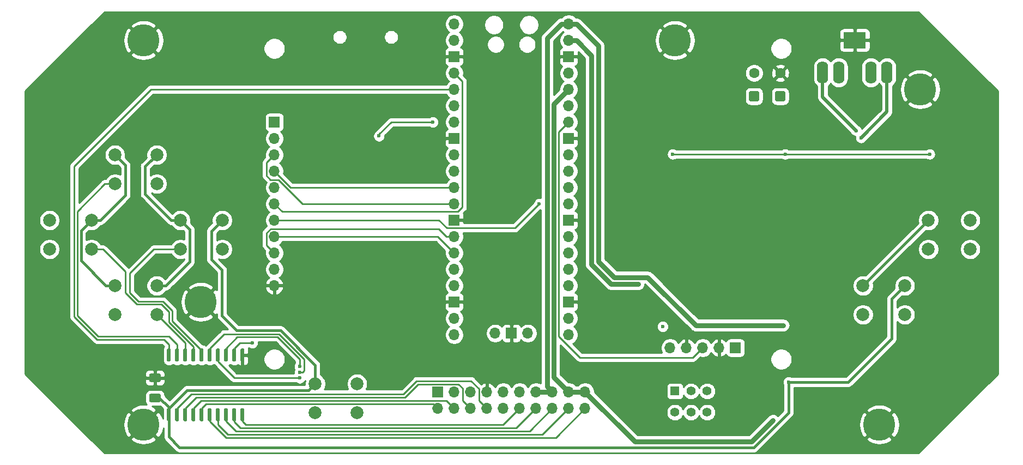
<source format=gbr>
%TF.GenerationSoftware,KiCad,Pcbnew,5.1.12-5.1.12*%
%TF.CreationDate,2022-01-05T21:47:21+02:00*%
%TF.ProjectId,gb_1_0_pico,67625f31-5f30-45f7-9069-636f2e6b6963,rev?*%
%TF.SameCoordinates,Original*%
%TF.FileFunction,Copper,L2,Bot*%
%TF.FilePolarity,Positive*%
%FSLAX46Y46*%
G04 Gerber Fmt 4.6, Leading zero omitted, Abs format (unit mm)*
G04 Created by KiCad (PCBNEW 5.1.12-5.1.12) date 2022-01-05 21:47:21*
%MOMM*%
%LPD*%
G01*
G04 APERTURE LIST*
%TA.AperFunction,ComponentPad*%
%ADD10C,2.000000*%
%TD*%
%TA.AperFunction,ComponentPad*%
%ADD11R,1.700000X1.700000*%
%TD*%
%TA.AperFunction,ComponentPad*%
%ADD12O,1.700000X1.700000*%
%TD*%
%TA.AperFunction,ComponentPad*%
%ADD13C,0.800000*%
%TD*%
%TA.AperFunction,ComponentPad*%
%ADD14C,5.000000*%
%TD*%
%TA.AperFunction,ComponentPad*%
%ADD15R,1.400000X1.400000*%
%TD*%
%TA.AperFunction,ComponentPad*%
%ADD16C,1.400000*%
%TD*%
%TA.AperFunction,ComponentPad*%
%ADD17C,1.600000*%
%TD*%
%TA.AperFunction,ComponentPad*%
%ADD18R,3.500000X2.500000*%
%TD*%
%TA.AperFunction,ComponentPad*%
%ADD19O,1.750000X3.500000*%
%TD*%
%TA.AperFunction,ViaPad*%
%ADD20C,0.600000*%
%TD*%
%TA.AperFunction,Conductor*%
%ADD21C,0.800000*%
%TD*%
%TA.AperFunction,Conductor*%
%ADD22C,0.250000*%
%TD*%
%TA.AperFunction,Conductor*%
%ADD23C,0.400000*%
%TD*%
%TA.AperFunction,Conductor*%
%ADD24C,0.508000*%
%TD*%
%TA.AperFunction,Conductor*%
%ADD25C,0.254000*%
%TD*%
%TA.AperFunction,Conductor*%
%ADD26C,0.100000*%
%TD*%
G04 APERTURE END LIST*
D10*
%TO.P,SW8,2*%
%TO.N,Net-(R17-Pad1)*%
X180810000Y-97680000D03*
%TO.P,SW8,1*%
%TO.N,/VLP*%
X180810000Y-93180000D03*
%TO.P,SW8,2*%
%TO.N,Net-(R17-Pad1)*%
X187310000Y-97680000D03*
%TO.P,SW8,1*%
%TO.N,/VLP*%
X187310000Y-93180000D03*
%TD*%
D11*
%TO.P,J2,1*%
%TO.N,Net-(J2-Pad1)*%
X114770000Y-109690000D03*
D12*
%TO.P,J2,2*%
%TO.N,/PIN_BUS_D3*%
X114770000Y-112230000D03*
%TO.P,J2,3*%
%TO.N,GND*%
X117310000Y-109690000D03*
%TO.P,J2,4*%
%TO.N,/PIN_BUS_D2*%
X117310000Y-112230000D03*
%TO.P,J2,5*%
%TO.N,Net-(J2-Pad5)*%
X119850000Y-109690000D03*
%TO.P,J2,6*%
%TO.N,/PIN_BUS_D1*%
X119850000Y-112230000D03*
%TO.P,J2,7*%
%TO.N,GND*%
X122390000Y-109690000D03*
%TO.P,J2,8*%
%TO.N,/PIN_BUS_D0*%
X122390000Y-112230000D03*
%TO.P,J2,9*%
%TO.N,Net-(J2-Pad9)*%
X124930000Y-109690000D03*
%TO.P,J2,10*%
%TO.N,/PIN_BUS_WR*%
X124930000Y-112230000D03*
%TO.P,J2,11*%
%TO.N,Net-(J2-Pad11)*%
X127470000Y-109690000D03*
%TO.P,J2,12*%
%TO.N,/KB_READ*%
X127470000Y-112230000D03*
%TO.P,J2,13*%
%TO.N,VBUS*%
X130010000Y-109690000D03*
%TO.P,J2,14*%
%TO.N,/PIN_BUS_D7*%
X130010000Y-112230000D03*
%TO.P,J2,15*%
%TO.N,VBUS*%
X132550000Y-109690000D03*
%TO.P,J2,16*%
%TO.N,/PIN_BUS_D6*%
X132550000Y-112230000D03*
%TO.P,J2,17*%
%TO.N,VCOR*%
X135090000Y-109690000D03*
%TO.P,J2,18*%
%TO.N,/PIN_BUS_D5*%
X135090000Y-112230000D03*
%TO.P,J2,19*%
%TO.N,VCOR*%
X137630000Y-109690000D03*
%TO.P,J2,20*%
%TO.N,/PIN_BUS_D4*%
X137630000Y-112230000D03*
%TD*%
D10*
%TO.P,SW6,2*%
%TO.N,Net-(R15-Pad1)*%
X74765000Y-87520000D03*
%TO.P,SW6,1*%
%TO.N,/VLP*%
X74765000Y-83020000D03*
%TO.P,SW6,2*%
%TO.N,Net-(R15-Pad1)*%
X81265000Y-87520000D03*
%TO.P,SW6,1*%
%TO.N,/VLP*%
X81265000Y-83020000D03*
%TD*%
%TO.P,SW9,2*%
%TO.N,Net-(R18-Pad1)*%
X95720000Y-112920000D03*
%TO.P,SW9,1*%
%TO.N,/VLP*%
X95720000Y-108420000D03*
%TO.P,SW9,2*%
%TO.N,Net-(R18-Pad1)*%
X102220000Y-112920000D03*
%TO.P,SW9,1*%
%TO.N,/VLP*%
X102220000Y-108420000D03*
%TD*%
D13*
%TO.P,H1,1*%
%TO.N,GND*%
X70375825Y-53754175D03*
X69050000Y-53205000D03*
X67724175Y-53754175D03*
X67175000Y-55080000D03*
X67724175Y-56405825D03*
X69050000Y-56955000D03*
X70375825Y-56405825D03*
X70925000Y-55080000D03*
D14*
X69050000Y-55080000D03*
%TD*%
%TO.P,H2,1*%
%TO.N,GND*%
X69050000Y-114770000D03*
D13*
X70925000Y-114770000D03*
X70375825Y-116095825D03*
X69050000Y-116645000D03*
X67724175Y-116095825D03*
X67175000Y-114770000D03*
X67724175Y-113444175D03*
X69050000Y-112895000D03*
X70375825Y-113444175D03*
%TD*%
%TO.P,H3,1*%
%TO.N,GND*%
X152925825Y-53754175D03*
X151600000Y-53205000D03*
X150274175Y-53754175D03*
X149725000Y-55080000D03*
X150274175Y-56405825D03*
X151600000Y-56955000D03*
X152925825Y-56405825D03*
X153475000Y-55080000D03*
D14*
X151600000Y-55080000D03*
%TD*%
%TO.P,H4,1*%
%TO.N,GND*%
X183350000Y-114770000D03*
D13*
X185225000Y-114770000D03*
X184675825Y-116095825D03*
X183350000Y-116645000D03*
X182024175Y-116095825D03*
X181475000Y-114770000D03*
X182024175Y-113444175D03*
X183350000Y-112895000D03*
X184675825Y-113444175D03*
%TD*%
D14*
%TO.P,H5,1*%
%TO.N,GND*%
X77940000Y-95720000D03*
D13*
X79815000Y-95720000D03*
X79265825Y-97045825D03*
X77940000Y-97595000D03*
X76614175Y-97045825D03*
X76065000Y-95720000D03*
X76614175Y-94394175D03*
X77940000Y-93845000D03*
X79265825Y-94394175D03*
%TD*%
%TO.P,H6,1*%
%TO.N,GND*%
X191025825Y-61374175D03*
X189700000Y-60825000D03*
X188374175Y-61374175D03*
X187825000Y-62700000D03*
X188374175Y-64025825D03*
X189700000Y-64575000D03*
X191025825Y-64025825D03*
X191575000Y-62700000D03*
D14*
X189700000Y-62700000D03*
%TD*%
D11*
%TO.P,J1,1*%
%TO.N,/BMCINV+*%
X160998000Y-102832000D03*
D12*
%TO.P,J1,2*%
%TO.N,GND*%
X158458000Y-102832000D03*
%TO.P,J1,3*%
%TO.N,/BMCMON*%
X155918000Y-102832000D03*
%TO.P,J1,4*%
%TO.N,GND*%
X153378000Y-102832000D03*
%TO.P,J1,5*%
%TO.N,/BMCOUTV+*%
X150838000Y-102832000D03*
%TD*%
D10*
%TO.P,SW3,1*%
%TO.N,/VLP*%
X71105000Y-72860000D03*
%TO.P,SW3,2*%
%TO.N,Net-(R8-Pad1)*%
X71105000Y-77360000D03*
%TO.P,SW3,1*%
%TO.N,/VLP*%
X64605000Y-72860000D03*
%TO.P,SW3,2*%
%TO.N,Net-(R8-Pad1)*%
X64605000Y-77360000D03*
%TD*%
%TO.P,SW4,2*%
%TO.N,Net-(R13-Pad1)*%
X64605000Y-97680000D03*
%TO.P,SW4,1*%
%TO.N,/VLP*%
X64605000Y-93180000D03*
%TO.P,SW4,2*%
%TO.N,Net-(R13-Pad1)*%
X71105000Y-97680000D03*
%TO.P,SW4,1*%
%TO.N,/VLP*%
X71105000Y-93180000D03*
%TD*%
%TO.P,SW5,1*%
%TO.N,/VLP*%
X60945000Y-83020000D03*
%TO.P,SW5,2*%
%TO.N,Net-(R14-Pad1)*%
X60945000Y-87520000D03*
%TO.P,SW5,1*%
%TO.N,/VLP*%
X54445000Y-83020000D03*
%TO.P,SW5,2*%
%TO.N,Net-(R14-Pad1)*%
X54445000Y-87520000D03*
%TD*%
%TO.P,SW7,1*%
%TO.N,/VLP*%
X197470000Y-83020000D03*
%TO.P,SW7,2*%
%TO.N,Net-(R16-Pad1)*%
X197470000Y-87520000D03*
%TO.P,SW7,1*%
%TO.N,/VLP*%
X190970000Y-83020000D03*
%TO.P,SW7,2*%
%TO.N,Net-(R16-Pad1)*%
X190970000Y-87520000D03*
%TD*%
D12*
%TO.P,U1,1*%
%TO.N,Net-(J2-Pad5)*%
X117310000Y-52540000D03*
%TO.P,U1,2*%
%TO.N,Net-(J2-Pad1)*%
X117310000Y-55080000D03*
D11*
%TO.P,U1,3*%
%TO.N,GND*%
X117310000Y-57620000D03*
D12*
%TO.P,U1,4*%
%TO.N,/PIN_LCD_DC*%
X117310000Y-60160000D03*
%TO.P,U1,5*%
%TO.N,/KB_CS*%
X117310000Y-62700000D03*
%TO.P,U1,6*%
%TO.N,/PIN_SDC_RX*%
X117310000Y-65240000D03*
%TO.P,U1,7*%
%TO.N,/PIN_SDC_CS*%
X117310000Y-67780000D03*
D11*
%TO.P,U1,8*%
%TO.N,GND*%
X117310000Y-70320000D03*
D12*
%TO.P,U1,9*%
%TO.N,/PIN_SDC_SCK*%
X117310000Y-72860000D03*
%TO.P,U1,10*%
%TO.N,/PIN_SDC_TX*%
X117310000Y-75400000D03*
%TO.P,U1,11*%
%TO.N,/PIN_LCD_RX*%
X117310000Y-77940000D03*
%TO.P,U1,12*%
%TO.N,/PIN_LCD_CS*%
X117310000Y-80480000D03*
D11*
%TO.P,U1,13*%
%TO.N,GND*%
X117310000Y-83020000D03*
D12*
%TO.P,U1,14*%
%TO.N,/PIN_LCD_SCK*%
X117310000Y-85560000D03*
%TO.P,U1,15*%
%TO.N,/PIN_LCD_TX*%
X117310000Y-88100000D03*
%TO.P,U1,16*%
%TO.N,/PIN_BUS_D0*%
X117310000Y-90640000D03*
%TO.P,U1,17*%
%TO.N,/PIN_BUS_D1*%
X117310000Y-93180000D03*
D11*
%TO.P,U1,18*%
%TO.N,GND*%
X117310000Y-95720000D03*
D12*
%TO.P,U1,19*%
%TO.N,/PIN_BUS_D2*%
X117310000Y-98260000D03*
%TO.P,U1,20*%
%TO.N,/PIN_BUS_D3*%
X117310000Y-100800000D03*
%TO.P,U1,21*%
%TO.N,/PIN_BUS_D4*%
X135090000Y-100800000D03*
%TO.P,U1,22*%
%TO.N,/PIN_BUS_D5*%
X135090000Y-98260000D03*
D11*
%TO.P,U1,23*%
%TO.N,GND*%
X135090000Y-95720000D03*
D12*
%TO.P,U1,24*%
%TO.N,/PIN_BUS_D6*%
X135090000Y-93180000D03*
%TO.P,U1,25*%
%TO.N,/PIN_BUS_D7*%
X135090000Y-90640000D03*
%TO.P,U1,26*%
%TO.N,/KB_READ*%
X135090000Y-88100000D03*
%TO.P,U1,27*%
%TO.N,/PIN_BUS_WR*%
X135090000Y-85560000D03*
D11*
%TO.P,U1,28*%
%TO.N,GND*%
X135090000Y-83020000D03*
D12*
%TO.P,U1,29*%
%TO.N,/PIN_LCD_RESET*%
X135090000Y-80480000D03*
%TO.P,U1,30*%
%TO.N,Net-(R4-Pad2)*%
X135090000Y-77940000D03*
%TO.P,U1,31*%
%TO.N,/SND_L*%
X135090000Y-75400000D03*
%TO.P,U1,32*%
%TO.N,/SND_LFO*%
X135090000Y-72860000D03*
D11*
%TO.P,U1,33*%
%TO.N,GND*%
X135090000Y-70320000D03*
D12*
%TO.P,U1,34*%
%TO.N,/BMCMON*%
X135090000Y-67780000D03*
%TO.P,U1,35*%
%TO.N,Net-(C4-Pad1)*%
X135090000Y-65240000D03*
%TO.P,U1,36*%
%TO.N,VCOR*%
X135090000Y-62700000D03*
%TO.P,U1,37*%
%TO.N,Net-(U1-Pad37)*%
X135090000Y-60160000D03*
D11*
%TO.P,U1,38*%
%TO.N,GND*%
X135090000Y-57620000D03*
D12*
%TO.P,U1,39*%
%TO.N,VSYS*%
X135090000Y-55080000D03*
%TO.P,U1,40*%
%TO.N,VBUS*%
X135090000Y-52540000D03*
%TO.P,U1,41*%
%TO.N,Net-(J2-Pad9)*%
X123660000Y-100570000D03*
D11*
%TO.P,U1,42*%
%TO.N,GND*%
X126200000Y-100570000D03*
D12*
%TO.P,U1,43*%
%TO.N,Net-(J2-Pad11)*%
X128740000Y-100570000D03*
%TD*%
%TO.P,J3,11*%
%TO.N,GND*%
X89370000Y-93180000D03*
%TO.P,J3,10*%
%TO.N,VCOR*%
X89370000Y-90640000D03*
%TO.P,J3,9*%
%TO.N,/PIN_LCD_SCK*%
X89370000Y-88100000D03*
%TO.P,J3,8*%
%TO.N,/PIN_LCD_TX*%
X89370000Y-85560000D03*
%TO.P,J3,7*%
%TO.N,/PIN_LCD_RESET*%
X89370000Y-83020000D03*
%TO.P,J3,6*%
%TO.N,/PIN_LCD_DC*%
X89370000Y-80480000D03*
%TO.P,J3,5*%
%TO.N,N/C*%
X89370000Y-77940000D03*
%TO.P,J3,4*%
%TO.N,/PIN_LCD_RX*%
X89370000Y-75400000D03*
%TO.P,J3,3*%
%TO.N,/PIN_LCD_CS*%
X89370000Y-72860000D03*
%TO.P,J3,2*%
%TO.N,N/C*%
X89370000Y-70320000D03*
D11*
%TO.P,J3,1*%
X89370000Y-67780000D03*
%TD*%
D15*
%TO.P,SW1,1*%
%TO.N,Net-(Q1-Pad3)*%
X151600000Y-109563000D03*
D16*
%TO.P,SW1,2*%
%TO.N,/BMCOUTV+*%
X154100000Y-109563000D03*
%TO.P,SW1,3*%
%TO.N,N/C*%
X156600000Y-109563000D03*
%TO.P,SW1,4*%
X151600000Y-112863000D03*
%TO.P,SW1,5*%
X154100000Y-112863000D03*
%TO.P,SW1,6*%
X156600000Y-112863000D03*
%TD*%
%TO.P,C6,1*%
%TO.N,/VLP*%
%TA.AperFunction,SMDPad,CuDef*%
G36*
G01*
X71478001Y-111280000D02*
X70177999Y-111280000D01*
G75*
G02*
X69928000Y-111030001I0J249999D01*
G01*
X69928000Y-110204999D01*
G75*
G02*
X70177999Y-109955000I249999J0D01*
G01*
X71478001Y-109955000D01*
G75*
G02*
X71728000Y-110204999I0J-249999D01*
G01*
X71728000Y-111030001D01*
G75*
G02*
X71478001Y-111280000I-249999J0D01*
G01*
G37*
%TD.AperFunction*%
%TO.P,C6,2*%
%TO.N,GND*%
%TA.AperFunction,SMDPad,CuDef*%
G36*
G01*
X71478001Y-108155000D02*
X70177999Y-108155000D01*
G75*
G02*
X69928000Y-107905001I0J249999D01*
G01*
X69928000Y-107079999D01*
G75*
G02*
X70177999Y-106830000I249999J0D01*
G01*
X71478001Y-106830000D01*
G75*
G02*
X71728000Y-107079999I0J-249999D01*
G01*
X71728000Y-107905001D01*
G75*
G02*
X71478001Y-108155000I-249999J0D01*
G01*
G37*
%TD.AperFunction*%
%TD*%
%TO.P,J5,1*%
%TO.N,Net-(J5-Pad1)*%
%TA.AperFunction,ComponentPad*%
G36*
G01*
X164443600Y-64566800D02*
X163343600Y-64566800D01*
G75*
G02*
X163093600Y-64316800I0J250000D01*
G01*
X163093600Y-63216800D01*
G75*
G02*
X163343600Y-62966800I250000J0D01*
G01*
X164443600Y-62966800D01*
G75*
G02*
X164693600Y-63216800I0J-250000D01*
G01*
X164693600Y-64316800D01*
G75*
G02*
X164443600Y-64566800I-250000J0D01*
G01*
G37*
%TD.AperFunction*%
D17*
%TO.P,J5,2*%
%TO.N,Net-(J5-Pad2)*%
X163893600Y-60166800D03*
%TD*%
D18*
%TO.P,J4,1*%
%TO.N,GND*%
X179540000Y-55058800D03*
D19*
%TO.P,J4,2*%
%TO.N,Net-(C17-Pad2)*%
X184540000Y-60064800D03*
%TO.P,J4,3*%
%TO.N,Net-(C16-Pad2)*%
X174540000Y-60064800D03*
%TO.P,J4,4*%
%TO.N,Net-(J4-Pad4)*%
X182040000Y-60064800D03*
%TO.P,J4,5*%
%TO.N,Net-(J4-Pad5)*%
X177040000Y-60064800D03*
%TD*%
%TO.P,J6,1*%
%TO.N,Net-(J6-Pad1)*%
%TA.AperFunction,ComponentPad*%
G36*
G01*
X168507600Y-64566800D02*
X167407600Y-64566800D01*
G75*
G02*
X167157600Y-64316800I0J250000D01*
G01*
X167157600Y-63216800D01*
G75*
G02*
X167407600Y-62966800I250000J0D01*
G01*
X168507600Y-62966800D01*
G75*
G02*
X168757600Y-63216800I0J-250000D01*
G01*
X168757600Y-64316800D01*
G75*
G02*
X168507600Y-64566800I-250000J0D01*
G01*
G37*
%TD.AperFunction*%
D17*
%TO.P,J6,2*%
%TO.N,GND*%
X167957600Y-60166800D03*
%TD*%
%TO.P,U2,1*%
%TO.N,/KB_CS*%
%TA.AperFunction,SMDPad,CuDef*%
G36*
G01*
X72837000Y-102921000D02*
X73137000Y-102921000D01*
G75*
G02*
X73287000Y-103071000I0J-150000D01*
G01*
X73287000Y-104821000D01*
G75*
G02*
X73137000Y-104971000I-150000J0D01*
G01*
X72837000Y-104971000D01*
G75*
G02*
X72687000Y-104821000I0J150000D01*
G01*
X72687000Y-103071000D01*
G75*
G02*
X72837000Y-102921000I150000J0D01*
G01*
G37*
%TD.AperFunction*%
%TO.P,U2,2*%
%TO.N,Net-(R8-Pad1)*%
%TA.AperFunction,SMDPad,CuDef*%
G36*
G01*
X74107000Y-102921000D02*
X74407000Y-102921000D01*
G75*
G02*
X74557000Y-103071000I0J-150000D01*
G01*
X74557000Y-104821000D01*
G75*
G02*
X74407000Y-104971000I-150000J0D01*
G01*
X74107000Y-104971000D01*
G75*
G02*
X73957000Y-104821000I0J150000D01*
G01*
X73957000Y-103071000D01*
G75*
G02*
X74107000Y-102921000I150000J0D01*
G01*
G37*
%TD.AperFunction*%
%TO.P,U2,3*%
%TO.N,Net-(R13-Pad1)*%
%TA.AperFunction,SMDPad,CuDef*%
G36*
G01*
X75377000Y-102921000D02*
X75677000Y-102921000D01*
G75*
G02*
X75827000Y-103071000I0J-150000D01*
G01*
X75827000Y-104821000D01*
G75*
G02*
X75677000Y-104971000I-150000J0D01*
G01*
X75377000Y-104971000D01*
G75*
G02*
X75227000Y-104821000I0J150000D01*
G01*
X75227000Y-103071000D01*
G75*
G02*
X75377000Y-102921000I150000J0D01*
G01*
G37*
%TD.AperFunction*%
%TO.P,U2,4*%
%TO.N,Net-(R14-Pad1)*%
%TA.AperFunction,SMDPad,CuDef*%
G36*
G01*
X76647000Y-102921000D02*
X76947000Y-102921000D01*
G75*
G02*
X77097000Y-103071000I0J-150000D01*
G01*
X77097000Y-104821000D01*
G75*
G02*
X76947000Y-104971000I-150000J0D01*
G01*
X76647000Y-104971000D01*
G75*
G02*
X76497000Y-104821000I0J150000D01*
G01*
X76497000Y-103071000D01*
G75*
G02*
X76647000Y-102921000I150000J0D01*
G01*
G37*
%TD.AperFunction*%
%TO.P,U2,5*%
%TO.N,Net-(R15-Pad1)*%
%TA.AperFunction,SMDPad,CuDef*%
G36*
G01*
X77917000Y-102921000D02*
X78217000Y-102921000D01*
G75*
G02*
X78367000Y-103071000I0J-150000D01*
G01*
X78367000Y-104821000D01*
G75*
G02*
X78217000Y-104971000I-150000J0D01*
G01*
X77917000Y-104971000D01*
G75*
G02*
X77767000Y-104821000I0J150000D01*
G01*
X77767000Y-103071000D01*
G75*
G02*
X77917000Y-102921000I150000J0D01*
G01*
G37*
%TD.AperFunction*%
%TO.P,U2,6*%
%TO.N,Net-(R16-Pad1)*%
%TA.AperFunction,SMDPad,CuDef*%
G36*
G01*
X79187000Y-102921000D02*
X79487000Y-102921000D01*
G75*
G02*
X79637000Y-103071000I0J-150000D01*
G01*
X79637000Y-104821000D01*
G75*
G02*
X79487000Y-104971000I-150000J0D01*
G01*
X79187000Y-104971000D01*
G75*
G02*
X79037000Y-104821000I0J150000D01*
G01*
X79037000Y-103071000D01*
G75*
G02*
X79187000Y-102921000I150000J0D01*
G01*
G37*
%TD.AperFunction*%
%TO.P,U2,7*%
%TO.N,Net-(R17-Pad1)*%
%TA.AperFunction,SMDPad,CuDef*%
G36*
G01*
X80457000Y-102921000D02*
X80757000Y-102921000D01*
G75*
G02*
X80907000Y-103071000I0J-150000D01*
G01*
X80907000Y-104821000D01*
G75*
G02*
X80757000Y-104971000I-150000J0D01*
G01*
X80457000Y-104971000D01*
G75*
G02*
X80307000Y-104821000I0J150000D01*
G01*
X80307000Y-103071000D01*
G75*
G02*
X80457000Y-102921000I150000J0D01*
G01*
G37*
%TD.AperFunction*%
%TO.P,U2,8*%
%TO.N,Net-(R18-Pad1)*%
%TA.AperFunction,SMDPad,CuDef*%
G36*
G01*
X81727000Y-102921000D02*
X82027000Y-102921000D01*
G75*
G02*
X82177000Y-103071000I0J-150000D01*
G01*
X82177000Y-104821000D01*
G75*
G02*
X82027000Y-104971000I-150000J0D01*
G01*
X81727000Y-104971000D01*
G75*
G02*
X81577000Y-104821000I0J150000D01*
G01*
X81577000Y-103071000D01*
G75*
G02*
X81727000Y-102921000I150000J0D01*
G01*
G37*
%TD.AperFunction*%
%TO.P,U2,9*%
%TO.N,Net-(R19-Pad2)*%
%TA.AperFunction,SMDPad,CuDef*%
G36*
G01*
X82997000Y-102921000D02*
X83297000Y-102921000D01*
G75*
G02*
X83447000Y-103071000I0J-150000D01*
G01*
X83447000Y-104821000D01*
G75*
G02*
X83297000Y-104971000I-150000J0D01*
G01*
X82997000Y-104971000D01*
G75*
G02*
X82847000Y-104821000I0J150000D01*
G01*
X82847000Y-103071000D01*
G75*
G02*
X82997000Y-102921000I150000J0D01*
G01*
G37*
%TD.AperFunction*%
%TO.P,U2,10*%
%TO.N,GND*%
%TA.AperFunction,SMDPad,CuDef*%
G36*
G01*
X84267000Y-102921000D02*
X84567000Y-102921000D01*
G75*
G02*
X84717000Y-103071000I0J-150000D01*
G01*
X84717000Y-104821000D01*
G75*
G02*
X84567000Y-104971000I-150000J0D01*
G01*
X84267000Y-104971000D01*
G75*
G02*
X84117000Y-104821000I0J150000D01*
G01*
X84117000Y-103071000D01*
G75*
G02*
X84267000Y-102921000I150000J0D01*
G01*
G37*
%TD.AperFunction*%
%TO.P,U2,11*%
%TO.N,/KB_READ*%
%TA.AperFunction,SMDPad,CuDef*%
G36*
G01*
X84267000Y-112221000D02*
X84567000Y-112221000D01*
G75*
G02*
X84717000Y-112371000I0J-150000D01*
G01*
X84717000Y-114121000D01*
G75*
G02*
X84567000Y-114271000I-150000J0D01*
G01*
X84267000Y-114271000D01*
G75*
G02*
X84117000Y-114121000I0J150000D01*
G01*
X84117000Y-112371000D01*
G75*
G02*
X84267000Y-112221000I150000J0D01*
G01*
G37*
%TD.AperFunction*%
%TO.P,U2,12*%
%TO.N,/PIN_BUS_D7*%
%TA.AperFunction,SMDPad,CuDef*%
G36*
G01*
X82997000Y-112221000D02*
X83297000Y-112221000D01*
G75*
G02*
X83447000Y-112371000I0J-150000D01*
G01*
X83447000Y-114121000D01*
G75*
G02*
X83297000Y-114271000I-150000J0D01*
G01*
X82997000Y-114271000D01*
G75*
G02*
X82847000Y-114121000I0J150000D01*
G01*
X82847000Y-112371000D01*
G75*
G02*
X82997000Y-112221000I150000J0D01*
G01*
G37*
%TD.AperFunction*%
%TO.P,U2,13*%
%TO.N,/PIN_BUS_D6*%
%TA.AperFunction,SMDPad,CuDef*%
G36*
G01*
X81727000Y-112221000D02*
X82027000Y-112221000D01*
G75*
G02*
X82177000Y-112371000I0J-150000D01*
G01*
X82177000Y-114121000D01*
G75*
G02*
X82027000Y-114271000I-150000J0D01*
G01*
X81727000Y-114271000D01*
G75*
G02*
X81577000Y-114121000I0J150000D01*
G01*
X81577000Y-112371000D01*
G75*
G02*
X81727000Y-112221000I150000J0D01*
G01*
G37*
%TD.AperFunction*%
%TO.P,U2,14*%
%TO.N,/PIN_BUS_D5*%
%TA.AperFunction,SMDPad,CuDef*%
G36*
G01*
X80457000Y-112221000D02*
X80757000Y-112221000D01*
G75*
G02*
X80907000Y-112371000I0J-150000D01*
G01*
X80907000Y-114121000D01*
G75*
G02*
X80757000Y-114271000I-150000J0D01*
G01*
X80457000Y-114271000D01*
G75*
G02*
X80307000Y-114121000I0J150000D01*
G01*
X80307000Y-112371000D01*
G75*
G02*
X80457000Y-112221000I150000J0D01*
G01*
G37*
%TD.AperFunction*%
%TO.P,U2,15*%
%TO.N,/PIN_BUS_D4*%
%TA.AperFunction,SMDPad,CuDef*%
G36*
G01*
X79187000Y-112221000D02*
X79487000Y-112221000D01*
G75*
G02*
X79637000Y-112371000I0J-150000D01*
G01*
X79637000Y-114121000D01*
G75*
G02*
X79487000Y-114271000I-150000J0D01*
G01*
X79187000Y-114271000D01*
G75*
G02*
X79037000Y-114121000I0J150000D01*
G01*
X79037000Y-112371000D01*
G75*
G02*
X79187000Y-112221000I150000J0D01*
G01*
G37*
%TD.AperFunction*%
%TO.P,U2,16*%
%TO.N,/PIN_BUS_D3*%
%TA.AperFunction,SMDPad,CuDef*%
G36*
G01*
X77917000Y-112221000D02*
X78217000Y-112221000D01*
G75*
G02*
X78367000Y-112371000I0J-150000D01*
G01*
X78367000Y-114121000D01*
G75*
G02*
X78217000Y-114271000I-150000J0D01*
G01*
X77917000Y-114271000D01*
G75*
G02*
X77767000Y-114121000I0J150000D01*
G01*
X77767000Y-112371000D01*
G75*
G02*
X77917000Y-112221000I150000J0D01*
G01*
G37*
%TD.AperFunction*%
%TO.P,U2,17*%
%TO.N,/PIN_BUS_D2*%
%TA.AperFunction,SMDPad,CuDef*%
G36*
G01*
X76647000Y-112221000D02*
X76947000Y-112221000D01*
G75*
G02*
X77097000Y-112371000I0J-150000D01*
G01*
X77097000Y-114121000D01*
G75*
G02*
X76947000Y-114271000I-150000J0D01*
G01*
X76647000Y-114271000D01*
G75*
G02*
X76497000Y-114121000I0J150000D01*
G01*
X76497000Y-112371000D01*
G75*
G02*
X76647000Y-112221000I150000J0D01*
G01*
G37*
%TD.AperFunction*%
%TO.P,U2,18*%
%TO.N,/PIN_BUS_D1*%
%TA.AperFunction,SMDPad,CuDef*%
G36*
G01*
X75377000Y-112221000D02*
X75677000Y-112221000D01*
G75*
G02*
X75827000Y-112371000I0J-150000D01*
G01*
X75827000Y-114121000D01*
G75*
G02*
X75677000Y-114271000I-150000J0D01*
G01*
X75377000Y-114271000D01*
G75*
G02*
X75227000Y-114121000I0J150000D01*
G01*
X75227000Y-112371000D01*
G75*
G02*
X75377000Y-112221000I150000J0D01*
G01*
G37*
%TD.AperFunction*%
%TO.P,U2,19*%
%TO.N,/PIN_BUS_D0*%
%TA.AperFunction,SMDPad,CuDef*%
G36*
G01*
X74107000Y-112221000D02*
X74407000Y-112221000D01*
G75*
G02*
X74557000Y-112371000I0J-150000D01*
G01*
X74557000Y-114121000D01*
G75*
G02*
X74407000Y-114271000I-150000J0D01*
G01*
X74107000Y-114271000D01*
G75*
G02*
X73957000Y-114121000I0J150000D01*
G01*
X73957000Y-112371000D01*
G75*
G02*
X74107000Y-112221000I150000J0D01*
G01*
G37*
%TD.AperFunction*%
%TO.P,U2,20*%
%TO.N,/VLP*%
%TA.AperFunction,SMDPad,CuDef*%
G36*
G01*
X72837000Y-112221000D02*
X73137000Y-112221000D01*
G75*
G02*
X73287000Y-112371000I0J-150000D01*
G01*
X73287000Y-114121000D01*
G75*
G02*
X73137000Y-114271000I-150000J0D01*
G01*
X72837000Y-114271000D01*
G75*
G02*
X72687000Y-114121000I0J150000D01*
G01*
X72687000Y-112371000D01*
G75*
G02*
X72837000Y-112221000I150000J0D01*
G01*
G37*
%TD.AperFunction*%
%TD*%
D20*
%TO.N,GND*%
X112611000Y-64605000D03*
X93561000Y-64605000D03*
X105880000Y-66764000D03*
X177000000Y-113500000D03*
X191351000Y-100292000D03*
X144489500Y-75400000D03*
X70828000Y-105753000D03*
X84417000Y-106134000D03*
%TO.N,VSYS*%
X145885000Y-92926000D03*
%TO.N,VCOR*%
X166840000Y-114135000D03*
X145402400Y-117437000D03*
%TO.N,VBUS*%
X168433500Y-99333500D03*
%TO.N,/PIN_LCD_RESET*%
X130518000Y-80480000D03*
%TO.N,/PIN_SDC_CS*%
X105626000Y-69939000D03*
X113982600Y-67780000D03*
%TO.N,Net-(Q1-Pad3)*%
X149695000Y-99530000D03*
%TO.N,Net-(R16-Pad1)*%
X93307000Y-106642000D03*
%TO.N,Net-(R17-Pad1)*%
X93307000Y-107531000D03*
%TO.N,Net-(R18-Pad1)*%
X93307000Y-105753000D03*
%TO.N,Net-(R19-Pad2)*%
X85941000Y-102070000D03*
%TO.N,/VLP*%
X169253000Y-108166000D03*
%TO.N,Net-(C14-Pad1)*%
X191173200Y-72758400D03*
X168719600Y-72758400D03*
X151244400Y-72758400D03*
%TO.N,Net-(C16-Pad2)*%
X179743200Y-69100800D03*
%TO.N,Net-(C17-Pad2)*%
X180505200Y-70218400D03*
%TD*%
D21*
%TO.N,VSYS*%
X136292081Y-55080000D02*
X135090000Y-55080000D01*
X138646000Y-57433919D02*
X136292081Y-55080000D01*
X138646000Y-89878000D02*
X138646000Y-57433919D01*
X141694000Y-92926000D02*
X138646000Y-89878000D01*
X145885000Y-92926000D02*
X141694000Y-92926000D01*
%TO.N,VCOR*%
X135090000Y-109690000D02*
X137630000Y-109690000D01*
X132790990Y-64999010D02*
X135090000Y-62700000D01*
X132790990Y-107390990D02*
X132790990Y-64999010D01*
X163538000Y-117437000D02*
X166840000Y-114135000D01*
X145402400Y-117437000D02*
X163538000Y-117437000D01*
X145377000Y-117437000D02*
X145402400Y-117437000D01*
X137630000Y-109690000D02*
X145377000Y-117437000D01*
X135090000Y-109690000D02*
X132790990Y-107390990D01*
%TO.N,VBUS*%
X154832500Y-99333500D02*
X168433500Y-99333500D01*
X147374990Y-91875990D02*
X154832500Y-99333500D01*
X142128928Y-91875990D02*
X147374990Y-91875990D01*
X139696010Y-89443072D02*
X142128928Y-91875990D01*
X139696010Y-55943929D02*
X139696010Y-89443072D01*
X136292081Y-52540000D02*
X139696010Y-55943929D01*
X135090000Y-52540000D02*
X136292081Y-52540000D01*
X130010000Y-109690000D02*
X132550000Y-109690000D01*
X131740980Y-108880980D02*
X132550000Y-109690000D01*
X131740980Y-54770956D02*
X131740980Y-108880980D01*
X133971936Y-52540000D02*
X131740980Y-54770956D01*
X135090000Y-52540000D02*
X133971936Y-52540000D01*
D22*
%TO.N,/BMCMON*%
X133566000Y-69304000D02*
X133566000Y-101089002D01*
X135090000Y-67780000D02*
X133566000Y-69304000D01*
X133566000Y-101089002D02*
X136832998Y-104356000D01*
X154394000Y-104356000D02*
X155918000Y-102832000D01*
X136832998Y-104356000D02*
X154394000Y-104356000D01*
%TO.N,/PIN_LCD_SCK*%
X116107919Y-85560000D02*
X117310000Y-85560000D01*
X114882918Y-84334999D02*
X116107919Y-85560000D01*
X88817001Y-84334999D02*
X114882918Y-84334999D01*
X88144999Y-85007001D02*
X88817001Y-84334999D01*
X88144999Y-86874999D02*
X88144999Y-85007001D01*
X89370000Y-88100000D02*
X88144999Y-86874999D01*
%TO.N,/PIN_LCD_TX*%
X114770000Y-85560000D02*
X117310000Y-88100000D01*
X89370000Y-85560000D02*
X114770000Y-85560000D01*
%TO.N,/PIN_LCD_RESET*%
X126752999Y-84245001D02*
X130518000Y-80480000D01*
X116159999Y-84245001D02*
X126752999Y-84245001D01*
X114934998Y-83020000D02*
X116159999Y-84245001D01*
X89370000Y-83020000D02*
X114934998Y-83020000D01*
%TO.N,/PIN_LCD_DC*%
X89370000Y-80480000D02*
X90595001Y-81705001D01*
X117898001Y-81705001D02*
X118580000Y-81023002D01*
X90595001Y-81705001D02*
X117898001Y-81705001D01*
X118580000Y-61430000D02*
X117310000Y-60160000D01*
X118580000Y-81023002D02*
X118580000Y-61430000D01*
%TO.N,/PIN_LCD_RX*%
X91910000Y-77940000D02*
X89370000Y-75400000D01*
X117310000Y-77940000D02*
X91910000Y-77940000D01*
%TO.N,/PIN_LCD_CS*%
X89977879Y-76714999D02*
X93742880Y-80480000D01*
X88781999Y-76714999D02*
X89977879Y-76714999D01*
X88144999Y-76077999D02*
X88781999Y-76714999D01*
X93742880Y-80480000D02*
X117310000Y-80480000D01*
X88144999Y-74085001D02*
X88144999Y-76077999D01*
X89370000Y-72860000D02*
X88144999Y-74085001D01*
%TO.N,/PIN_SDC_CS*%
X105626000Y-69939000D02*
X105626000Y-69685000D01*
X107531000Y-67780000D02*
X113982600Y-67780000D01*
X105626000Y-69685000D02*
X107531000Y-67780000D01*
%TO.N,/PIN_BUS_D3*%
X78067000Y-112221000D02*
X78067000Y-113246000D01*
X78743001Y-111544999D02*
X78067000Y-112221000D01*
X114084999Y-111544999D02*
X78743001Y-111544999D01*
X114770000Y-112230000D02*
X114084999Y-111544999D01*
%TO.N,/PIN_BUS_D2*%
X78013001Y-111004999D02*
X76797000Y-112221000D01*
X116084999Y-111004999D02*
X78013001Y-111004999D01*
X76797000Y-112221000D02*
X76797000Y-113246000D01*
X117310000Y-112230000D02*
X116084999Y-111004999D01*
%TO.N,/PIN_BUS_D1*%
X75527000Y-112221000D02*
X75527000Y-113246000D01*
X109637011Y-110504989D02*
X77243011Y-110504989D01*
X117987999Y-108464999D02*
X111677001Y-108464999D01*
X118624999Y-109101999D02*
X117987999Y-108464999D01*
X111677001Y-108464999D02*
X109637011Y-110504989D01*
X118624999Y-111004999D02*
X118624999Y-109101999D01*
X77243011Y-110504989D02*
X75527000Y-112221000D01*
X119850000Y-112230000D02*
X118624999Y-111004999D01*
%TO.N,/PIN_BUS_D0*%
X121164999Y-111004999D02*
X122390000Y-112230000D01*
X121164999Y-109191997D02*
X121164999Y-111004999D01*
X119937991Y-107964989D02*
X121164999Y-109191997D01*
X111469891Y-107964989D02*
X119937991Y-107964989D01*
X109429901Y-110004979D02*
X111469891Y-107964989D01*
X94510979Y-110004979D02*
X109429901Y-110004979D01*
X94299661Y-110004979D02*
X94510979Y-110004979D01*
X74257000Y-112230000D02*
X76482019Y-110004981D01*
X94510977Y-110004981D02*
X94510979Y-110004979D01*
X76482019Y-110004981D02*
X94510977Y-110004981D01*
X74257000Y-113246000D02*
X74257000Y-112230000D01*
%TO.N,/KB_READ*%
X124930000Y-114770000D02*
X127470000Y-112230000D01*
X124930000Y-114770000D02*
X84925000Y-114770000D01*
X84417000Y-114262000D02*
X84417000Y-113246000D01*
X84925000Y-114770000D02*
X84417000Y-114262000D01*
%TO.N,/PIN_BUS_D7*%
X126969990Y-115270010D02*
X130010000Y-112230000D01*
X84082890Y-115270010D02*
X126969990Y-115270010D01*
X83147000Y-114334120D02*
X83147000Y-113246000D01*
X84082890Y-115270010D02*
X83147000Y-114334120D01*
%TO.N,/PIN_BUS_D6*%
X129009980Y-115770020D02*
X132550000Y-112230000D01*
X98275980Y-115770020D02*
X129009980Y-115770020D01*
X98260000Y-115786000D02*
X98275980Y-115770020D01*
X81877000Y-114271000D02*
X81877000Y-113246000D01*
X83392000Y-115786000D02*
X81877000Y-114271000D01*
X98260000Y-115786000D02*
X83392000Y-115786000D01*
%TO.N,/PIN_BUS_D5*%
X80607000Y-114770000D02*
X80607000Y-113246000D01*
X131033990Y-116286010D02*
X82123010Y-116286010D01*
X82123010Y-116286010D02*
X80607000Y-114770000D01*
X135090000Y-112230000D02*
X131033990Y-116286010D01*
%TO.N,/PIN_BUS_D4*%
X79337000Y-114271000D02*
X79337000Y-113246000D01*
X81852020Y-116786020D02*
X79337000Y-114271000D01*
X133073980Y-116786020D02*
X81852020Y-116786020D01*
X137630000Y-112230000D02*
X133073980Y-116786020D01*
%TO.N,Net-(R8-Pad1)*%
X62018110Y-101061990D02*
X72994990Y-101061990D01*
X58755010Y-97798890D02*
X62018110Y-101061990D01*
X63026000Y-77360000D02*
X58755010Y-81630990D01*
X58755010Y-81630990D02*
X58755010Y-97798890D01*
X64605000Y-77360000D02*
X63026000Y-77360000D01*
X74257000Y-102324000D02*
X74257000Y-103946000D01*
X72994990Y-101061990D02*
X74257000Y-102324000D01*
%TO.N,Net-(R13-Pad1)*%
X75527000Y-102102000D02*
X71105000Y-97680000D01*
X75527000Y-103946000D02*
X75527000Y-102102000D01*
%TO.N,Net-(R14-Pad1)*%
X66256000Y-94323000D02*
X68034000Y-96101000D01*
X66256000Y-91021000D02*
X66256000Y-94323000D01*
X68034000Y-96101000D02*
X71844000Y-96101000D01*
X62755000Y-87520000D02*
X66256000Y-91021000D01*
X60945000Y-87520000D02*
X62755000Y-87520000D01*
X72987000Y-97244000D02*
X71844000Y-96101000D01*
X72987000Y-98854880D02*
X72987000Y-97244000D01*
X76797000Y-102664880D02*
X76797000Y-103946000D01*
X72987000Y-98854880D02*
X76797000Y-102664880D01*
%TO.N,Net-(R15-Pad1)*%
X78067000Y-103227760D02*
X78067000Y-103946000D01*
X73487010Y-97036890D02*
X73487010Y-98647770D01*
X72051110Y-95600990D02*
X73487010Y-97036890D01*
X68241110Y-95600990D02*
X72051110Y-95600990D01*
X66891000Y-94250880D02*
X68241110Y-95600990D01*
X73487010Y-98647770D02*
X78067000Y-103227760D01*
X66891000Y-91275000D02*
X66891000Y-94250880D01*
X70646000Y-87520000D02*
X66891000Y-91275000D01*
X74765000Y-87520000D02*
X70646000Y-87520000D01*
%TO.N,Net-(R16-Pad1)*%
X93982001Y-106391263D02*
X93982001Y-104577881D01*
X93731264Y-106642000D02*
X93982001Y-106391263D01*
X93307000Y-106642000D02*
X93731264Y-106642000D01*
X79337000Y-102921000D02*
X79337000Y-103946000D01*
X81577010Y-100680990D02*
X79337000Y-102921000D01*
X90085110Y-100680990D02*
X81577010Y-100680990D01*
X93982001Y-104577881D02*
X90085110Y-100680990D01*
%TO.N,Net-(R17-Pad1)*%
X80607000Y-104971000D02*
X80607000Y-103946000D01*
X83167000Y-107531000D02*
X80607000Y-104971000D01*
X93307000Y-107531000D02*
X83167000Y-107531000D01*
%TO.N,Net-(R18-Pad1)*%
X81877000Y-102921000D02*
X81877000Y-103946000D01*
X83617000Y-101181000D02*
X81877000Y-102921000D01*
X89878000Y-101181000D02*
X83617000Y-101181000D01*
X93307000Y-104610000D02*
X89878000Y-101181000D01*
X93307000Y-105753000D02*
X93307000Y-104610000D01*
%TO.N,Net-(R19-Pad2)*%
X83147000Y-102921000D02*
X83147000Y-103946000D01*
X83998000Y-102070000D02*
X83147000Y-102921000D01*
X85941000Y-102070000D02*
X83998000Y-102070000D01*
%TO.N,/KB_CS*%
X72225000Y-101562000D02*
X72987000Y-102324000D01*
X61811000Y-101562000D02*
X72225000Y-101562000D01*
X58255000Y-98006000D02*
X61811000Y-101562000D01*
X58255000Y-74638000D02*
X58255000Y-98006000D01*
X72987000Y-102324000D02*
X72987000Y-103946000D01*
X70193000Y-62700000D02*
X58255000Y-74638000D01*
X117310000Y-62700000D02*
X70193000Y-62700000D01*
D23*
%TO.N,/VLP*%
X62359213Y-83020000D02*
X66256000Y-79123213D01*
X60945000Y-83020000D02*
X62359213Y-83020000D01*
X66256000Y-74511000D02*
X64605000Y-72860000D01*
X66256000Y-79123213D02*
X66256000Y-74511000D01*
X71105000Y-72860000D02*
X69304000Y-74661000D01*
X73350787Y-83020000D02*
X74765000Y-83020000D01*
X69304000Y-78973213D02*
X73350787Y-83020000D01*
X69304000Y-74661000D02*
X69304000Y-78973213D01*
X60945000Y-83020000D02*
X59330020Y-84634980D01*
X63190787Y-93180000D02*
X64605000Y-93180000D01*
X59330020Y-89319233D02*
X63190787Y-93180000D01*
X59330020Y-84634980D02*
X59330020Y-89319233D01*
X76215001Y-84470001D02*
X74765000Y-83020000D01*
X76215001Y-89484212D02*
X76215001Y-84470001D01*
X72519213Y-93180000D02*
X76215001Y-89484212D01*
X71105000Y-93180000D02*
X72519213Y-93180000D01*
X180810000Y-93180000D02*
X190970000Y-83020000D01*
X81265000Y-83020000D02*
X79591000Y-84694000D01*
X79591000Y-84694000D02*
X79591000Y-89116000D01*
X169253000Y-108166000D02*
X178524000Y-108166000D01*
X178524000Y-108166000D02*
X185255000Y-101435000D01*
X185255000Y-95235000D02*
X187310000Y-93180000D01*
X185255000Y-101435000D02*
X185255000Y-95235000D01*
X72987000Y-112221000D02*
X72987000Y-113246000D01*
X75778029Y-109429971D02*
X72987000Y-112221000D01*
X94710029Y-109429971D02*
X75778029Y-109429971D01*
X95720000Y-108420000D02*
X94710029Y-109429971D01*
X74638000Y-118326000D02*
X72987000Y-116675000D01*
X72987000Y-116675000D02*
X72987000Y-113246000D01*
X169253000Y-112924094D02*
X163851094Y-118326000D01*
X163851094Y-118326000D02*
X74638000Y-118326000D01*
X169253000Y-108166000D02*
X169253000Y-112924094D01*
X95720000Y-105502694D02*
X90323286Y-100105980D01*
X95720000Y-108420000D02*
X95720000Y-105502694D01*
X90323286Y-100105980D02*
X83468980Y-100105980D01*
X83468980Y-100105980D02*
X81242000Y-97879000D01*
X81242000Y-90767000D02*
X79591000Y-89116000D01*
X81242000Y-97879000D02*
X81242000Y-90767000D01*
X72987000Y-113246000D02*
X72987000Y-112103000D01*
X71501500Y-110617500D02*
X70828000Y-110617500D01*
X72987000Y-112103000D02*
X71501500Y-110617500D01*
D22*
%TO.N,Net-(C14-Pad1)*%
X168719600Y-72758400D02*
X191173200Y-72758400D01*
X151244400Y-72758400D02*
X168719600Y-72758400D01*
D24*
%TO.N,Net-(C16-Pad2)*%
X174540000Y-63897600D02*
X174540000Y-60064800D01*
X179743200Y-69100800D02*
X174540000Y-63897600D01*
%TO.N,Net-(C17-Pad2)*%
X184540000Y-66183600D02*
X184540000Y-60064800D01*
X180505200Y-70218400D02*
X184540000Y-66183600D01*
%TD*%
D25*
%TO.N,GND*%
X201740001Y-62973381D02*
X201740000Y-106876620D01*
X189426620Y-119190000D01*
X62973380Y-119190000D01*
X60756528Y-116973148D01*
X67026457Y-116973148D01*
X67302627Y-117391118D01*
X67847557Y-117681649D01*
X68438696Y-117860287D01*
X69053328Y-117920168D01*
X69667831Y-117858990D01*
X70258592Y-117679103D01*
X70797373Y-117391118D01*
X71073543Y-116973148D01*
X69050000Y-114949605D01*
X67026457Y-116973148D01*
X60756528Y-116973148D01*
X58556708Y-114773328D01*
X65899832Y-114773328D01*
X65961010Y-115387831D01*
X66140897Y-115978592D01*
X66428882Y-116517373D01*
X66846852Y-116793543D01*
X68870395Y-114770000D01*
X66846852Y-112746457D01*
X66428882Y-113022627D01*
X66138351Y-113567557D01*
X65959713Y-114158696D01*
X65899832Y-114773328D01*
X58556708Y-114773328D01*
X51938380Y-108155000D01*
X69289928Y-108155000D01*
X69302188Y-108279482D01*
X69338498Y-108399180D01*
X69397463Y-108509494D01*
X69476815Y-108606185D01*
X69573506Y-108685537D01*
X69683820Y-108744502D01*
X69803518Y-108780812D01*
X69928000Y-108793072D01*
X70542250Y-108790000D01*
X70701000Y-108631250D01*
X70701000Y-107619500D01*
X70955000Y-107619500D01*
X70955000Y-108631250D01*
X71113750Y-108790000D01*
X71728000Y-108793072D01*
X71852482Y-108780812D01*
X71972180Y-108744502D01*
X72082494Y-108685537D01*
X72179185Y-108606185D01*
X72258537Y-108509494D01*
X72317502Y-108399180D01*
X72353812Y-108279482D01*
X72366072Y-108155000D01*
X72363000Y-107778250D01*
X72204250Y-107619500D01*
X70955000Y-107619500D01*
X70701000Y-107619500D01*
X69451750Y-107619500D01*
X69293000Y-107778250D01*
X69289928Y-108155000D01*
X51938380Y-108155000D01*
X50660000Y-106876620D01*
X50660000Y-106830000D01*
X69289928Y-106830000D01*
X69293000Y-107206750D01*
X69451750Y-107365500D01*
X70701000Y-107365500D01*
X70701000Y-106353750D01*
X70955000Y-106353750D01*
X70955000Y-107365500D01*
X72204250Y-107365500D01*
X72363000Y-107206750D01*
X72366072Y-106830000D01*
X72353812Y-106705518D01*
X72317502Y-106585820D01*
X72258537Y-106475506D01*
X72179185Y-106378815D01*
X72082494Y-106299463D01*
X71972180Y-106240498D01*
X71852482Y-106204188D01*
X71728000Y-106191928D01*
X71113750Y-106195000D01*
X70955000Y-106353750D01*
X70701000Y-106353750D01*
X70542250Y-106195000D01*
X69928000Y-106191928D01*
X69803518Y-106204188D01*
X69683820Y-106240498D01*
X69573506Y-106299463D01*
X69476815Y-106378815D01*
X69397463Y-106475506D01*
X69338498Y-106585820D01*
X69302188Y-106705518D01*
X69289928Y-106830000D01*
X50660000Y-106830000D01*
X50660000Y-87358967D01*
X52810000Y-87358967D01*
X52810000Y-87681033D01*
X52872832Y-87996912D01*
X52996082Y-88294463D01*
X53175013Y-88562252D01*
X53402748Y-88789987D01*
X53670537Y-88968918D01*
X53968088Y-89092168D01*
X54283967Y-89155000D01*
X54606033Y-89155000D01*
X54921912Y-89092168D01*
X55219463Y-88968918D01*
X55487252Y-88789987D01*
X55714987Y-88562252D01*
X55893918Y-88294463D01*
X56017168Y-87996912D01*
X56080000Y-87681033D01*
X56080000Y-87358967D01*
X56017168Y-87043088D01*
X55893918Y-86745537D01*
X55714987Y-86477748D01*
X55487252Y-86250013D01*
X55219463Y-86071082D01*
X54921912Y-85947832D01*
X54606033Y-85885000D01*
X54283967Y-85885000D01*
X53968088Y-85947832D01*
X53670537Y-86071082D01*
X53402748Y-86250013D01*
X53175013Y-86477748D01*
X52996082Y-86745537D01*
X52872832Y-87043088D01*
X52810000Y-87358967D01*
X50660000Y-87358967D01*
X50660000Y-82858967D01*
X52810000Y-82858967D01*
X52810000Y-83181033D01*
X52872832Y-83496912D01*
X52996082Y-83794463D01*
X53175013Y-84062252D01*
X53402748Y-84289987D01*
X53670537Y-84468918D01*
X53968088Y-84592168D01*
X54283967Y-84655000D01*
X54606033Y-84655000D01*
X54921912Y-84592168D01*
X55219463Y-84468918D01*
X55487252Y-84289987D01*
X55714987Y-84062252D01*
X55893918Y-83794463D01*
X56017168Y-83496912D01*
X56080000Y-83181033D01*
X56080000Y-82858967D01*
X56017168Y-82543088D01*
X55893918Y-82245537D01*
X55714987Y-81977748D01*
X55487252Y-81750013D01*
X55219463Y-81571082D01*
X54921912Y-81447832D01*
X54606033Y-81385000D01*
X54283967Y-81385000D01*
X53968088Y-81447832D01*
X53670537Y-81571082D01*
X53402748Y-81750013D01*
X53175013Y-81977748D01*
X52996082Y-82245537D01*
X52872832Y-82543088D01*
X52810000Y-82858967D01*
X50660000Y-82858967D01*
X50660000Y-74638000D01*
X57491324Y-74638000D01*
X57495000Y-74675322D01*
X57495001Y-97968667D01*
X57491324Y-98006000D01*
X57495001Y-98043333D01*
X57505998Y-98154986D01*
X57516923Y-98191002D01*
X57549454Y-98298246D01*
X57620026Y-98430276D01*
X57681281Y-98504914D01*
X57715000Y-98546001D01*
X57743998Y-98569799D01*
X61247205Y-102073008D01*
X61270999Y-102102001D01*
X61299992Y-102125795D01*
X61299996Y-102125799D01*
X61334210Y-102153877D01*
X61386724Y-102196974D01*
X61518753Y-102267546D01*
X61662014Y-102311003D01*
X61773667Y-102322000D01*
X61773676Y-102322000D01*
X61810999Y-102325676D01*
X61848322Y-102322000D01*
X71910199Y-102322000D01*
X72199604Y-102611406D01*
X72181742Y-102633171D01*
X72108916Y-102769418D01*
X72064071Y-102917255D01*
X72048928Y-103071000D01*
X72048928Y-104821000D01*
X72064071Y-104974745D01*
X72108916Y-105122582D01*
X72181742Y-105258829D01*
X72279749Y-105378251D01*
X72399171Y-105476258D01*
X72535418Y-105549084D01*
X72683255Y-105593929D01*
X72837000Y-105609072D01*
X73137000Y-105609072D01*
X73290745Y-105593929D01*
X73438582Y-105549084D01*
X73574829Y-105476258D01*
X73622000Y-105437546D01*
X73669171Y-105476258D01*
X73805418Y-105549084D01*
X73953255Y-105593929D01*
X74107000Y-105609072D01*
X74407000Y-105609072D01*
X74560745Y-105593929D01*
X74708582Y-105549084D01*
X74844829Y-105476258D01*
X74892000Y-105437546D01*
X74939171Y-105476258D01*
X75075418Y-105549084D01*
X75223255Y-105593929D01*
X75377000Y-105609072D01*
X75677000Y-105609072D01*
X75830745Y-105593929D01*
X75978582Y-105549084D01*
X76114829Y-105476258D01*
X76162000Y-105437546D01*
X76209171Y-105476258D01*
X76345418Y-105549084D01*
X76493255Y-105593929D01*
X76647000Y-105609072D01*
X76947000Y-105609072D01*
X77100745Y-105593929D01*
X77248582Y-105549084D01*
X77384829Y-105476258D01*
X77432000Y-105437546D01*
X77479171Y-105476258D01*
X77615418Y-105549084D01*
X77763255Y-105593929D01*
X77917000Y-105609072D01*
X78217000Y-105609072D01*
X78370745Y-105593929D01*
X78518582Y-105549084D01*
X78654829Y-105476258D01*
X78702000Y-105437546D01*
X78749171Y-105476258D01*
X78885418Y-105549084D01*
X79033255Y-105593929D01*
X79187000Y-105609072D01*
X79487000Y-105609072D01*
X79640745Y-105593929D01*
X79788582Y-105549084D01*
X79924829Y-105476258D01*
X79972000Y-105437546D01*
X80019171Y-105476258D01*
X80053581Y-105494650D01*
X80066999Y-105511001D01*
X80096003Y-105534804D01*
X82603201Y-108042003D01*
X82626999Y-108071001D01*
X82742724Y-108165974D01*
X82874753Y-108236546D01*
X83018014Y-108280003D01*
X83129667Y-108291000D01*
X83129675Y-108291000D01*
X83167000Y-108294676D01*
X83204325Y-108291000D01*
X92761465Y-108291000D01*
X92864111Y-108359586D01*
X93034271Y-108430068D01*
X93214911Y-108466000D01*
X93399089Y-108466000D01*
X93579729Y-108430068D01*
X93749889Y-108359586D01*
X93903028Y-108257262D01*
X94033262Y-108127028D01*
X94135586Y-107973889D01*
X94147359Y-107945466D01*
X94085000Y-108258967D01*
X94085000Y-108581033D01*
X94087772Y-108594971D01*
X75819047Y-108594971D01*
X75778028Y-108590931D01*
X75623153Y-108606185D01*
X75614340Y-108607053D01*
X75456942Y-108654799D01*
X75311883Y-108732335D01*
X75184738Y-108836680D01*
X75158590Y-108868542D01*
X73046000Y-110981133D01*
X72366072Y-110301205D01*
X72366072Y-110204999D01*
X72349008Y-110031745D01*
X72298472Y-109865149D01*
X72216405Y-109711613D01*
X72105962Y-109577038D01*
X71971387Y-109466595D01*
X71817851Y-109384528D01*
X71651255Y-109333992D01*
X71478001Y-109316928D01*
X70177999Y-109316928D01*
X70004745Y-109333992D01*
X69838149Y-109384528D01*
X69684613Y-109466595D01*
X69550038Y-109577038D01*
X69439595Y-109711613D01*
X69357528Y-109865149D01*
X69306992Y-110031745D01*
X69289928Y-110204999D01*
X69289928Y-111030001D01*
X69306992Y-111203255D01*
X69357528Y-111369851D01*
X69439595Y-111523387D01*
X69550038Y-111657962D01*
X69565124Y-111670343D01*
X69046672Y-111619832D01*
X68432169Y-111681010D01*
X67841408Y-111860897D01*
X67302627Y-112148882D01*
X67026457Y-112566852D01*
X69050000Y-114590395D01*
X71073543Y-112566852D01*
X70797373Y-112148882D01*
X70364458Y-111918072D01*
X71478001Y-111918072D01*
X71608365Y-111905232D01*
X72051188Y-112348056D01*
X72048928Y-112371000D01*
X72048928Y-113856399D01*
X71959103Y-113561408D01*
X71671118Y-113022627D01*
X71253148Y-112746457D01*
X69229605Y-114770000D01*
X71253148Y-116793543D01*
X71671118Y-116517373D01*
X71961649Y-115972443D01*
X72140287Y-115381304D01*
X72152000Y-115261075D01*
X72152000Y-116633981D01*
X72147960Y-116675000D01*
X72152000Y-116716018D01*
X72164082Y-116838688D01*
X72211828Y-116996086D01*
X72289364Y-117141145D01*
X72393709Y-117268291D01*
X72425579Y-117294446D01*
X74018563Y-118887432D01*
X74044709Y-118919291D01*
X74171854Y-119023636D01*
X74316913Y-119101172D01*
X74474311Y-119148918D01*
X74596981Y-119161000D01*
X74596982Y-119161000D01*
X74638000Y-119165040D01*
X74679018Y-119161000D01*
X163810076Y-119161000D01*
X163851094Y-119165040D01*
X163892112Y-119161000D01*
X163892113Y-119161000D01*
X164014783Y-119148918D01*
X164172181Y-119101172D01*
X164317240Y-119023636D01*
X164444385Y-118919291D01*
X164470540Y-118887421D01*
X166384813Y-116973148D01*
X181326457Y-116973148D01*
X181602627Y-117391118D01*
X182147557Y-117681649D01*
X182738696Y-117860287D01*
X183353328Y-117920168D01*
X183967831Y-117858990D01*
X184558592Y-117679103D01*
X185097373Y-117391118D01*
X185373543Y-116973148D01*
X183350000Y-114949605D01*
X181326457Y-116973148D01*
X166384813Y-116973148D01*
X168584634Y-114773328D01*
X180199832Y-114773328D01*
X180261010Y-115387831D01*
X180440897Y-115978592D01*
X180728882Y-116517373D01*
X181146852Y-116793543D01*
X183170395Y-114770000D01*
X183529605Y-114770000D01*
X185553148Y-116793543D01*
X185971118Y-116517373D01*
X186261649Y-115972443D01*
X186440287Y-115381304D01*
X186500168Y-114766672D01*
X186438990Y-114152169D01*
X186259103Y-113561408D01*
X185971118Y-113022627D01*
X185553148Y-112746457D01*
X183529605Y-114770000D01*
X183170395Y-114770000D01*
X181146852Y-112746457D01*
X180728882Y-113022627D01*
X180438351Y-113567557D01*
X180259713Y-114158696D01*
X180199832Y-114773328D01*
X168584634Y-114773328D01*
X169814432Y-113543531D01*
X169846291Y-113517385D01*
X169934676Y-113409688D01*
X169950636Y-113390240D01*
X170028172Y-113245181D01*
X170049716Y-113174160D01*
X170075918Y-113087783D01*
X170088000Y-112965113D01*
X170088000Y-112965112D01*
X170092040Y-112924094D01*
X170088000Y-112883076D01*
X170088000Y-112566852D01*
X181326457Y-112566852D01*
X183350000Y-114590395D01*
X185373543Y-112566852D01*
X185097373Y-112148882D01*
X184552443Y-111858351D01*
X183961304Y-111679713D01*
X183346672Y-111619832D01*
X182732169Y-111681010D01*
X182141408Y-111860897D01*
X181602627Y-112148882D01*
X181326457Y-112566852D01*
X170088000Y-112566852D01*
X170088000Y-109001000D01*
X178482982Y-109001000D01*
X178524000Y-109005040D01*
X178565018Y-109001000D01*
X178565019Y-109001000D01*
X178687689Y-108988918D01*
X178845087Y-108941172D01*
X178990146Y-108863636D01*
X179117291Y-108759291D01*
X179143446Y-108727421D01*
X185816428Y-102054440D01*
X185848291Y-102028291D01*
X185952636Y-101901146D01*
X186030172Y-101756087D01*
X186077918Y-101598689D01*
X186090000Y-101476019D01*
X186090000Y-101476009D01*
X186094039Y-101435001D01*
X186090000Y-101393993D01*
X186090000Y-98772239D01*
X186267748Y-98949987D01*
X186535537Y-99128918D01*
X186833088Y-99252168D01*
X187148967Y-99315000D01*
X187471033Y-99315000D01*
X187786912Y-99252168D01*
X188084463Y-99128918D01*
X188352252Y-98949987D01*
X188579987Y-98722252D01*
X188758918Y-98454463D01*
X188882168Y-98156912D01*
X188945000Y-97841033D01*
X188945000Y-97518967D01*
X188882168Y-97203088D01*
X188758918Y-96905537D01*
X188579987Y-96637748D01*
X188352252Y-96410013D01*
X188084463Y-96231082D01*
X187786912Y-96107832D01*
X187471033Y-96045000D01*
X187148967Y-96045000D01*
X186833088Y-96107832D01*
X186535537Y-96231082D01*
X186267748Y-96410013D01*
X186090000Y-96587761D01*
X186090000Y-95580867D01*
X186904496Y-94766372D01*
X187148967Y-94815000D01*
X187471033Y-94815000D01*
X187786912Y-94752168D01*
X188084463Y-94628918D01*
X188352252Y-94449987D01*
X188579987Y-94222252D01*
X188758918Y-93954463D01*
X188882168Y-93656912D01*
X188945000Y-93341033D01*
X188945000Y-93018967D01*
X188882168Y-92703088D01*
X188758918Y-92405537D01*
X188579987Y-92137748D01*
X188352252Y-91910013D01*
X188084463Y-91731082D01*
X187786912Y-91607832D01*
X187471033Y-91545000D01*
X187148967Y-91545000D01*
X186833088Y-91607832D01*
X186535537Y-91731082D01*
X186267748Y-91910013D01*
X186040013Y-92137748D01*
X185861082Y-92405537D01*
X185737832Y-92703088D01*
X185675000Y-93018967D01*
X185675000Y-93341033D01*
X185723628Y-93585504D01*
X184693574Y-94615559D01*
X184661710Y-94641709D01*
X184627342Y-94683587D01*
X184557364Y-94768855D01*
X184479828Y-94913914D01*
X184432082Y-95071312D01*
X184415960Y-95235000D01*
X184420001Y-95276028D01*
X184420000Y-101089132D01*
X178178133Y-107331000D01*
X169680404Y-107331000D01*
X169525729Y-107266932D01*
X169345089Y-107231000D01*
X169160911Y-107231000D01*
X168980271Y-107266932D01*
X168810111Y-107337414D01*
X168656972Y-107439738D01*
X168526738Y-107569972D01*
X168424414Y-107723111D01*
X168353932Y-107893271D01*
X168318000Y-108073911D01*
X168318000Y-108258089D01*
X168353932Y-108438729D01*
X168418000Y-108593404D01*
X168418001Y-112578224D01*
X167584963Y-113411263D01*
X167575395Y-113399605D01*
X167417797Y-113270266D01*
X167237993Y-113174160D01*
X167042894Y-113114977D01*
X166839999Y-113094994D01*
X166637104Y-113114977D01*
X166442006Y-113174160D01*
X166262202Y-113270266D01*
X166144092Y-113367197D01*
X163109290Y-116402000D01*
X145805711Y-116402000D01*
X142135225Y-112731514D01*
X150265000Y-112731514D01*
X150265000Y-112994486D01*
X150316304Y-113252405D01*
X150416939Y-113495359D01*
X150563038Y-113714013D01*
X150748987Y-113899962D01*
X150967641Y-114046061D01*
X151210595Y-114146696D01*
X151468514Y-114198000D01*
X151731486Y-114198000D01*
X151989405Y-114146696D01*
X152232359Y-114046061D01*
X152451013Y-113899962D01*
X152636962Y-113714013D01*
X152783061Y-113495359D01*
X152850000Y-113333754D01*
X152916939Y-113495359D01*
X153063038Y-113714013D01*
X153248987Y-113899962D01*
X153467641Y-114046061D01*
X153710595Y-114146696D01*
X153968514Y-114198000D01*
X154231486Y-114198000D01*
X154489405Y-114146696D01*
X154732359Y-114046061D01*
X154951013Y-113899962D01*
X155136962Y-113714013D01*
X155283061Y-113495359D01*
X155350000Y-113333754D01*
X155416939Y-113495359D01*
X155563038Y-113714013D01*
X155748987Y-113899962D01*
X155967641Y-114046061D01*
X156210595Y-114146696D01*
X156468514Y-114198000D01*
X156731486Y-114198000D01*
X156989405Y-114146696D01*
X157232359Y-114046061D01*
X157451013Y-113899962D01*
X157636962Y-113714013D01*
X157783061Y-113495359D01*
X157883696Y-113252405D01*
X157935000Y-112994486D01*
X157935000Y-112731514D01*
X157883696Y-112473595D01*
X157783061Y-112230641D01*
X157636962Y-112011987D01*
X157451013Y-111826038D01*
X157232359Y-111679939D01*
X156989405Y-111579304D01*
X156731486Y-111528000D01*
X156468514Y-111528000D01*
X156210595Y-111579304D01*
X155967641Y-111679939D01*
X155748987Y-111826038D01*
X155563038Y-112011987D01*
X155416939Y-112230641D01*
X155350000Y-112392246D01*
X155283061Y-112230641D01*
X155136962Y-112011987D01*
X154951013Y-111826038D01*
X154732359Y-111679939D01*
X154489405Y-111579304D01*
X154231486Y-111528000D01*
X153968514Y-111528000D01*
X153710595Y-111579304D01*
X153467641Y-111679939D01*
X153248987Y-111826038D01*
X153063038Y-112011987D01*
X152916939Y-112230641D01*
X152850000Y-112392246D01*
X152783061Y-112230641D01*
X152636962Y-112011987D01*
X152451013Y-111826038D01*
X152232359Y-111679939D01*
X151989405Y-111579304D01*
X151731486Y-111528000D01*
X151468514Y-111528000D01*
X151210595Y-111579304D01*
X150967641Y-111679939D01*
X150748987Y-111826038D01*
X150563038Y-112011987D01*
X150416939Y-112230641D01*
X150316304Y-112473595D01*
X150265000Y-112731514D01*
X142135225Y-112731514D01*
X139115000Y-109711290D01*
X139115000Y-109543740D01*
X139057932Y-109256842D01*
X138945990Y-108986589D01*
X138863411Y-108863000D01*
X150261928Y-108863000D01*
X150261928Y-110263000D01*
X150274188Y-110387482D01*
X150310498Y-110507180D01*
X150369463Y-110617494D01*
X150448815Y-110714185D01*
X150545506Y-110793537D01*
X150655820Y-110852502D01*
X150775518Y-110888812D01*
X150900000Y-110901072D01*
X152300000Y-110901072D01*
X152424482Y-110888812D01*
X152544180Y-110852502D01*
X152654494Y-110793537D01*
X152751185Y-110714185D01*
X152830537Y-110617494D01*
X152889502Y-110507180D01*
X152925812Y-110387482D01*
X152938072Y-110263000D01*
X152938072Y-110226987D01*
X153063038Y-110414013D01*
X153248987Y-110599962D01*
X153467641Y-110746061D01*
X153710595Y-110846696D01*
X153968514Y-110898000D01*
X154231486Y-110898000D01*
X154489405Y-110846696D01*
X154732359Y-110746061D01*
X154951013Y-110599962D01*
X155136962Y-110414013D01*
X155283061Y-110195359D01*
X155350000Y-110033754D01*
X155416939Y-110195359D01*
X155563038Y-110414013D01*
X155748987Y-110599962D01*
X155967641Y-110746061D01*
X156210595Y-110846696D01*
X156468514Y-110898000D01*
X156731486Y-110898000D01*
X156989405Y-110846696D01*
X157232359Y-110746061D01*
X157451013Y-110599962D01*
X157636962Y-110414013D01*
X157783061Y-110195359D01*
X157883696Y-109952405D01*
X157935000Y-109694486D01*
X157935000Y-109431514D01*
X157883696Y-109173595D01*
X157783061Y-108930641D01*
X157636962Y-108711987D01*
X157451013Y-108526038D01*
X157232359Y-108379939D01*
X156989405Y-108279304D01*
X156731486Y-108228000D01*
X156468514Y-108228000D01*
X156210595Y-108279304D01*
X155967641Y-108379939D01*
X155748987Y-108526038D01*
X155563038Y-108711987D01*
X155416939Y-108930641D01*
X155350000Y-109092246D01*
X155283061Y-108930641D01*
X155136962Y-108711987D01*
X154951013Y-108526038D01*
X154732359Y-108379939D01*
X154489405Y-108279304D01*
X154231486Y-108228000D01*
X153968514Y-108228000D01*
X153710595Y-108279304D01*
X153467641Y-108379939D01*
X153248987Y-108526038D01*
X153063038Y-108711987D01*
X152938072Y-108899013D01*
X152938072Y-108863000D01*
X152925812Y-108738518D01*
X152889502Y-108618820D01*
X152830537Y-108508506D01*
X152751185Y-108411815D01*
X152654494Y-108332463D01*
X152544180Y-108273498D01*
X152424482Y-108237188D01*
X152300000Y-108224928D01*
X150900000Y-108224928D01*
X150775518Y-108237188D01*
X150655820Y-108273498D01*
X150545506Y-108332463D01*
X150448815Y-108411815D01*
X150369463Y-108508506D01*
X150310498Y-108618820D01*
X150274188Y-108738518D01*
X150261928Y-108863000D01*
X138863411Y-108863000D01*
X138783475Y-108743368D01*
X138576632Y-108536525D01*
X138333411Y-108374010D01*
X138063158Y-108262068D01*
X137776260Y-108205000D01*
X137483740Y-108205000D01*
X137196842Y-108262068D01*
X136926589Y-108374010D01*
X136683368Y-108536525D01*
X136564893Y-108655000D01*
X136155107Y-108655000D01*
X136036632Y-108536525D01*
X135793411Y-108374010D01*
X135523158Y-108262068D01*
X135236260Y-108205000D01*
X135068711Y-108205000D01*
X133825990Y-106962280D01*
X133825990Y-102423793D01*
X136269199Y-104867003D01*
X136292997Y-104896001D01*
X136321995Y-104919799D01*
X136408721Y-104990974D01*
X136540751Y-105061546D01*
X136684012Y-105105003D01*
X136795665Y-105116000D01*
X136795675Y-105116000D01*
X136832998Y-105119676D01*
X136870321Y-105116000D01*
X154356678Y-105116000D01*
X154394000Y-105119676D01*
X154431322Y-105116000D01*
X154431333Y-105116000D01*
X154542986Y-105105003D01*
X154686247Y-105061546D01*
X154818276Y-104990974D01*
X154934001Y-104896001D01*
X154957803Y-104866998D01*
X155380759Y-104444042D01*
X166425000Y-104444042D01*
X166425000Y-104775958D01*
X166489754Y-105101496D01*
X166616772Y-105408147D01*
X166801175Y-105684125D01*
X167035875Y-105918825D01*
X167311853Y-106103228D01*
X167618504Y-106230246D01*
X167944042Y-106295000D01*
X168275958Y-106295000D01*
X168601496Y-106230246D01*
X168908147Y-106103228D01*
X169184125Y-105918825D01*
X169418825Y-105684125D01*
X169603228Y-105408147D01*
X169730246Y-105101496D01*
X169795000Y-104775958D01*
X169795000Y-104444042D01*
X169730246Y-104118504D01*
X169603228Y-103811853D01*
X169418825Y-103535875D01*
X169184125Y-103301175D01*
X168908147Y-103116772D01*
X168601496Y-102989754D01*
X168275958Y-102925000D01*
X167944042Y-102925000D01*
X167618504Y-102989754D01*
X167311853Y-103116772D01*
X167035875Y-103301175D01*
X166801175Y-103535875D01*
X166616772Y-103811853D01*
X166489754Y-104118504D01*
X166425000Y-104444042D01*
X155380759Y-104444042D01*
X155551592Y-104273210D01*
X155771740Y-104317000D01*
X156064260Y-104317000D01*
X156351158Y-104259932D01*
X156621411Y-104147990D01*
X156864632Y-103985475D01*
X157071475Y-103778632D01*
X157193195Y-103596466D01*
X157262822Y-103713355D01*
X157457731Y-103929588D01*
X157691080Y-104103641D01*
X157953901Y-104228825D01*
X158101110Y-104273476D01*
X158331000Y-104152155D01*
X158331000Y-102959000D01*
X158311000Y-102959000D01*
X158311000Y-102705000D01*
X158331000Y-102705000D01*
X158331000Y-101511845D01*
X158585000Y-101511845D01*
X158585000Y-102705000D01*
X158605000Y-102705000D01*
X158605000Y-102959000D01*
X158585000Y-102959000D01*
X158585000Y-104152155D01*
X158814890Y-104273476D01*
X158962099Y-104228825D01*
X159224920Y-104103641D01*
X159458269Y-103929588D01*
X159534034Y-103845534D01*
X159558498Y-103926180D01*
X159617463Y-104036494D01*
X159696815Y-104133185D01*
X159793506Y-104212537D01*
X159903820Y-104271502D01*
X160023518Y-104307812D01*
X160148000Y-104320072D01*
X161848000Y-104320072D01*
X161972482Y-104307812D01*
X162092180Y-104271502D01*
X162202494Y-104212537D01*
X162299185Y-104133185D01*
X162378537Y-104036494D01*
X162437502Y-103926180D01*
X162473812Y-103806482D01*
X162486072Y-103682000D01*
X162486072Y-101982000D01*
X162473812Y-101857518D01*
X162437502Y-101737820D01*
X162378537Y-101627506D01*
X162299185Y-101530815D01*
X162202494Y-101451463D01*
X162092180Y-101392498D01*
X161972482Y-101356188D01*
X161848000Y-101343928D01*
X160148000Y-101343928D01*
X160023518Y-101356188D01*
X159903820Y-101392498D01*
X159793506Y-101451463D01*
X159696815Y-101530815D01*
X159617463Y-101627506D01*
X159558498Y-101737820D01*
X159534034Y-101818466D01*
X159458269Y-101734412D01*
X159224920Y-101560359D01*
X158962099Y-101435175D01*
X158814890Y-101390524D01*
X158585000Y-101511845D01*
X158331000Y-101511845D01*
X158101110Y-101390524D01*
X157953901Y-101435175D01*
X157691080Y-101560359D01*
X157457731Y-101734412D01*
X157262822Y-101950645D01*
X157193195Y-102067534D01*
X157071475Y-101885368D01*
X156864632Y-101678525D01*
X156621411Y-101516010D01*
X156351158Y-101404068D01*
X156064260Y-101347000D01*
X155771740Y-101347000D01*
X155484842Y-101404068D01*
X155214589Y-101516010D01*
X154971368Y-101678525D01*
X154764525Y-101885368D01*
X154642805Y-102067534D01*
X154573178Y-101950645D01*
X154378269Y-101734412D01*
X154144920Y-101560359D01*
X153882099Y-101435175D01*
X153734890Y-101390524D01*
X153505000Y-101511845D01*
X153505000Y-102705000D01*
X153525000Y-102705000D01*
X153525000Y-102959000D01*
X153505000Y-102959000D01*
X153505000Y-102979000D01*
X153251000Y-102979000D01*
X153251000Y-102959000D01*
X153231000Y-102959000D01*
X153231000Y-102705000D01*
X153251000Y-102705000D01*
X153251000Y-101511845D01*
X153021110Y-101390524D01*
X152873901Y-101435175D01*
X152611080Y-101560359D01*
X152377731Y-101734412D01*
X152182822Y-101950645D01*
X152113195Y-102067534D01*
X151991475Y-101885368D01*
X151784632Y-101678525D01*
X151541411Y-101516010D01*
X151271158Y-101404068D01*
X150984260Y-101347000D01*
X150691740Y-101347000D01*
X150404842Y-101404068D01*
X150134589Y-101516010D01*
X149891368Y-101678525D01*
X149684525Y-101885368D01*
X149522010Y-102128589D01*
X149410068Y-102398842D01*
X149353000Y-102685740D01*
X149353000Y-102978260D01*
X149410068Y-103265158D01*
X149522010Y-103535411D01*
X149562494Y-103596000D01*
X137147800Y-103596000D01*
X135704583Y-102152784D01*
X135793411Y-102115990D01*
X136036632Y-101953475D01*
X136243475Y-101746632D01*
X136405990Y-101503411D01*
X136517932Y-101233158D01*
X136575000Y-100946260D01*
X136575000Y-100653740D01*
X136517932Y-100366842D01*
X136405990Y-100096589D01*
X136243475Y-99853368D01*
X136036632Y-99646525D01*
X135862240Y-99530000D01*
X136000060Y-99437911D01*
X148760000Y-99437911D01*
X148760000Y-99622089D01*
X148795932Y-99802729D01*
X148866414Y-99972889D01*
X148968738Y-100126028D01*
X149098972Y-100256262D01*
X149252111Y-100358586D01*
X149422271Y-100429068D01*
X149602911Y-100465000D01*
X149787089Y-100465000D01*
X149967729Y-100429068D01*
X150137889Y-100358586D01*
X150291028Y-100256262D01*
X150421262Y-100126028D01*
X150523586Y-99972889D01*
X150594068Y-99802729D01*
X150630000Y-99622089D01*
X150630000Y-99437911D01*
X150594068Y-99257271D01*
X150523586Y-99087111D01*
X150421262Y-98933972D01*
X150291028Y-98803738D01*
X150137889Y-98701414D01*
X149967729Y-98630932D01*
X149787089Y-98595000D01*
X149602911Y-98595000D01*
X149422271Y-98630932D01*
X149252111Y-98701414D01*
X149098972Y-98803738D01*
X148968738Y-98933972D01*
X148866414Y-99087111D01*
X148795932Y-99257271D01*
X148760000Y-99437911D01*
X136000060Y-99437911D01*
X136036632Y-99413475D01*
X136243475Y-99206632D01*
X136405990Y-98963411D01*
X136517932Y-98693158D01*
X136575000Y-98406260D01*
X136575000Y-98113740D01*
X136517932Y-97826842D01*
X136405990Y-97556589D01*
X136243475Y-97313368D01*
X136111620Y-97181513D01*
X136184180Y-97159502D01*
X136294494Y-97100537D01*
X136391185Y-97021185D01*
X136470537Y-96924494D01*
X136529502Y-96814180D01*
X136565812Y-96694482D01*
X136578072Y-96570000D01*
X136575000Y-96005750D01*
X136416250Y-95847000D01*
X135217000Y-95847000D01*
X135217000Y-95867000D01*
X134963000Y-95867000D01*
X134963000Y-95847000D01*
X134943000Y-95847000D01*
X134943000Y-95593000D01*
X134963000Y-95593000D01*
X134963000Y-95573000D01*
X135217000Y-95573000D01*
X135217000Y-95593000D01*
X136416250Y-95593000D01*
X136575000Y-95434250D01*
X136578072Y-94870000D01*
X136565812Y-94745518D01*
X136529502Y-94625820D01*
X136470537Y-94515506D01*
X136391185Y-94418815D01*
X136294494Y-94339463D01*
X136184180Y-94280498D01*
X136111620Y-94258487D01*
X136243475Y-94126632D01*
X136405990Y-93883411D01*
X136517932Y-93613158D01*
X136575000Y-93326260D01*
X136575000Y-93033740D01*
X136517932Y-92746842D01*
X136405990Y-92476589D01*
X136243475Y-92233368D01*
X136036632Y-92026525D01*
X135862240Y-91910000D01*
X136036632Y-91793475D01*
X136243475Y-91586632D01*
X136405990Y-91343411D01*
X136517932Y-91073158D01*
X136575000Y-90786260D01*
X136575000Y-90493740D01*
X136517932Y-90206842D01*
X136405990Y-89936589D01*
X136243475Y-89693368D01*
X136036632Y-89486525D01*
X135862240Y-89370000D01*
X136036632Y-89253475D01*
X136243475Y-89046632D01*
X136405990Y-88803411D01*
X136517932Y-88533158D01*
X136575000Y-88246260D01*
X136575000Y-87953740D01*
X136517932Y-87666842D01*
X136405990Y-87396589D01*
X136243475Y-87153368D01*
X136036632Y-86946525D01*
X135862240Y-86830000D01*
X136036632Y-86713475D01*
X136243475Y-86506632D01*
X136405990Y-86263411D01*
X136517932Y-85993158D01*
X136575000Y-85706260D01*
X136575000Y-85413740D01*
X136517932Y-85126842D01*
X136405990Y-84856589D01*
X136243475Y-84613368D01*
X136111620Y-84481513D01*
X136184180Y-84459502D01*
X136294494Y-84400537D01*
X136391185Y-84321185D01*
X136470537Y-84224494D01*
X136529502Y-84114180D01*
X136565812Y-83994482D01*
X136578072Y-83870000D01*
X136575000Y-83305750D01*
X136416250Y-83147000D01*
X135217000Y-83147000D01*
X135217000Y-83167000D01*
X134963000Y-83167000D01*
X134963000Y-83147000D01*
X134943000Y-83147000D01*
X134943000Y-82893000D01*
X134963000Y-82893000D01*
X134963000Y-82873000D01*
X135217000Y-82873000D01*
X135217000Y-82893000D01*
X136416250Y-82893000D01*
X136575000Y-82734250D01*
X136578072Y-82170000D01*
X136565812Y-82045518D01*
X136529502Y-81925820D01*
X136470537Y-81815506D01*
X136391185Y-81718815D01*
X136294494Y-81639463D01*
X136184180Y-81580498D01*
X136111620Y-81558487D01*
X136243475Y-81426632D01*
X136405990Y-81183411D01*
X136517932Y-80913158D01*
X136575000Y-80626260D01*
X136575000Y-80333740D01*
X136517932Y-80046842D01*
X136405990Y-79776589D01*
X136243475Y-79533368D01*
X136036632Y-79326525D01*
X135862240Y-79210000D01*
X136036632Y-79093475D01*
X136243475Y-78886632D01*
X136405990Y-78643411D01*
X136517932Y-78373158D01*
X136575000Y-78086260D01*
X136575000Y-77793740D01*
X136517932Y-77506842D01*
X136405990Y-77236589D01*
X136243475Y-76993368D01*
X136036632Y-76786525D01*
X135862240Y-76670000D01*
X136036632Y-76553475D01*
X136243475Y-76346632D01*
X136405990Y-76103411D01*
X136517932Y-75833158D01*
X136575000Y-75546260D01*
X136575000Y-75253740D01*
X136517932Y-74966842D01*
X136405990Y-74696589D01*
X136243475Y-74453368D01*
X136036632Y-74246525D01*
X135862240Y-74130000D01*
X136036632Y-74013475D01*
X136243475Y-73806632D01*
X136405990Y-73563411D01*
X136517932Y-73293158D01*
X136575000Y-73006260D01*
X136575000Y-72713740D01*
X136517932Y-72426842D01*
X136405990Y-72156589D01*
X136243475Y-71913368D01*
X136111620Y-71781513D01*
X136184180Y-71759502D01*
X136294494Y-71700537D01*
X136391185Y-71621185D01*
X136470537Y-71524494D01*
X136529502Y-71414180D01*
X136565812Y-71294482D01*
X136578072Y-71170000D01*
X136575000Y-70605750D01*
X136416250Y-70447000D01*
X135217000Y-70447000D01*
X135217000Y-70467000D01*
X134963000Y-70467000D01*
X134963000Y-70447000D01*
X134943000Y-70447000D01*
X134943000Y-70193000D01*
X134963000Y-70193000D01*
X134963000Y-70173000D01*
X135217000Y-70173000D01*
X135217000Y-70193000D01*
X136416250Y-70193000D01*
X136575000Y-70034250D01*
X136578072Y-69470000D01*
X136565812Y-69345518D01*
X136529502Y-69225820D01*
X136470537Y-69115506D01*
X136391185Y-69018815D01*
X136294494Y-68939463D01*
X136184180Y-68880498D01*
X136111620Y-68858487D01*
X136243475Y-68726632D01*
X136405990Y-68483411D01*
X136517932Y-68213158D01*
X136575000Y-67926260D01*
X136575000Y-67633740D01*
X136517932Y-67346842D01*
X136405990Y-67076589D01*
X136243475Y-66833368D01*
X136036632Y-66626525D01*
X135862240Y-66510000D01*
X136036632Y-66393475D01*
X136243475Y-66186632D01*
X136405990Y-65943411D01*
X136517932Y-65673158D01*
X136575000Y-65386260D01*
X136575000Y-65093740D01*
X136517932Y-64806842D01*
X136405990Y-64536589D01*
X136243475Y-64293368D01*
X136036632Y-64086525D01*
X135862240Y-63970000D01*
X136036632Y-63853475D01*
X136243475Y-63646632D01*
X136405990Y-63403411D01*
X136517932Y-63133158D01*
X136575000Y-62846260D01*
X136575000Y-62553740D01*
X136517932Y-62266842D01*
X136405990Y-61996589D01*
X136243475Y-61753368D01*
X136036632Y-61546525D01*
X135862240Y-61430000D01*
X136036632Y-61313475D01*
X136243475Y-61106632D01*
X136405990Y-60863411D01*
X136517932Y-60593158D01*
X136575000Y-60306260D01*
X136575000Y-60013740D01*
X136517932Y-59726842D01*
X136405990Y-59456589D01*
X136243475Y-59213368D01*
X136111620Y-59081513D01*
X136184180Y-59059502D01*
X136294494Y-59000537D01*
X136391185Y-58921185D01*
X136470537Y-58824494D01*
X136529502Y-58714180D01*
X136565812Y-58594482D01*
X136578072Y-58470000D01*
X136575000Y-57905750D01*
X136416250Y-57747000D01*
X135217000Y-57747000D01*
X135217000Y-57767000D01*
X134963000Y-57767000D01*
X134963000Y-57747000D01*
X133763750Y-57747000D01*
X133605000Y-57905750D01*
X133601928Y-58470000D01*
X133614188Y-58594482D01*
X133650498Y-58714180D01*
X133709463Y-58824494D01*
X133788815Y-58921185D01*
X133885506Y-59000537D01*
X133995820Y-59059502D01*
X134068380Y-59081513D01*
X133936525Y-59213368D01*
X133774010Y-59456589D01*
X133662068Y-59726842D01*
X133605000Y-60013740D01*
X133605000Y-60306260D01*
X133662068Y-60593158D01*
X133774010Y-60863411D01*
X133936525Y-61106632D01*
X134143368Y-61313475D01*
X134317760Y-61430000D01*
X134143368Y-61546525D01*
X133936525Y-61753368D01*
X133774010Y-61996589D01*
X133662068Y-62266842D01*
X133605000Y-62553740D01*
X133605000Y-62721289D01*
X132775980Y-63550310D01*
X132775980Y-55199666D01*
X134226575Y-53749072D01*
X134317760Y-53810000D01*
X134143368Y-53926525D01*
X133936525Y-54133368D01*
X133774010Y-54376589D01*
X133662068Y-54646842D01*
X133605000Y-54933740D01*
X133605000Y-55226260D01*
X133662068Y-55513158D01*
X133774010Y-55783411D01*
X133936525Y-56026632D01*
X134068380Y-56158487D01*
X133995820Y-56180498D01*
X133885506Y-56239463D01*
X133788815Y-56318815D01*
X133709463Y-56415506D01*
X133650498Y-56525820D01*
X133614188Y-56645518D01*
X133601928Y-56770000D01*
X133605000Y-57334250D01*
X133763750Y-57493000D01*
X134963000Y-57493000D01*
X134963000Y-57473000D01*
X135217000Y-57473000D01*
X135217000Y-57493000D01*
X136416250Y-57493000D01*
X136575000Y-57334250D01*
X136577749Y-56829378D01*
X137611001Y-57862631D01*
X137611000Y-89827172D01*
X137605994Y-89878000D01*
X137611000Y-89928828D01*
X137611000Y-89928837D01*
X137625976Y-90080894D01*
X137685159Y-90275992D01*
X137781266Y-90455797D01*
X137910604Y-90613396D01*
X137950097Y-90645807D01*
X140926197Y-93621908D01*
X140958604Y-93661396D01*
X140998092Y-93693803D01*
X141116202Y-93790734D01*
X141183311Y-93826604D01*
X141296007Y-93886841D01*
X141491105Y-93946024D01*
X141643162Y-93961000D01*
X141643164Y-93961000D01*
X141694000Y-93966007D01*
X141744835Y-93961000D01*
X145935838Y-93961000D01*
X146087895Y-93946024D01*
X146282993Y-93886841D01*
X146462797Y-93790734D01*
X146620396Y-93661396D01*
X146749734Y-93503797D01*
X146845841Y-93323993D01*
X146905024Y-93128895D01*
X146925007Y-92926000D01*
X146923529Y-92910990D01*
X146946280Y-92910990D01*
X154064697Y-100029408D01*
X154097104Y-100068896D01*
X154136592Y-100101303D01*
X154254702Y-100198234D01*
X154350809Y-100249604D01*
X154434507Y-100294341D01*
X154629605Y-100353524D01*
X154781662Y-100368500D01*
X154781665Y-100368500D01*
X154832500Y-100373507D01*
X154883335Y-100368500D01*
X168484338Y-100368500D01*
X168636395Y-100353524D01*
X168831493Y-100294341D01*
X169011297Y-100198234D01*
X169168896Y-100068896D01*
X169298234Y-99911297D01*
X169394341Y-99731493D01*
X169453524Y-99536395D01*
X169473507Y-99333500D01*
X169453524Y-99130605D01*
X169394341Y-98935507D01*
X169298234Y-98755703D01*
X169168896Y-98598104D01*
X169011297Y-98468766D01*
X168831493Y-98372659D01*
X168636395Y-98313476D01*
X168484338Y-98298500D01*
X155261211Y-98298500D01*
X154481678Y-97518967D01*
X179175000Y-97518967D01*
X179175000Y-97841033D01*
X179237832Y-98156912D01*
X179361082Y-98454463D01*
X179540013Y-98722252D01*
X179767748Y-98949987D01*
X180035537Y-99128918D01*
X180333088Y-99252168D01*
X180648967Y-99315000D01*
X180971033Y-99315000D01*
X181286912Y-99252168D01*
X181584463Y-99128918D01*
X181852252Y-98949987D01*
X182079987Y-98722252D01*
X182258918Y-98454463D01*
X182382168Y-98156912D01*
X182445000Y-97841033D01*
X182445000Y-97518967D01*
X182382168Y-97203088D01*
X182258918Y-96905537D01*
X182079987Y-96637748D01*
X181852252Y-96410013D01*
X181584463Y-96231082D01*
X181286912Y-96107832D01*
X180971033Y-96045000D01*
X180648967Y-96045000D01*
X180333088Y-96107832D01*
X180035537Y-96231082D01*
X179767748Y-96410013D01*
X179540013Y-96637748D01*
X179361082Y-96905537D01*
X179237832Y-97203088D01*
X179175000Y-97518967D01*
X154481678Y-97518967D01*
X149981678Y-93018967D01*
X179175000Y-93018967D01*
X179175000Y-93341033D01*
X179237832Y-93656912D01*
X179361082Y-93954463D01*
X179540013Y-94222252D01*
X179767748Y-94449987D01*
X180035537Y-94628918D01*
X180333088Y-94752168D01*
X180648967Y-94815000D01*
X180971033Y-94815000D01*
X181286912Y-94752168D01*
X181584463Y-94628918D01*
X181852252Y-94449987D01*
X182079987Y-94222252D01*
X182258918Y-93954463D01*
X182382168Y-93656912D01*
X182445000Y-93341033D01*
X182445000Y-93018967D01*
X182396372Y-92774495D01*
X187811901Y-87358967D01*
X189335000Y-87358967D01*
X189335000Y-87681033D01*
X189397832Y-87996912D01*
X189521082Y-88294463D01*
X189700013Y-88562252D01*
X189927748Y-88789987D01*
X190195537Y-88968918D01*
X190493088Y-89092168D01*
X190808967Y-89155000D01*
X191131033Y-89155000D01*
X191446912Y-89092168D01*
X191744463Y-88968918D01*
X192012252Y-88789987D01*
X192239987Y-88562252D01*
X192418918Y-88294463D01*
X192542168Y-87996912D01*
X192605000Y-87681033D01*
X192605000Y-87358967D01*
X195835000Y-87358967D01*
X195835000Y-87681033D01*
X195897832Y-87996912D01*
X196021082Y-88294463D01*
X196200013Y-88562252D01*
X196427748Y-88789987D01*
X196695537Y-88968918D01*
X196993088Y-89092168D01*
X197308967Y-89155000D01*
X197631033Y-89155000D01*
X197946912Y-89092168D01*
X198244463Y-88968918D01*
X198512252Y-88789987D01*
X198739987Y-88562252D01*
X198918918Y-88294463D01*
X199042168Y-87996912D01*
X199105000Y-87681033D01*
X199105000Y-87358967D01*
X199042168Y-87043088D01*
X198918918Y-86745537D01*
X198739987Y-86477748D01*
X198512252Y-86250013D01*
X198244463Y-86071082D01*
X197946912Y-85947832D01*
X197631033Y-85885000D01*
X197308967Y-85885000D01*
X196993088Y-85947832D01*
X196695537Y-86071082D01*
X196427748Y-86250013D01*
X196200013Y-86477748D01*
X196021082Y-86745537D01*
X195897832Y-87043088D01*
X195835000Y-87358967D01*
X192605000Y-87358967D01*
X192542168Y-87043088D01*
X192418918Y-86745537D01*
X192239987Y-86477748D01*
X192012252Y-86250013D01*
X191744463Y-86071082D01*
X191446912Y-85947832D01*
X191131033Y-85885000D01*
X190808967Y-85885000D01*
X190493088Y-85947832D01*
X190195537Y-86071082D01*
X189927748Y-86250013D01*
X189700013Y-86477748D01*
X189521082Y-86745537D01*
X189397832Y-87043088D01*
X189335000Y-87358967D01*
X187811901Y-87358967D01*
X190564497Y-84606372D01*
X190808967Y-84655000D01*
X191131033Y-84655000D01*
X191446912Y-84592168D01*
X191744463Y-84468918D01*
X192012252Y-84289987D01*
X192239987Y-84062252D01*
X192418918Y-83794463D01*
X192542168Y-83496912D01*
X192605000Y-83181033D01*
X192605000Y-82858967D01*
X195835000Y-82858967D01*
X195835000Y-83181033D01*
X195897832Y-83496912D01*
X196021082Y-83794463D01*
X196200013Y-84062252D01*
X196427748Y-84289987D01*
X196695537Y-84468918D01*
X196993088Y-84592168D01*
X197308967Y-84655000D01*
X197631033Y-84655000D01*
X197946912Y-84592168D01*
X198244463Y-84468918D01*
X198512252Y-84289987D01*
X198739987Y-84062252D01*
X198918918Y-83794463D01*
X199042168Y-83496912D01*
X199105000Y-83181033D01*
X199105000Y-82858967D01*
X199042168Y-82543088D01*
X198918918Y-82245537D01*
X198739987Y-81977748D01*
X198512252Y-81750013D01*
X198244463Y-81571082D01*
X197946912Y-81447832D01*
X197631033Y-81385000D01*
X197308967Y-81385000D01*
X196993088Y-81447832D01*
X196695537Y-81571082D01*
X196427748Y-81750013D01*
X196200013Y-81977748D01*
X196021082Y-82245537D01*
X195897832Y-82543088D01*
X195835000Y-82858967D01*
X192605000Y-82858967D01*
X192542168Y-82543088D01*
X192418918Y-82245537D01*
X192239987Y-81977748D01*
X192012252Y-81750013D01*
X191744463Y-81571082D01*
X191446912Y-81447832D01*
X191131033Y-81385000D01*
X190808967Y-81385000D01*
X190493088Y-81447832D01*
X190195537Y-81571082D01*
X189927748Y-81750013D01*
X189700013Y-81977748D01*
X189521082Y-82245537D01*
X189397832Y-82543088D01*
X189335000Y-82858967D01*
X189335000Y-83181033D01*
X189383628Y-83425503D01*
X181215505Y-91593628D01*
X180971033Y-91545000D01*
X180648967Y-91545000D01*
X180333088Y-91607832D01*
X180035537Y-91731082D01*
X179767748Y-91910013D01*
X179540013Y-92137748D01*
X179361082Y-92405537D01*
X179237832Y-92703088D01*
X179175000Y-93018967D01*
X149981678Y-93018967D01*
X148142797Y-91180087D01*
X148110386Y-91140594D01*
X147952787Y-91011256D01*
X147772983Y-90915149D01*
X147577885Y-90855966D01*
X147425828Y-90840990D01*
X147425818Y-90840990D01*
X147374990Y-90835984D01*
X147324162Y-90840990D01*
X142557639Y-90840990D01*
X140731010Y-89014362D01*
X140731010Y-72666311D01*
X150309400Y-72666311D01*
X150309400Y-72850489D01*
X150345332Y-73031129D01*
X150415814Y-73201289D01*
X150518138Y-73354428D01*
X150648372Y-73484662D01*
X150801511Y-73586986D01*
X150971671Y-73657468D01*
X151152311Y-73693400D01*
X151336489Y-73693400D01*
X151517129Y-73657468D01*
X151687289Y-73586986D01*
X151789935Y-73518400D01*
X168174065Y-73518400D01*
X168276711Y-73586986D01*
X168446871Y-73657468D01*
X168627511Y-73693400D01*
X168811689Y-73693400D01*
X168992329Y-73657468D01*
X169162489Y-73586986D01*
X169265135Y-73518400D01*
X190627665Y-73518400D01*
X190730311Y-73586986D01*
X190900471Y-73657468D01*
X191081111Y-73693400D01*
X191265289Y-73693400D01*
X191445929Y-73657468D01*
X191616089Y-73586986D01*
X191769228Y-73484662D01*
X191899462Y-73354428D01*
X192001786Y-73201289D01*
X192072268Y-73031129D01*
X192108200Y-72850489D01*
X192108200Y-72666311D01*
X192072268Y-72485671D01*
X192001786Y-72315511D01*
X191899462Y-72162372D01*
X191769228Y-72032138D01*
X191616089Y-71929814D01*
X191445929Y-71859332D01*
X191265289Y-71823400D01*
X191081111Y-71823400D01*
X190900471Y-71859332D01*
X190730311Y-71929814D01*
X190627665Y-71998400D01*
X169265135Y-71998400D01*
X169162489Y-71929814D01*
X168992329Y-71859332D01*
X168811689Y-71823400D01*
X168627511Y-71823400D01*
X168446871Y-71859332D01*
X168276711Y-71929814D01*
X168174065Y-71998400D01*
X151789935Y-71998400D01*
X151687289Y-71929814D01*
X151517129Y-71859332D01*
X151336489Y-71823400D01*
X151152311Y-71823400D01*
X150971671Y-71859332D01*
X150801511Y-71929814D01*
X150648372Y-72032138D01*
X150518138Y-72162372D01*
X150415814Y-72315511D01*
X150345332Y-72485671D01*
X150309400Y-72666311D01*
X140731010Y-72666311D01*
X140731010Y-63216800D01*
X162455528Y-63216800D01*
X162455528Y-64316800D01*
X162472592Y-64490054D01*
X162523128Y-64656650D01*
X162605195Y-64810186D01*
X162715638Y-64944762D01*
X162850214Y-65055205D01*
X163003750Y-65137272D01*
X163170346Y-65187808D01*
X163343600Y-65204872D01*
X164443600Y-65204872D01*
X164616854Y-65187808D01*
X164783450Y-65137272D01*
X164936986Y-65055205D01*
X165071562Y-64944762D01*
X165182005Y-64810186D01*
X165264072Y-64656650D01*
X165314608Y-64490054D01*
X165331672Y-64316800D01*
X165331672Y-63216800D01*
X166519528Y-63216800D01*
X166519528Y-64316800D01*
X166536592Y-64490054D01*
X166587128Y-64656650D01*
X166669195Y-64810186D01*
X166779638Y-64944762D01*
X166914214Y-65055205D01*
X167067750Y-65137272D01*
X167234346Y-65187808D01*
X167407600Y-65204872D01*
X168507600Y-65204872D01*
X168680854Y-65187808D01*
X168847450Y-65137272D01*
X169000986Y-65055205D01*
X169135562Y-64944762D01*
X169246005Y-64810186D01*
X169328072Y-64656650D01*
X169378608Y-64490054D01*
X169395672Y-64316800D01*
X169395672Y-63216800D01*
X169378608Y-63043546D01*
X169328072Y-62876950D01*
X169246005Y-62723414D01*
X169135562Y-62588838D01*
X169000986Y-62478395D01*
X168847450Y-62396328D01*
X168680854Y-62345792D01*
X168507600Y-62328728D01*
X167407600Y-62328728D01*
X167234346Y-62345792D01*
X167067750Y-62396328D01*
X166914214Y-62478395D01*
X166779638Y-62588838D01*
X166669195Y-62723414D01*
X166587128Y-62876950D01*
X166536592Y-63043546D01*
X166519528Y-63216800D01*
X165331672Y-63216800D01*
X165314608Y-63043546D01*
X165264072Y-62876950D01*
X165182005Y-62723414D01*
X165071562Y-62588838D01*
X164936986Y-62478395D01*
X164783450Y-62396328D01*
X164616854Y-62345792D01*
X164443600Y-62328728D01*
X163343600Y-62328728D01*
X163170346Y-62345792D01*
X163003750Y-62396328D01*
X162850214Y-62478395D01*
X162715638Y-62588838D01*
X162605195Y-62723414D01*
X162523128Y-62876950D01*
X162472592Y-63043546D01*
X162455528Y-63216800D01*
X140731010Y-63216800D01*
X140731010Y-60025465D01*
X162458600Y-60025465D01*
X162458600Y-60308135D01*
X162513747Y-60585374D01*
X162621920Y-60846527D01*
X162778963Y-61081559D01*
X162978841Y-61281437D01*
X163213873Y-61438480D01*
X163475026Y-61546653D01*
X163752265Y-61601800D01*
X164034935Y-61601800D01*
X164312174Y-61546653D01*
X164573327Y-61438480D01*
X164808359Y-61281437D01*
X164930294Y-61159502D01*
X167144503Y-61159502D01*
X167216086Y-61403471D01*
X167471596Y-61524371D01*
X167745784Y-61593100D01*
X168028112Y-61607017D01*
X168307730Y-61565587D01*
X168573892Y-61470403D01*
X168699114Y-61403471D01*
X168770697Y-61159502D01*
X167957600Y-60346405D01*
X167144503Y-61159502D01*
X164930294Y-61159502D01*
X165008237Y-61081559D01*
X165165280Y-60846527D01*
X165273453Y-60585374D01*
X165328600Y-60308135D01*
X165328600Y-60237312D01*
X166517383Y-60237312D01*
X166558813Y-60516930D01*
X166653997Y-60783092D01*
X166720929Y-60908314D01*
X166964898Y-60979897D01*
X167777995Y-60166800D01*
X168137205Y-60166800D01*
X168950302Y-60979897D01*
X169194271Y-60908314D01*
X169315171Y-60652804D01*
X169383900Y-60378616D01*
X169397817Y-60096288D01*
X169356387Y-59816670D01*
X169261203Y-59550508D01*
X169194271Y-59425286D01*
X168950302Y-59353703D01*
X168137205Y-60166800D01*
X167777995Y-60166800D01*
X166964898Y-59353703D01*
X166720929Y-59425286D01*
X166600029Y-59680796D01*
X166531300Y-59954984D01*
X166517383Y-60237312D01*
X165328600Y-60237312D01*
X165328600Y-60025465D01*
X165273453Y-59748226D01*
X165165280Y-59487073D01*
X165008237Y-59252041D01*
X164930294Y-59174098D01*
X167144503Y-59174098D01*
X167957600Y-59987195D01*
X168770697Y-59174098D01*
X168753540Y-59115623D01*
X173030000Y-59115623D01*
X173030000Y-61013978D01*
X173051850Y-61235812D01*
X173138193Y-61520448D01*
X173278407Y-61782770D01*
X173467104Y-62012697D01*
X173651000Y-62163618D01*
X173651000Y-63853940D01*
X173646700Y-63897600D01*
X173651000Y-63941260D01*
X173651000Y-63941266D01*
X173658360Y-64015990D01*
X173663864Y-64071874D01*
X173671965Y-64098580D01*
X173714697Y-64239450D01*
X173797247Y-64393890D01*
X173908341Y-64529259D01*
X173942264Y-64557099D01*
X178904546Y-69519382D01*
X178914614Y-69543689D01*
X179016938Y-69696828D01*
X179147172Y-69827062D01*
X179300311Y-69929386D01*
X179470471Y-69999868D01*
X179590598Y-70023763D01*
X179570200Y-70126311D01*
X179570200Y-70310489D01*
X179606132Y-70491129D01*
X179676614Y-70661289D01*
X179778938Y-70814428D01*
X179909172Y-70944662D01*
X180062311Y-71046986D01*
X180232471Y-71117468D01*
X180413111Y-71153400D01*
X180597289Y-71153400D01*
X180777929Y-71117468D01*
X180948089Y-71046986D01*
X181101228Y-70944662D01*
X181231462Y-70814428D01*
X181333786Y-70661289D01*
X181343855Y-70636980D01*
X185137743Y-66843093D01*
X185171659Y-66815259D01*
X185282753Y-66679891D01*
X185365303Y-66525451D01*
X185416136Y-66357874D01*
X185429000Y-66227267D01*
X185429000Y-66227260D01*
X185433300Y-66183600D01*
X185429000Y-66139940D01*
X185429000Y-64903148D01*
X187676457Y-64903148D01*
X187952627Y-65321118D01*
X188497557Y-65611649D01*
X189088696Y-65790287D01*
X189703328Y-65850168D01*
X190317831Y-65788990D01*
X190908592Y-65609103D01*
X191447373Y-65321118D01*
X191723543Y-64903148D01*
X189700000Y-62879605D01*
X187676457Y-64903148D01*
X185429000Y-64903148D01*
X185429000Y-62703328D01*
X186549832Y-62703328D01*
X186611010Y-63317831D01*
X186790897Y-63908592D01*
X187078882Y-64447373D01*
X187496852Y-64723543D01*
X189520395Y-62700000D01*
X189879605Y-62700000D01*
X191903148Y-64723543D01*
X192321118Y-64447373D01*
X192611649Y-63902443D01*
X192790287Y-63311304D01*
X192850168Y-62696672D01*
X192788990Y-62082169D01*
X192609103Y-61491408D01*
X192321118Y-60952627D01*
X191903148Y-60676457D01*
X189879605Y-62700000D01*
X189520395Y-62700000D01*
X187496852Y-60676457D01*
X187078882Y-60952627D01*
X186788351Y-61497557D01*
X186609713Y-62088696D01*
X186549832Y-62703328D01*
X185429000Y-62703328D01*
X185429000Y-62163618D01*
X185612897Y-62012697D01*
X185801594Y-61782770D01*
X185941808Y-61520448D01*
X186028151Y-61235812D01*
X186050000Y-61013978D01*
X186050000Y-60496852D01*
X187676457Y-60496852D01*
X189700000Y-62520395D01*
X191723543Y-60496852D01*
X191447373Y-60078882D01*
X190902443Y-59788351D01*
X190311304Y-59609713D01*
X189696672Y-59549832D01*
X189082169Y-59611010D01*
X188491408Y-59790897D01*
X187952627Y-60078882D01*
X187676457Y-60496852D01*
X186050000Y-60496852D01*
X186050000Y-59115622D01*
X186028151Y-58893788D01*
X185941808Y-58609152D01*
X185801594Y-58346830D01*
X185612897Y-58116903D01*
X185382969Y-57928206D01*
X185120647Y-57787992D01*
X184836011Y-57701649D01*
X184540000Y-57672494D01*
X184243988Y-57701649D01*
X183959352Y-57787992D01*
X183697030Y-57928206D01*
X183467103Y-58116903D01*
X183290000Y-58332703D01*
X183112897Y-58116903D01*
X182882969Y-57928206D01*
X182620647Y-57787992D01*
X182336011Y-57701649D01*
X182040000Y-57672494D01*
X181743988Y-57701649D01*
X181459352Y-57787992D01*
X181197030Y-57928206D01*
X180967103Y-58116903D01*
X180778406Y-58346831D01*
X180638192Y-58609153D01*
X180551849Y-58893789D01*
X180530000Y-59115623D01*
X180530000Y-61013978D01*
X180551850Y-61235812D01*
X180638193Y-61520448D01*
X180778407Y-61782770D01*
X180967104Y-62012697D01*
X181197031Y-62201394D01*
X181459353Y-62341608D01*
X181743989Y-62427951D01*
X182040000Y-62457106D01*
X182336012Y-62427951D01*
X182620648Y-62341608D01*
X182882970Y-62201394D01*
X183112897Y-62012697D01*
X183290001Y-61796897D01*
X183467104Y-62012697D01*
X183651001Y-62163618D01*
X183651000Y-65815364D01*
X180641104Y-68825261D01*
X180571786Y-68657911D01*
X180469462Y-68504772D01*
X180339228Y-68374538D01*
X180186089Y-68272214D01*
X180161782Y-68262146D01*
X175429000Y-63529365D01*
X175429000Y-62163618D01*
X175612897Y-62012697D01*
X175790001Y-61796897D01*
X175967104Y-62012697D01*
X176197031Y-62201394D01*
X176459353Y-62341608D01*
X176743989Y-62427951D01*
X177040000Y-62457106D01*
X177336012Y-62427951D01*
X177620648Y-62341608D01*
X177882970Y-62201394D01*
X178112897Y-62012697D01*
X178301594Y-61782770D01*
X178441808Y-61520448D01*
X178528151Y-61235812D01*
X178550000Y-61013978D01*
X178550000Y-59115622D01*
X178528151Y-58893788D01*
X178441808Y-58609152D01*
X178301594Y-58346830D01*
X178112897Y-58116903D01*
X177882969Y-57928206D01*
X177620647Y-57787992D01*
X177336011Y-57701649D01*
X177040000Y-57672494D01*
X176743988Y-57701649D01*
X176459352Y-57787992D01*
X176197030Y-57928206D01*
X175967103Y-58116903D01*
X175790000Y-58332703D01*
X175612897Y-58116903D01*
X175382969Y-57928206D01*
X175120647Y-57787992D01*
X174836011Y-57701649D01*
X174540000Y-57672494D01*
X174243988Y-57701649D01*
X173959352Y-57787992D01*
X173697030Y-57928206D01*
X173467103Y-58116903D01*
X173278406Y-58346831D01*
X173138192Y-58609153D01*
X173051849Y-58893789D01*
X173030000Y-59115623D01*
X168753540Y-59115623D01*
X168699114Y-58930129D01*
X168443604Y-58809229D01*
X168169416Y-58740500D01*
X167887088Y-58726583D01*
X167607470Y-58768013D01*
X167341308Y-58863197D01*
X167216086Y-58930129D01*
X167144503Y-59174098D01*
X164930294Y-59174098D01*
X164808359Y-59052163D01*
X164573327Y-58895120D01*
X164312174Y-58786947D01*
X164034935Y-58731800D01*
X163752265Y-58731800D01*
X163475026Y-58786947D01*
X163213873Y-58895120D01*
X162978841Y-59052163D01*
X162778963Y-59252041D01*
X162621920Y-59487073D01*
X162513747Y-59748226D01*
X162458600Y-60025465D01*
X140731010Y-60025465D01*
X140731010Y-57283148D01*
X149576457Y-57283148D01*
X149852627Y-57701118D01*
X150397557Y-57991649D01*
X150988696Y-58170287D01*
X151603328Y-58230168D01*
X152217831Y-58168990D01*
X152808592Y-57989103D01*
X153347373Y-57701118D01*
X153623543Y-57283148D01*
X151600000Y-55259605D01*
X149576457Y-57283148D01*
X140731010Y-57283148D01*
X140731010Y-55994764D01*
X140736017Y-55943929D01*
X140729621Y-55878989D01*
X140716034Y-55741034D01*
X140662206Y-55563589D01*
X140656851Y-55545935D01*
X140560744Y-55366131D01*
X140463813Y-55248021D01*
X140431406Y-55208533D01*
X140391918Y-55176126D01*
X140299120Y-55083328D01*
X148449832Y-55083328D01*
X148511010Y-55697831D01*
X148690897Y-56288592D01*
X148978882Y-56827373D01*
X149396852Y-57103543D01*
X151420395Y-55080000D01*
X151779605Y-55080000D01*
X153803148Y-57103543D01*
X154221118Y-56827373D01*
X154511649Y-56282443D01*
X154541385Y-56184042D01*
X166425000Y-56184042D01*
X166425000Y-56515958D01*
X166489754Y-56841496D01*
X166616772Y-57148147D01*
X166801175Y-57424125D01*
X167035875Y-57658825D01*
X167311853Y-57843228D01*
X167618504Y-57970246D01*
X167944042Y-58035000D01*
X168275958Y-58035000D01*
X168601496Y-57970246D01*
X168908147Y-57843228D01*
X169184125Y-57658825D01*
X169418825Y-57424125D01*
X169603228Y-57148147D01*
X169730246Y-56841496D01*
X169795000Y-56515958D01*
X169795000Y-56308800D01*
X177151928Y-56308800D01*
X177164188Y-56433282D01*
X177200498Y-56552980D01*
X177259463Y-56663294D01*
X177338815Y-56759985D01*
X177435506Y-56839337D01*
X177545820Y-56898302D01*
X177665518Y-56934612D01*
X177790000Y-56946872D01*
X179254250Y-56943800D01*
X179413000Y-56785050D01*
X179413000Y-55185800D01*
X179667000Y-55185800D01*
X179667000Y-56785050D01*
X179825750Y-56943800D01*
X181290000Y-56946872D01*
X181414482Y-56934612D01*
X181534180Y-56898302D01*
X181644494Y-56839337D01*
X181741185Y-56759985D01*
X181820537Y-56663294D01*
X181879502Y-56552980D01*
X181915812Y-56433282D01*
X181928072Y-56308800D01*
X181925000Y-55344550D01*
X181766250Y-55185800D01*
X179667000Y-55185800D01*
X179413000Y-55185800D01*
X177313750Y-55185800D01*
X177155000Y-55344550D01*
X177151928Y-56308800D01*
X169795000Y-56308800D01*
X169795000Y-56184042D01*
X169730246Y-55858504D01*
X169603228Y-55551853D01*
X169418825Y-55275875D01*
X169184125Y-55041175D01*
X168908147Y-54856772D01*
X168601496Y-54729754D01*
X168275958Y-54665000D01*
X167944042Y-54665000D01*
X167618504Y-54729754D01*
X167311853Y-54856772D01*
X167035875Y-55041175D01*
X166801175Y-55275875D01*
X166616772Y-55551853D01*
X166489754Y-55858504D01*
X166425000Y-56184042D01*
X154541385Y-56184042D01*
X154690287Y-55691304D01*
X154750168Y-55076672D01*
X154688990Y-54462169D01*
X154509103Y-53871408D01*
X154475639Y-53808800D01*
X177151928Y-53808800D01*
X177155000Y-54773050D01*
X177313750Y-54931800D01*
X179413000Y-54931800D01*
X179413000Y-53332550D01*
X179667000Y-53332550D01*
X179667000Y-54931800D01*
X181766250Y-54931800D01*
X181925000Y-54773050D01*
X181928072Y-53808800D01*
X181915812Y-53684318D01*
X181879502Y-53564620D01*
X181820537Y-53454306D01*
X181741185Y-53357615D01*
X181644494Y-53278263D01*
X181534180Y-53219298D01*
X181414482Y-53182988D01*
X181290000Y-53170728D01*
X179825750Y-53173800D01*
X179667000Y-53332550D01*
X179413000Y-53332550D01*
X179254250Y-53173800D01*
X177790000Y-53170728D01*
X177665518Y-53182988D01*
X177545820Y-53219298D01*
X177435506Y-53278263D01*
X177338815Y-53357615D01*
X177259463Y-53454306D01*
X177200498Y-53564620D01*
X177164188Y-53684318D01*
X177151928Y-53808800D01*
X154475639Y-53808800D01*
X154221118Y-53332627D01*
X153803148Y-53056457D01*
X151779605Y-55080000D01*
X151420395Y-55080000D01*
X149396852Y-53056457D01*
X148978882Y-53332627D01*
X148688351Y-53877557D01*
X148509713Y-54468696D01*
X148449832Y-55083328D01*
X140299120Y-55083328D01*
X138092644Y-52876852D01*
X149576457Y-52876852D01*
X151600000Y-54900395D01*
X153623543Y-52876852D01*
X153347373Y-52458882D01*
X152802443Y-52168351D01*
X152211304Y-51989713D01*
X151596672Y-51929832D01*
X150982169Y-51991010D01*
X150391408Y-52170897D01*
X149852627Y-52458882D01*
X149576457Y-52876852D01*
X138092644Y-52876852D01*
X137059888Y-51844097D01*
X137027477Y-51804604D01*
X136869878Y-51675266D01*
X136690074Y-51579159D01*
X136494976Y-51519976D01*
X136342919Y-51505000D01*
X136342909Y-51505000D01*
X136292081Y-51499994D01*
X136241253Y-51505000D01*
X136155107Y-51505000D01*
X136036632Y-51386525D01*
X135793411Y-51224010D01*
X135523158Y-51112068D01*
X135236260Y-51055000D01*
X134943740Y-51055000D01*
X134656842Y-51112068D01*
X134386589Y-51224010D01*
X134143368Y-51386525D01*
X134024893Y-51505000D01*
X134022763Y-51505000D01*
X133971935Y-51499994D01*
X133921107Y-51505000D01*
X133921098Y-51505000D01*
X133769041Y-51519976D01*
X133573943Y-51579159D01*
X133547360Y-51593368D01*
X133394138Y-51675266D01*
X133276028Y-51772197D01*
X133236540Y-51804604D01*
X133204133Y-51844092D01*
X131045077Y-54003149D01*
X131005584Y-54035560D01*
X130876246Y-54193159D01*
X130780139Y-54372964D01*
X130720956Y-54568062D01*
X130705980Y-54720119D01*
X130705980Y-54720128D01*
X130700974Y-54770956D01*
X130705980Y-54821784D01*
X130705980Y-79564074D01*
X130610089Y-79545000D01*
X130425911Y-79545000D01*
X130245271Y-79580932D01*
X130075111Y-79651414D01*
X129921972Y-79753738D01*
X129791738Y-79883972D01*
X129689414Y-80037111D01*
X129618932Y-80207271D01*
X129594848Y-80328350D01*
X126438198Y-83485001D01*
X118795976Y-83485001D01*
X118795000Y-83305750D01*
X118636250Y-83147000D01*
X117437000Y-83147000D01*
X117437000Y-83167000D01*
X117183000Y-83167000D01*
X117183000Y-83147000D01*
X117163000Y-83147000D01*
X117163000Y-82893000D01*
X117183000Y-82893000D01*
X117183000Y-82873000D01*
X117437000Y-82873000D01*
X117437000Y-82893000D01*
X118636250Y-82893000D01*
X118795000Y-82734250D01*
X118798072Y-82170000D01*
X118785812Y-82045518D01*
X118750080Y-81927724D01*
X119091004Y-81586800D01*
X119120001Y-81563003D01*
X119214974Y-81447278D01*
X119285546Y-81315249D01*
X119329003Y-81171988D01*
X119340000Y-81060335D01*
X119340000Y-81060326D01*
X119343676Y-81023003D01*
X119340000Y-80985680D01*
X119340000Y-61467322D01*
X119343676Y-61429999D01*
X119340000Y-61392676D01*
X119340000Y-61392667D01*
X119329003Y-61281014D01*
X119285546Y-61137753D01*
X119214974Y-61005724D01*
X119120001Y-60889999D01*
X119091003Y-60866201D01*
X118751210Y-60526408D01*
X118795000Y-60306260D01*
X118795000Y-60013740D01*
X118737932Y-59726842D01*
X118625990Y-59456589D01*
X118463475Y-59213368D01*
X118331620Y-59081513D01*
X118404180Y-59059502D01*
X118514494Y-59000537D01*
X118611185Y-58921185D01*
X118690537Y-58824494D01*
X118749502Y-58714180D01*
X118785812Y-58594482D01*
X118798072Y-58470000D01*
X118795000Y-57905750D01*
X118636250Y-57747000D01*
X117437000Y-57747000D01*
X117437000Y-57767000D01*
X117183000Y-57767000D01*
X117183000Y-57747000D01*
X115983750Y-57747000D01*
X115825000Y-57905750D01*
X115821928Y-58470000D01*
X115834188Y-58594482D01*
X115870498Y-58714180D01*
X115929463Y-58824494D01*
X116008815Y-58921185D01*
X116105506Y-59000537D01*
X116215820Y-59059502D01*
X116288380Y-59081513D01*
X116156525Y-59213368D01*
X115994010Y-59456589D01*
X115882068Y-59726842D01*
X115825000Y-60013740D01*
X115825000Y-60306260D01*
X115882068Y-60593158D01*
X115994010Y-60863411D01*
X116156525Y-61106632D01*
X116363368Y-61313475D01*
X116537760Y-61430000D01*
X116363368Y-61546525D01*
X116156525Y-61753368D01*
X116031822Y-61940000D01*
X70230333Y-61940000D01*
X70193000Y-61936323D01*
X70155667Y-61940000D01*
X70044014Y-61950997D01*
X69900753Y-61994454D01*
X69768724Y-62065026D01*
X69652999Y-62159999D01*
X69629201Y-62188997D01*
X57744003Y-74074196D01*
X57714999Y-74097999D01*
X57659871Y-74165174D01*
X57620026Y-74213724D01*
X57552576Y-74339913D01*
X57549454Y-74345754D01*
X57505997Y-74489015D01*
X57495000Y-74600668D01*
X57495000Y-74600678D01*
X57491324Y-74638000D01*
X50660000Y-74638000D01*
X50660000Y-62973380D01*
X56350232Y-57283148D01*
X67026457Y-57283148D01*
X67302627Y-57701118D01*
X67847557Y-57991649D01*
X68438696Y-58170287D01*
X69053328Y-58230168D01*
X69667831Y-58168990D01*
X70258592Y-57989103D01*
X70797373Y-57701118D01*
X71073543Y-57283148D01*
X69050000Y-55259605D01*
X67026457Y-57283148D01*
X56350232Y-57283148D01*
X58550052Y-55083328D01*
X65899832Y-55083328D01*
X65961010Y-55697831D01*
X66140897Y-56288592D01*
X66428882Y-56827373D01*
X66846852Y-57103543D01*
X68870395Y-55080000D01*
X69229605Y-55080000D01*
X71253148Y-57103543D01*
X71671118Y-56827373D01*
X71961649Y-56282443D01*
X71991385Y-56184042D01*
X87685000Y-56184042D01*
X87685000Y-56515958D01*
X87749754Y-56841496D01*
X87876772Y-57148147D01*
X88061175Y-57424125D01*
X88295875Y-57658825D01*
X88571853Y-57843228D01*
X88878504Y-57970246D01*
X89204042Y-58035000D01*
X89535958Y-58035000D01*
X89861496Y-57970246D01*
X90168147Y-57843228D01*
X90444125Y-57658825D01*
X90678825Y-57424125D01*
X90863228Y-57148147D01*
X90990246Y-56841496D01*
X91004467Y-56770000D01*
X115821928Y-56770000D01*
X115825000Y-57334250D01*
X115983750Y-57493000D01*
X117183000Y-57493000D01*
X117183000Y-57473000D01*
X117437000Y-57473000D01*
X117437000Y-57493000D01*
X118636250Y-57493000D01*
X118795000Y-57334250D01*
X118798072Y-56770000D01*
X118785812Y-56645518D01*
X118749502Y-56525820D01*
X118690537Y-56415506D01*
X118611185Y-56318815D01*
X118514494Y-56239463D01*
X118404180Y-56180498D01*
X118331620Y-56158487D01*
X118463475Y-56026632D01*
X118625990Y-55783411D01*
X118717042Y-55563589D01*
X122390000Y-55563589D01*
X122390000Y-55836411D01*
X122443225Y-56103989D01*
X122547629Y-56356043D01*
X122699201Y-56582886D01*
X122892114Y-56775799D01*
X123118957Y-56927371D01*
X123371011Y-57031775D01*
X123638589Y-57085000D01*
X123911411Y-57085000D01*
X124178989Y-57031775D01*
X124431043Y-56927371D01*
X124657886Y-56775799D01*
X124850799Y-56582886D01*
X125002371Y-56356043D01*
X125106775Y-56103989D01*
X125160000Y-55836411D01*
X125160000Y-55563589D01*
X127240000Y-55563589D01*
X127240000Y-55836411D01*
X127293225Y-56103989D01*
X127397629Y-56356043D01*
X127549201Y-56582886D01*
X127742114Y-56775799D01*
X127968957Y-56927371D01*
X128221011Y-57031775D01*
X128488589Y-57085000D01*
X128761411Y-57085000D01*
X129028989Y-57031775D01*
X129281043Y-56927371D01*
X129507886Y-56775799D01*
X129700799Y-56582886D01*
X129852371Y-56356043D01*
X129956775Y-56103989D01*
X130010000Y-55836411D01*
X130010000Y-55563589D01*
X129956775Y-55296011D01*
X129852371Y-55043957D01*
X129700799Y-54817114D01*
X129507886Y-54624201D01*
X129281043Y-54472629D01*
X129028989Y-54368225D01*
X128761411Y-54315000D01*
X128488589Y-54315000D01*
X128221011Y-54368225D01*
X127968957Y-54472629D01*
X127742114Y-54624201D01*
X127549201Y-54817114D01*
X127397629Y-55043957D01*
X127293225Y-55296011D01*
X127240000Y-55563589D01*
X125160000Y-55563589D01*
X125106775Y-55296011D01*
X125002371Y-55043957D01*
X124850799Y-54817114D01*
X124657886Y-54624201D01*
X124431043Y-54472629D01*
X124178989Y-54368225D01*
X123911411Y-54315000D01*
X123638589Y-54315000D01*
X123371011Y-54368225D01*
X123118957Y-54472629D01*
X122892114Y-54624201D01*
X122699201Y-54817114D01*
X122547629Y-55043957D01*
X122443225Y-55296011D01*
X122390000Y-55563589D01*
X118717042Y-55563589D01*
X118737932Y-55513158D01*
X118795000Y-55226260D01*
X118795000Y-54933740D01*
X118737932Y-54646842D01*
X118625990Y-54376589D01*
X118463475Y-54133368D01*
X118256632Y-53926525D01*
X118082240Y-53810000D01*
X118256632Y-53693475D01*
X118463475Y-53486632D01*
X118625990Y-53243411D01*
X118737932Y-52973158D01*
X118795000Y-52686260D01*
X118795000Y-52518816D01*
X121940000Y-52518816D01*
X121940000Y-52821184D01*
X121998989Y-53117743D01*
X122114701Y-53397095D01*
X122282688Y-53648505D01*
X122496495Y-53862312D01*
X122747905Y-54030299D01*
X123027257Y-54146011D01*
X123323816Y-54205000D01*
X123626184Y-54205000D01*
X123922743Y-54146011D01*
X124202095Y-54030299D01*
X124453505Y-53862312D01*
X124667312Y-53648505D01*
X124835299Y-53397095D01*
X124951011Y-53117743D01*
X125010000Y-52821184D01*
X125010000Y-52518816D01*
X127390000Y-52518816D01*
X127390000Y-52821184D01*
X127448989Y-53117743D01*
X127564701Y-53397095D01*
X127732688Y-53648505D01*
X127946495Y-53862312D01*
X128197905Y-54030299D01*
X128477257Y-54146011D01*
X128773816Y-54205000D01*
X129076184Y-54205000D01*
X129372743Y-54146011D01*
X129652095Y-54030299D01*
X129903505Y-53862312D01*
X130117312Y-53648505D01*
X130285299Y-53397095D01*
X130401011Y-53117743D01*
X130460000Y-52821184D01*
X130460000Y-52518816D01*
X130401011Y-52222257D01*
X130285299Y-51942905D01*
X130117312Y-51691495D01*
X129903505Y-51477688D01*
X129652095Y-51309701D01*
X129372743Y-51193989D01*
X129076184Y-51135000D01*
X128773816Y-51135000D01*
X128477257Y-51193989D01*
X128197905Y-51309701D01*
X127946495Y-51477688D01*
X127732688Y-51691495D01*
X127564701Y-51942905D01*
X127448989Y-52222257D01*
X127390000Y-52518816D01*
X125010000Y-52518816D01*
X124951011Y-52222257D01*
X124835299Y-51942905D01*
X124667312Y-51691495D01*
X124453505Y-51477688D01*
X124202095Y-51309701D01*
X123922743Y-51193989D01*
X123626184Y-51135000D01*
X123323816Y-51135000D01*
X123027257Y-51193989D01*
X122747905Y-51309701D01*
X122496495Y-51477688D01*
X122282688Y-51691495D01*
X122114701Y-51942905D01*
X121998989Y-52222257D01*
X121940000Y-52518816D01*
X118795000Y-52518816D01*
X118795000Y-52393740D01*
X118737932Y-52106842D01*
X118625990Y-51836589D01*
X118463475Y-51593368D01*
X118256632Y-51386525D01*
X118013411Y-51224010D01*
X117743158Y-51112068D01*
X117456260Y-51055000D01*
X117163740Y-51055000D01*
X116876842Y-51112068D01*
X116606589Y-51224010D01*
X116363368Y-51386525D01*
X116156525Y-51593368D01*
X115994010Y-51836589D01*
X115882068Y-52106842D01*
X115825000Y-52393740D01*
X115825000Y-52686260D01*
X115882068Y-52973158D01*
X115994010Y-53243411D01*
X116156525Y-53486632D01*
X116363368Y-53693475D01*
X116537760Y-53810000D01*
X116363368Y-53926525D01*
X116156525Y-54133368D01*
X115994010Y-54376589D01*
X115882068Y-54646842D01*
X115825000Y-54933740D01*
X115825000Y-55226260D01*
X115882068Y-55513158D01*
X115994010Y-55783411D01*
X116156525Y-56026632D01*
X116288380Y-56158487D01*
X116215820Y-56180498D01*
X116105506Y-56239463D01*
X116008815Y-56318815D01*
X115929463Y-56415506D01*
X115870498Y-56525820D01*
X115834188Y-56645518D01*
X115821928Y-56770000D01*
X91004467Y-56770000D01*
X91055000Y-56515958D01*
X91055000Y-56184042D01*
X90990246Y-55858504D01*
X90863228Y-55551853D01*
X90678825Y-55275875D01*
X90444125Y-55041175D01*
X90168147Y-54856772D01*
X89861496Y-54729754D01*
X89535958Y-54665000D01*
X89204042Y-54665000D01*
X88878504Y-54729754D01*
X88571853Y-54856772D01*
X88295875Y-55041175D01*
X88061175Y-55275875D01*
X87876772Y-55551853D01*
X87749754Y-55858504D01*
X87685000Y-56184042D01*
X71991385Y-56184042D01*
X72140287Y-55691304D01*
X72200168Y-55076672D01*
X72138990Y-54462169D01*
X72138395Y-54460212D01*
X98393000Y-54460212D01*
X98393000Y-54683788D01*
X98436617Y-54903067D01*
X98522176Y-55109624D01*
X98646388Y-55295520D01*
X98804480Y-55453612D01*
X98990376Y-55577824D01*
X99196933Y-55663383D01*
X99416212Y-55707000D01*
X99639788Y-55707000D01*
X99859067Y-55663383D01*
X100065624Y-55577824D01*
X100251520Y-55453612D01*
X100409612Y-55295520D01*
X100533824Y-55109624D01*
X100619383Y-54903067D01*
X100663000Y-54683788D01*
X100663000Y-54460212D01*
X106373000Y-54460212D01*
X106373000Y-54683788D01*
X106416617Y-54903067D01*
X106502176Y-55109624D01*
X106626388Y-55295520D01*
X106784480Y-55453612D01*
X106970376Y-55577824D01*
X107176933Y-55663383D01*
X107396212Y-55707000D01*
X107619788Y-55707000D01*
X107839067Y-55663383D01*
X108045624Y-55577824D01*
X108231520Y-55453612D01*
X108389612Y-55295520D01*
X108513824Y-55109624D01*
X108599383Y-54903067D01*
X108643000Y-54683788D01*
X108643000Y-54460212D01*
X108599383Y-54240933D01*
X108513824Y-54034376D01*
X108389612Y-53848480D01*
X108231520Y-53690388D01*
X108045624Y-53566176D01*
X107839067Y-53480617D01*
X107619788Y-53437000D01*
X107396212Y-53437000D01*
X107176933Y-53480617D01*
X106970376Y-53566176D01*
X106784480Y-53690388D01*
X106626388Y-53848480D01*
X106502176Y-54034376D01*
X106416617Y-54240933D01*
X106373000Y-54460212D01*
X100663000Y-54460212D01*
X100619383Y-54240933D01*
X100533824Y-54034376D01*
X100409612Y-53848480D01*
X100251520Y-53690388D01*
X100065624Y-53566176D01*
X99859067Y-53480617D01*
X99639788Y-53437000D01*
X99416212Y-53437000D01*
X99196933Y-53480617D01*
X98990376Y-53566176D01*
X98804480Y-53690388D01*
X98646388Y-53848480D01*
X98522176Y-54034376D01*
X98436617Y-54240933D01*
X98393000Y-54460212D01*
X72138395Y-54460212D01*
X71959103Y-53871408D01*
X71671118Y-53332627D01*
X71253148Y-53056457D01*
X69229605Y-55080000D01*
X68870395Y-55080000D01*
X66846852Y-53056457D01*
X66428882Y-53332627D01*
X66138351Y-53877557D01*
X65959713Y-54468696D01*
X65899832Y-55083328D01*
X58550052Y-55083328D01*
X60756528Y-52876852D01*
X67026457Y-52876852D01*
X69050000Y-54900395D01*
X71073543Y-52876852D01*
X70797373Y-52458882D01*
X70252443Y-52168351D01*
X69661304Y-51989713D01*
X69046672Y-51929832D01*
X68432169Y-51991010D01*
X67841408Y-52170897D01*
X67302627Y-52458882D01*
X67026457Y-52876852D01*
X60756528Y-52876852D01*
X62973380Y-50660000D01*
X189426620Y-50660000D01*
X201740001Y-62973381D01*
%TA.AperFunction,Conductor*%
D26*
G36*
X201740001Y-62973381D02*
G01*
X201740000Y-106876620D01*
X189426620Y-119190000D01*
X62973380Y-119190000D01*
X60756528Y-116973148D01*
X67026457Y-116973148D01*
X67302627Y-117391118D01*
X67847557Y-117681649D01*
X68438696Y-117860287D01*
X69053328Y-117920168D01*
X69667831Y-117858990D01*
X70258592Y-117679103D01*
X70797373Y-117391118D01*
X71073543Y-116973148D01*
X69050000Y-114949605D01*
X67026457Y-116973148D01*
X60756528Y-116973148D01*
X58556708Y-114773328D01*
X65899832Y-114773328D01*
X65961010Y-115387831D01*
X66140897Y-115978592D01*
X66428882Y-116517373D01*
X66846852Y-116793543D01*
X68870395Y-114770000D01*
X66846852Y-112746457D01*
X66428882Y-113022627D01*
X66138351Y-113567557D01*
X65959713Y-114158696D01*
X65899832Y-114773328D01*
X58556708Y-114773328D01*
X51938380Y-108155000D01*
X69289928Y-108155000D01*
X69302188Y-108279482D01*
X69338498Y-108399180D01*
X69397463Y-108509494D01*
X69476815Y-108606185D01*
X69573506Y-108685537D01*
X69683820Y-108744502D01*
X69803518Y-108780812D01*
X69928000Y-108793072D01*
X70542250Y-108790000D01*
X70701000Y-108631250D01*
X70701000Y-107619500D01*
X70955000Y-107619500D01*
X70955000Y-108631250D01*
X71113750Y-108790000D01*
X71728000Y-108793072D01*
X71852482Y-108780812D01*
X71972180Y-108744502D01*
X72082494Y-108685537D01*
X72179185Y-108606185D01*
X72258537Y-108509494D01*
X72317502Y-108399180D01*
X72353812Y-108279482D01*
X72366072Y-108155000D01*
X72363000Y-107778250D01*
X72204250Y-107619500D01*
X70955000Y-107619500D01*
X70701000Y-107619500D01*
X69451750Y-107619500D01*
X69293000Y-107778250D01*
X69289928Y-108155000D01*
X51938380Y-108155000D01*
X50660000Y-106876620D01*
X50660000Y-106830000D01*
X69289928Y-106830000D01*
X69293000Y-107206750D01*
X69451750Y-107365500D01*
X70701000Y-107365500D01*
X70701000Y-106353750D01*
X70955000Y-106353750D01*
X70955000Y-107365500D01*
X72204250Y-107365500D01*
X72363000Y-107206750D01*
X72366072Y-106830000D01*
X72353812Y-106705518D01*
X72317502Y-106585820D01*
X72258537Y-106475506D01*
X72179185Y-106378815D01*
X72082494Y-106299463D01*
X71972180Y-106240498D01*
X71852482Y-106204188D01*
X71728000Y-106191928D01*
X71113750Y-106195000D01*
X70955000Y-106353750D01*
X70701000Y-106353750D01*
X70542250Y-106195000D01*
X69928000Y-106191928D01*
X69803518Y-106204188D01*
X69683820Y-106240498D01*
X69573506Y-106299463D01*
X69476815Y-106378815D01*
X69397463Y-106475506D01*
X69338498Y-106585820D01*
X69302188Y-106705518D01*
X69289928Y-106830000D01*
X50660000Y-106830000D01*
X50660000Y-87358967D01*
X52810000Y-87358967D01*
X52810000Y-87681033D01*
X52872832Y-87996912D01*
X52996082Y-88294463D01*
X53175013Y-88562252D01*
X53402748Y-88789987D01*
X53670537Y-88968918D01*
X53968088Y-89092168D01*
X54283967Y-89155000D01*
X54606033Y-89155000D01*
X54921912Y-89092168D01*
X55219463Y-88968918D01*
X55487252Y-88789987D01*
X55714987Y-88562252D01*
X55893918Y-88294463D01*
X56017168Y-87996912D01*
X56080000Y-87681033D01*
X56080000Y-87358967D01*
X56017168Y-87043088D01*
X55893918Y-86745537D01*
X55714987Y-86477748D01*
X55487252Y-86250013D01*
X55219463Y-86071082D01*
X54921912Y-85947832D01*
X54606033Y-85885000D01*
X54283967Y-85885000D01*
X53968088Y-85947832D01*
X53670537Y-86071082D01*
X53402748Y-86250013D01*
X53175013Y-86477748D01*
X52996082Y-86745537D01*
X52872832Y-87043088D01*
X52810000Y-87358967D01*
X50660000Y-87358967D01*
X50660000Y-82858967D01*
X52810000Y-82858967D01*
X52810000Y-83181033D01*
X52872832Y-83496912D01*
X52996082Y-83794463D01*
X53175013Y-84062252D01*
X53402748Y-84289987D01*
X53670537Y-84468918D01*
X53968088Y-84592168D01*
X54283967Y-84655000D01*
X54606033Y-84655000D01*
X54921912Y-84592168D01*
X55219463Y-84468918D01*
X55487252Y-84289987D01*
X55714987Y-84062252D01*
X55893918Y-83794463D01*
X56017168Y-83496912D01*
X56080000Y-83181033D01*
X56080000Y-82858967D01*
X56017168Y-82543088D01*
X55893918Y-82245537D01*
X55714987Y-81977748D01*
X55487252Y-81750013D01*
X55219463Y-81571082D01*
X54921912Y-81447832D01*
X54606033Y-81385000D01*
X54283967Y-81385000D01*
X53968088Y-81447832D01*
X53670537Y-81571082D01*
X53402748Y-81750013D01*
X53175013Y-81977748D01*
X52996082Y-82245537D01*
X52872832Y-82543088D01*
X52810000Y-82858967D01*
X50660000Y-82858967D01*
X50660000Y-74638000D01*
X57491324Y-74638000D01*
X57495000Y-74675322D01*
X57495001Y-97968667D01*
X57491324Y-98006000D01*
X57495001Y-98043333D01*
X57505998Y-98154986D01*
X57516923Y-98191002D01*
X57549454Y-98298246D01*
X57620026Y-98430276D01*
X57681281Y-98504914D01*
X57715000Y-98546001D01*
X57743998Y-98569799D01*
X61247205Y-102073008D01*
X61270999Y-102102001D01*
X61299992Y-102125795D01*
X61299996Y-102125799D01*
X61334210Y-102153877D01*
X61386724Y-102196974D01*
X61518753Y-102267546D01*
X61662014Y-102311003D01*
X61773667Y-102322000D01*
X61773676Y-102322000D01*
X61810999Y-102325676D01*
X61848322Y-102322000D01*
X71910199Y-102322000D01*
X72199604Y-102611406D01*
X72181742Y-102633171D01*
X72108916Y-102769418D01*
X72064071Y-102917255D01*
X72048928Y-103071000D01*
X72048928Y-104821000D01*
X72064071Y-104974745D01*
X72108916Y-105122582D01*
X72181742Y-105258829D01*
X72279749Y-105378251D01*
X72399171Y-105476258D01*
X72535418Y-105549084D01*
X72683255Y-105593929D01*
X72837000Y-105609072D01*
X73137000Y-105609072D01*
X73290745Y-105593929D01*
X73438582Y-105549084D01*
X73574829Y-105476258D01*
X73622000Y-105437546D01*
X73669171Y-105476258D01*
X73805418Y-105549084D01*
X73953255Y-105593929D01*
X74107000Y-105609072D01*
X74407000Y-105609072D01*
X74560745Y-105593929D01*
X74708582Y-105549084D01*
X74844829Y-105476258D01*
X74892000Y-105437546D01*
X74939171Y-105476258D01*
X75075418Y-105549084D01*
X75223255Y-105593929D01*
X75377000Y-105609072D01*
X75677000Y-105609072D01*
X75830745Y-105593929D01*
X75978582Y-105549084D01*
X76114829Y-105476258D01*
X76162000Y-105437546D01*
X76209171Y-105476258D01*
X76345418Y-105549084D01*
X76493255Y-105593929D01*
X76647000Y-105609072D01*
X76947000Y-105609072D01*
X77100745Y-105593929D01*
X77248582Y-105549084D01*
X77384829Y-105476258D01*
X77432000Y-105437546D01*
X77479171Y-105476258D01*
X77615418Y-105549084D01*
X77763255Y-105593929D01*
X77917000Y-105609072D01*
X78217000Y-105609072D01*
X78370745Y-105593929D01*
X78518582Y-105549084D01*
X78654829Y-105476258D01*
X78702000Y-105437546D01*
X78749171Y-105476258D01*
X78885418Y-105549084D01*
X79033255Y-105593929D01*
X79187000Y-105609072D01*
X79487000Y-105609072D01*
X79640745Y-105593929D01*
X79788582Y-105549084D01*
X79924829Y-105476258D01*
X79972000Y-105437546D01*
X80019171Y-105476258D01*
X80053581Y-105494650D01*
X80066999Y-105511001D01*
X80096003Y-105534804D01*
X82603201Y-108042003D01*
X82626999Y-108071001D01*
X82742724Y-108165974D01*
X82874753Y-108236546D01*
X83018014Y-108280003D01*
X83129667Y-108291000D01*
X83129675Y-108291000D01*
X83167000Y-108294676D01*
X83204325Y-108291000D01*
X92761465Y-108291000D01*
X92864111Y-108359586D01*
X93034271Y-108430068D01*
X93214911Y-108466000D01*
X93399089Y-108466000D01*
X93579729Y-108430068D01*
X93749889Y-108359586D01*
X93903028Y-108257262D01*
X94033262Y-108127028D01*
X94135586Y-107973889D01*
X94147359Y-107945466D01*
X94085000Y-108258967D01*
X94085000Y-108581033D01*
X94087772Y-108594971D01*
X75819047Y-108594971D01*
X75778028Y-108590931D01*
X75623153Y-108606185D01*
X75614340Y-108607053D01*
X75456942Y-108654799D01*
X75311883Y-108732335D01*
X75184738Y-108836680D01*
X75158590Y-108868542D01*
X73046000Y-110981133D01*
X72366072Y-110301205D01*
X72366072Y-110204999D01*
X72349008Y-110031745D01*
X72298472Y-109865149D01*
X72216405Y-109711613D01*
X72105962Y-109577038D01*
X71971387Y-109466595D01*
X71817851Y-109384528D01*
X71651255Y-109333992D01*
X71478001Y-109316928D01*
X70177999Y-109316928D01*
X70004745Y-109333992D01*
X69838149Y-109384528D01*
X69684613Y-109466595D01*
X69550038Y-109577038D01*
X69439595Y-109711613D01*
X69357528Y-109865149D01*
X69306992Y-110031745D01*
X69289928Y-110204999D01*
X69289928Y-111030001D01*
X69306992Y-111203255D01*
X69357528Y-111369851D01*
X69439595Y-111523387D01*
X69550038Y-111657962D01*
X69565124Y-111670343D01*
X69046672Y-111619832D01*
X68432169Y-111681010D01*
X67841408Y-111860897D01*
X67302627Y-112148882D01*
X67026457Y-112566852D01*
X69050000Y-114590395D01*
X71073543Y-112566852D01*
X70797373Y-112148882D01*
X70364458Y-111918072D01*
X71478001Y-111918072D01*
X71608365Y-111905232D01*
X72051188Y-112348056D01*
X72048928Y-112371000D01*
X72048928Y-113856399D01*
X71959103Y-113561408D01*
X71671118Y-113022627D01*
X71253148Y-112746457D01*
X69229605Y-114770000D01*
X71253148Y-116793543D01*
X71671118Y-116517373D01*
X71961649Y-115972443D01*
X72140287Y-115381304D01*
X72152000Y-115261075D01*
X72152000Y-116633981D01*
X72147960Y-116675000D01*
X72152000Y-116716018D01*
X72164082Y-116838688D01*
X72211828Y-116996086D01*
X72289364Y-117141145D01*
X72393709Y-117268291D01*
X72425579Y-117294446D01*
X74018563Y-118887432D01*
X74044709Y-118919291D01*
X74171854Y-119023636D01*
X74316913Y-119101172D01*
X74474311Y-119148918D01*
X74596981Y-119161000D01*
X74596982Y-119161000D01*
X74638000Y-119165040D01*
X74679018Y-119161000D01*
X163810076Y-119161000D01*
X163851094Y-119165040D01*
X163892112Y-119161000D01*
X163892113Y-119161000D01*
X164014783Y-119148918D01*
X164172181Y-119101172D01*
X164317240Y-119023636D01*
X164444385Y-118919291D01*
X164470540Y-118887421D01*
X166384813Y-116973148D01*
X181326457Y-116973148D01*
X181602627Y-117391118D01*
X182147557Y-117681649D01*
X182738696Y-117860287D01*
X183353328Y-117920168D01*
X183967831Y-117858990D01*
X184558592Y-117679103D01*
X185097373Y-117391118D01*
X185373543Y-116973148D01*
X183350000Y-114949605D01*
X181326457Y-116973148D01*
X166384813Y-116973148D01*
X168584634Y-114773328D01*
X180199832Y-114773328D01*
X180261010Y-115387831D01*
X180440897Y-115978592D01*
X180728882Y-116517373D01*
X181146852Y-116793543D01*
X183170395Y-114770000D01*
X183529605Y-114770000D01*
X185553148Y-116793543D01*
X185971118Y-116517373D01*
X186261649Y-115972443D01*
X186440287Y-115381304D01*
X186500168Y-114766672D01*
X186438990Y-114152169D01*
X186259103Y-113561408D01*
X185971118Y-113022627D01*
X185553148Y-112746457D01*
X183529605Y-114770000D01*
X183170395Y-114770000D01*
X181146852Y-112746457D01*
X180728882Y-113022627D01*
X180438351Y-113567557D01*
X180259713Y-114158696D01*
X180199832Y-114773328D01*
X168584634Y-114773328D01*
X169814432Y-113543531D01*
X169846291Y-113517385D01*
X169934676Y-113409688D01*
X169950636Y-113390240D01*
X170028172Y-113245181D01*
X170049716Y-113174160D01*
X170075918Y-113087783D01*
X170088000Y-112965113D01*
X170088000Y-112965112D01*
X170092040Y-112924094D01*
X170088000Y-112883076D01*
X170088000Y-112566852D01*
X181326457Y-112566852D01*
X183350000Y-114590395D01*
X185373543Y-112566852D01*
X185097373Y-112148882D01*
X184552443Y-111858351D01*
X183961304Y-111679713D01*
X183346672Y-111619832D01*
X182732169Y-111681010D01*
X182141408Y-111860897D01*
X181602627Y-112148882D01*
X181326457Y-112566852D01*
X170088000Y-112566852D01*
X170088000Y-109001000D01*
X178482982Y-109001000D01*
X178524000Y-109005040D01*
X178565018Y-109001000D01*
X178565019Y-109001000D01*
X178687689Y-108988918D01*
X178845087Y-108941172D01*
X178990146Y-108863636D01*
X179117291Y-108759291D01*
X179143446Y-108727421D01*
X185816428Y-102054440D01*
X185848291Y-102028291D01*
X185952636Y-101901146D01*
X186030172Y-101756087D01*
X186077918Y-101598689D01*
X186090000Y-101476019D01*
X186090000Y-101476009D01*
X186094039Y-101435001D01*
X186090000Y-101393993D01*
X186090000Y-98772239D01*
X186267748Y-98949987D01*
X186535537Y-99128918D01*
X186833088Y-99252168D01*
X187148967Y-99315000D01*
X187471033Y-99315000D01*
X187786912Y-99252168D01*
X188084463Y-99128918D01*
X188352252Y-98949987D01*
X188579987Y-98722252D01*
X188758918Y-98454463D01*
X188882168Y-98156912D01*
X188945000Y-97841033D01*
X188945000Y-97518967D01*
X188882168Y-97203088D01*
X188758918Y-96905537D01*
X188579987Y-96637748D01*
X188352252Y-96410013D01*
X188084463Y-96231082D01*
X187786912Y-96107832D01*
X187471033Y-96045000D01*
X187148967Y-96045000D01*
X186833088Y-96107832D01*
X186535537Y-96231082D01*
X186267748Y-96410013D01*
X186090000Y-96587761D01*
X186090000Y-95580867D01*
X186904496Y-94766372D01*
X187148967Y-94815000D01*
X187471033Y-94815000D01*
X187786912Y-94752168D01*
X188084463Y-94628918D01*
X188352252Y-94449987D01*
X188579987Y-94222252D01*
X188758918Y-93954463D01*
X188882168Y-93656912D01*
X188945000Y-93341033D01*
X188945000Y-93018967D01*
X188882168Y-92703088D01*
X188758918Y-92405537D01*
X188579987Y-92137748D01*
X188352252Y-91910013D01*
X188084463Y-91731082D01*
X187786912Y-91607832D01*
X187471033Y-91545000D01*
X187148967Y-91545000D01*
X186833088Y-91607832D01*
X186535537Y-91731082D01*
X186267748Y-91910013D01*
X186040013Y-92137748D01*
X185861082Y-92405537D01*
X185737832Y-92703088D01*
X185675000Y-93018967D01*
X185675000Y-93341033D01*
X185723628Y-93585504D01*
X184693574Y-94615559D01*
X184661710Y-94641709D01*
X184627342Y-94683587D01*
X184557364Y-94768855D01*
X184479828Y-94913914D01*
X184432082Y-95071312D01*
X184415960Y-95235000D01*
X184420001Y-95276028D01*
X184420000Y-101089132D01*
X178178133Y-107331000D01*
X169680404Y-107331000D01*
X169525729Y-107266932D01*
X169345089Y-107231000D01*
X169160911Y-107231000D01*
X168980271Y-107266932D01*
X168810111Y-107337414D01*
X168656972Y-107439738D01*
X168526738Y-107569972D01*
X168424414Y-107723111D01*
X168353932Y-107893271D01*
X168318000Y-108073911D01*
X168318000Y-108258089D01*
X168353932Y-108438729D01*
X168418000Y-108593404D01*
X168418001Y-112578224D01*
X167584963Y-113411263D01*
X167575395Y-113399605D01*
X167417797Y-113270266D01*
X167237993Y-113174160D01*
X167042894Y-113114977D01*
X166839999Y-113094994D01*
X166637104Y-113114977D01*
X166442006Y-113174160D01*
X166262202Y-113270266D01*
X166144092Y-113367197D01*
X163109290Y-116402000D01*
X145805711Y-116402000D01*
X142135225Y-112731514D01*
X150265000Y-112731514D01*
X150265000Y-112994486D01*
X150316304Y-113252405D01*
X150416939Y-113495359D01*
X150563038Y-113714013D01*
X150748987Y-113899962D01*
X150967641Y-114046061D01*
X151210595Y-114146696D01*
X151468514Y-114198000D01*
X151731486Y-114198000D01*
X151989405Y-114146696D01*
X152232359Y-114046061D01*
X152451013Y-113899962D01*
X152636962Y-113714013D01*
X152783061Y-113495359D01*
X152850000Y-113333754D01*
X152916939Y-113495359D01*
X153063038Y-113714013D01*
X153248987Y-113899962D01*
X153467641Y-114046061D01*
X153710595Y-114146696D01*
X153968514Y-114198000D01*
X154231486Y-114198000D01*
X154489405Y-114146696D01*
X154732359Y-114046061D01*
X154951013Y-113899962D01*
X155136962Y-113714013D01*
X155283061Y-113495359D01*
X155350000Y-113333754D01*
X155416939Y-113495359D01*
X155563038Y-113714013D01*
X155748987Y-113899962D01*
X155967641Y-114046061D01*
X156210595Y-114146696D01*
X156468514Y-114198000D01*
X156731486Y-114198000D01*
X156989405Y-114146696D01*
X157232359Y-114046061D01*
X157451013Y-113899962D01*
X157636962Y-113714013D01*
X157783061Y-113495359D01*
X157883696Y-113252405D01*
X157935000Y-112994486D01*
X157935000Y-112731514D01*
X157883696Y-112473595D01*
X157783061Y-112230641D01*
X157636962Y-112011987D01*
X157451013Y-111826038D01*
X157232359Y-111679939D01*
X156989405Y-111579304D01*
X156731486Y-111528000D01*
X156468514Y-111528000D01*
X156210595Y-111579304D01*
X155967641Y-111679939D01*
X155748987Y-111826038D01*
X155563038Y-112011987D01*
X155416939Y-112230641D01*
X155350000Y-112392246D01*
X155283061Y-112230641D01*
X155136962Y-112011987D01*
X154951013Y-111826038D01*
X154732359Y-111679939D01*
X154489405Y-111579304D01*
X154231486Y-111528000D01*
X153968514Y-111528000D01*
X153710595Y-111579304D01*
X153467641Y-111679939D01*
X153248987Y-111826038D01*
X153063038Y-112011987D01*
X152916939Y-112230641D01*
X152850000Y-112392246D01*
X152783061Y-112230641D01*
X152636962Y-112011987D01*
X152451013Y-111826038D01*
X152232359Y-111679939D01*
X151989405Y-111579304D01*
X151731486Y-111528000D01*
X151468514Y-111528000D01*
X151210595Y-111579304D01*
X150967641Y-111679939D01*
X150748987Y-111826038D01*
X150563038Y-112011987D01*
X150416939Y-112230641D01*
X150316304Y-112473595D01*
X150265000Y-112731514D01*
X142135225Y-112731514D01*
X139115000Y-109711290D01*
X139115000Y-109543740D01*
X139057932Y-109256842D01*
X138945990Y-108986589D01*
X138863411Y-108863000D01*
X150261928Y-108863000D01*
X150261928Y-110263000D01*
X150274188Y-110387482D01*
X150310498Y-110507180D01*
X150369463Y-110617494D01*
X150448815Y-110714185D01*
X150545506Y-110793537D01*
X150655820Y-110852502D01*
X150775518Y-110888812D01*
X150900000Y-110901072D01*
X152300000Y-110901072D01*
X152424482Y-110888812D01*
X152544180Y-110852502D01*
X152654494Y-110793537D01*
X152751185Y-110714185D01*
X152830537Y-110617494D01*
X152889502Y-110507180D01*
X152925812Y-110387482D01*
X152938072Y-110263000D01*
X152938072Y-110226987D01*
X153063038Y-110414013D01*
X153248987Y-110599962D01*
X153467641Y-110746061D01*
X153710595Y-110846696D01*
X153968514Y-110898000D01*
X154231486Y-110898000D01*
X154489405Y-110846696D01*
X154732359Y-110746061D01*
X154951013Y-110599962D01*
X155136962Y-110414013D01*
X155283061Y-110195359D01*
X155350000Y-110033754D01*
X155416939Y-110195359D01*
X155563038Y-110414013D01*
X155748987Y-110599962D01*
X155967641Y-110746061D01*
X156210595Y-110846696D01*
X156468514Y-110898000D01*
X156731486Y-110898000D01*
X156989405Y-110846696D01*
X157232359Y-110746061D01*
X157451013Y-110599962D01*
X157636962Y-110414013D01*
X157783061Y-110195359D01*
X157883696Y-109952405D01*
X157935000Y-109694486D01*
X157935000Y-109431514D01*
X157883696Y-109173595D01*
X157783061Y-108930641D01*
X157636962Y-108711987D01*
X157451013Y-108526038D01*
X157232359Y-108379939D01*
X156989405Y-108279304D01*
X156731486Y-108228000D01*
X156468514Y-108228000D01*
X156210595Y-108279304D01*
X155967641Y-108379939D01*
X155748987Y-108526038D01*
X155563038Y-108711987D01*
X155416939Y-108930641D01*
X155350000Y-109092246D01*
X155283061Y-108930641D01*
X155136962Y-108711987D01*
X154951013Y-108526038D01*
X154732359Y-108379939D01*
X154489405Y-108279304D01*
X154231486Y-108228000D01*
X153968514Y-108228000D01*
X153710595Y-108279304D01*
X153467641Y-108379939D01*
X153248987Y-108526038D01*
X153063038Y-108711987D01*
X152938072Y-108899013D01*
X152938072Y-108863000D01*
X152925812Y-108738518D01*
X152889502Y-108618820D01*
X152830537Y-108508506D01*
X152751185Y-108411815D01*
X152654494Y-108332463D01*
X152544180Y-108273498D01*
X152424482Y-108237188D01*
X152300000Y-108224928D01*
X150900000Y-108224928D01*
X150775518Y-108237188D01*
X150655820Y-108273498D01*
X150545506Y-108332463D01*
X150448815Y-108411815D01*
X150369463Y-108508506D01*
X150310498Y-108618820D01*
X150274188Y-108738518D01*
X150261928Y-108863000D01*
X138863411Y-108863000D01*
X138783475Y-108743368D01*
X138576632Y-108536525D01*
X138333411Y-108374010D01*
X138063158Y-108262068D01*
X137776260Y-108205000D01*
X137483740Y-108205000D01*
X137196842Y-108262068D01*
X136926589Y-108374010D01*
X136683368Y-108536525D01*
X136564893Y-108655000D01*
X136155107Y-108655000D01*
X136036632Y-108536525D01*
X135793411Y-108374010D01*
X135523158Y-108262068D01*
X135236260Y-108205000D01*
X135068711Y-108205000D01*
X133825990Y-106962280D01*
X133825990Y-102423793D01*
X136269199Y-104867003D01*
X136292997Y-104896001D01*
X136321995Y-104919799D01*
X136408721Y-104990974D01*
X136540751Y-105061546D01*
X136684012Y-105105003D01*
X136795665Y-105116000D01*
X136795675Y-105116000D01*
X136832998Y-105119676D01*
X136870321Y-105116000D01*
X154356678Y-105116000D01*
X154394000Y-105119676D01*
X154431322Y-105116000D01*
X154431333Y-105116000D01*
X154542986Y-105105003D01*
X154686247Y-105061546D01*
X154818276Y-104990974D01*
X154934001Y-104896001D01*
X154957803Y-104866998D01*
X155380759Y-104444042D01*
X166425000Y-104444042D01*
X166425000Y-104775958D01*
X166489754Y-105101496D01*
X166616772Y-105408147D01*
X166801175Y-105684125D01*
X167035875Y-105918825D01*
X167311853Y-106103228D01*
X167618504Y-106230246D01*
X167944042Y-106295000D01*
X168275958Y-106295000D01*
X168601496Y-106230246D01*
X168908147Y-106103228D01*
X169184125Y-105918825D01*
X169418825Y-105684125D01*
X169603228Y-105408147D01*
X169730246Y-105101496D01*
X169795000Y-104775958D01*
X169795000Y-104444042D01*
X169730246Y-104118504D01*
X169603228Y-103811853D01*
X169418825Y-103535875D01*
X169184125Y-103301175D01*
X168908147Y-103116772D01*
X168601496Y-102989754D01*
X168275958Y-102925000D01*
X167944042Y-102925000D01*
X167618504Y-102989754D01*
X167311853Y-103116772D01*
X167035875Y-103301175D01*
X166801175Y-103535875D01*
X166616772Y-103811853D01*
X166489754Y-104118504D01*
X166425000Y-104444042D01*
X155380759Y-104444042D01*
X155551592Y-104273210D01*
X155771740Y-104317000D01*
X156064260Y-104317000D01*
X156351158Y-104259932D01*
X156621411Y-104147990D01*
X156864632Y-103985475D01*
X157071475Y-103778632D01*
X157193195Y-103596466D01*
X157262822Y-103713355D01*
X157457731Y-103929588D01*
X157691080Y-104103641D01*
X157953901Y-104228825D01*
X158101110Y-104273476D01*
X158331000Y-104152155D01*
X158331000Y-102959000D01*
X158311000Y-102959000D01*
X158311000Y-102705000D01*
X158331000Y-102705000D01*
X158331000Y-101511845D01*
X158585000Y-101511845D01*
X158585000Y-102705000D01*
X158605000Y-102705000D01*
X158605000Y-102959000D01*
X158585000Y-102959000D01*
X158585000Y-104152155D01*
X158814890Y-104273476D01*
X158962099Y-104228825D01*
X159224920Y-104103641D01*
X159458269Y-103929588D01*
X159534034Y-103845534D01*
X159558498Y-103926180D01*
X159617463Y-104036494D01*
X159696815Y-104133185D01*
X159793506Y-104212537D01*
X159903820Y-104271502D01*
X160023518Y-104307812D01*
X160148000Y-104320072D01*
X161848000Y-104320072D01*
X161972482Y-104307812D01*
X162092180Y-104271502D01*
X162202494Y-104212537D01*
X162299185Y-104133185D01*
X162378537Y-104036494D01*
X162437502Y-103926180D01*
X162473812Y-103806482D01*
X162486072Y-103682000D01*
X162486072Y-101982000D01*
X162473812Y-101857518D01*
X162437502Y-101737820D01*
X162378537Y-101627506D01*
X162299185Y-101530815D01*
X162202494Y-101451463D01*
X162092180Y-101392498D01*
X161972482Y-101356188D01*
X161848000Y-101343928D01*
X160148000Y-101343928D01*
X160023518Y-101356188D01*
X159903820Y-101392498D01*
X159793506Y-101451463D01*
X159696815Y-101530815D01*
X159617463Y-101627506D01*
X159558498Y-101737820D01*
X159534034Y-101818466D01*
X159458269Y-101734412D01*
X159224920Y-101560359D01*
X158962099Y-101435175D01*
X158814890Y-101390524D01*
X158585000Y-101511845D01*
X158331000Y-101511845D01*
X158101110Y-101390524D01*
X157953901Y-101435175D01*
X157691080Y-101560359D01*
X157457731Y-101734412D01*
X157262822Y-101950645D01*
X157193195Y-102067534D01*
X157071475Y-101885368D01*
X156864632Y-101678525D01*
X156621411Y-101516010D01*
X156351158Y-101404068D01*
X156064260Y-101347000D01*
X155771740Y-101347000D01*
X155484842Y-101404068D01*
X155214589Y-101516010D01*
X154971368Y-101678525D01*
X154764525Y-101885368D01*
X154642805Y-102067534D01*
X154573178Y-101950645D01*
X154378269Y-101734412D01*
X154144920Y-101560359D01*
X153882099Y-101435175D01*
X153734890Y-101390524D01*
X153505000Y-101511845D01*
X153505000Y-102705000D01*
X153525000Y-102705000D01*
X153525000Y-102959000D01*
X153505000Y-102959000D01*
X153505000Y-102979000D01*
X153251000Y-102979000D01*
X153251000Y-102959000D01*
X153231000Y-102959000D01*
X153231000Y-102705000D01*
X153251000Y-102705000D01*
X153251000Y-101511845D01*
X153021110Y-101390524D01*
X152873901Y-101435175D01*
X152611080Y-101560359D01*
X152377731Y-101734412D01*
X152182822Y-101950645D01*
X152113195Y-102067534D01*
X151991475Y-101885368D01*
X151784632Y-101678525D01*
X151541411Y-101516010D01*
X151271158Y-101404068D01*
X150984260Y-101347000D01*
X150691740Y-101347000D01*
X150404842Y-101404068D01*
X150134589Y-101516010D01*
X149891368Y-101678525D01*
X149684525Y-101885368D01*
X149522010Y-102128589D01*
X149410068Y-102398842D01*
X149353000Y-102685740D01*
X149353000Y-102978260D01*
X149410068Y-103265158D01*
X149522010Y-103535411D01*
X149562494Y-103596000D01*
X137147800Y-103596000D01*
X135704583Y-102152784D01*
X135793411Y-102115990D01*
X136036632Y-101953475D01*
X136243475Y-101746632D01*
X136405990Y-101503411D01*
X136517932Y-101233158D01*
X136575000Y-100946260D01*
X136575000Y-100653740D01*
X136517932Y-100366842D01*
X136405990Y-100096589D01*
X136243475Y-99853368D01*
X136036632Y-99646525D01*
X135862240Y-99530000D01*
X136000060Y-99437911D01*
X148760000Y-99437911D01*
X148760000Y-99622089D01*
X148795932Y-99802729D01*
X148866414Y-99972889D01*
X148968738Y-100126028D01*
X149098972Y-100256262D01*
X149252111Y-100358586D01*
X149422271Y-100429068D01*
X149602911Y-100465000D01*
X149787089Y-100465000D01*
X149967729Y-100429068D01*
X150137889Y-100358586D01*
X150291028Y-100256262D01*
X150421262Y-100126028D01*
X150523586Y-99972889D01*
X150594068Y-99802729D01*
X150630000Y-99622089D01*
X150630000Y-99437911D01*
X150594068Y-99257271D01*
X150523586Y-99087111D01*
X150421262Y-98933972D01*
X150291028Y-98803738D01*
X150137889Y-98701414D01*
X149967729Y-98630932D01*
X149787089Y-98595000D01*
X149602911Y-98595000D01*
X149422271Y-98630932D01*
X149252111Y-98701414D01*
X149098972Y-98803738D01*
X148968738Y-98933972D01*
X148866414Y-99087111D01*
X148795932Y-99257271D01*
X148760000Y-99437911D01*
X136000060Y-99437911D01*
X136036632Y-99413475D01*
X136243475Y-99206632D01*
X136405990Y-98963411D01*
X136517932Y-98693158D01*
X136575000Y-98406260D01*
X136575000Y-98113740D01*
X136517932Y-97826842D01*
X136405990Y-97556589D01*
X136243475Y-97313368D01*
X136111620Y-97181513D01*
X136184180Y-97159502D01*
X136294494Y-97100537D01*
X136391185Y-97021185D01*
X136470537Y-96924494D01*
X136529502Y-96814180D01*
X136565812Y-96694482D01*
X136578072Y-96570000D01*
X136575000Y-96005750D01*
X136416250Y-95847000D01*
X135217000Y-95847000D01*
X135217000Y-95867000D01*
X134963000Y-95867000D01*
X134963000Y-95847000D01*
X134943000Y-95847000D01*
X134943000Y-95593000D01*
X134963000Y-95593000D01*
X134963000Y-95573000D01*
X135217000Y-95573000D01*
X135217000Y-95593000D01*
X136416250Y-95593000D01*
X136575000Y-95434250D01*
X136578072Y-94870000D01*
X136565812Y-94745518D01*
X136529502Y-94625820D01*
X136470537Y-94515506D01*
X136391185Y-94418815D01*
X136294494Y-94339463D01*
X136184180Y-94280498D01*
X136111620Y-94258487D01*
X136243475Y-94126632D01*
X136405990Y-93883411D01*
X136517932Y-93613158D01*
X136575000Y-93326260D01*
X136575000Y-93033740D01*
X136517932Y-92746842D01*
X136405990Y-92476589D01*
X136243475Y-92233368D01*
X136036632Y-92026525D01*
X135862240Y-91910000D01*
X136036632Y-91793475D01*
X136243475Y-91586632D01*
X136405990Y-91343411D01*
X136517932Y-91073158D01*
X136575000Y-90786260D01*
X136575000Y-90493740D01*
X136517932Y-90206842D01*
X136405990Y-89936589D01*
X136243475Y-89693368D01*
X136036632Y-89486525D01*
X135862240Y-89370000D01*
X136036632Y-89253475D01*
X136243475Y-89046632D01*
X136405990Y-88803411D01*
X136517932Y-88533158D01*
X136575000Y-88246260D01*
X136575000Y-87953740D01*
X136517932Y-87666842D01*
X136405990Y-87396589D01*
X136243475Y-87153368D01*
X136036632Y-86946525D01*
X135862240Y-86830000D01*
X136036632Y-86713475D01*
X136243475Y-86506632D01*
X136405990Y-86263411D01*
X136517932Y-85993158D01*
X136575000Y-85706260D01*
X136575000Y-85413740D01*
X136517932Y-85126842D01*
X136405990Y-84856589D01*
X136243475Y-84613368D01*
X136111620Y-84481513D01*
X136184180Y-84459502D01*
X136294494Y-84400537D01*
X136391185Y-84321185D01*
X136470537Y-84224494D01*
X136529502Y-84114180D01*
X136565812Y-83994482D01*
X136578072Y-83870000D01*
X136575000Y-83305750D01*
X136416250Y-83147000D01*
X135217000Y-83147000D01*
X135217000Y-83167000D01*
X134963000Y-83167000D01*
X134963000Y-83147000D01*
X134943000Y-83147000D01*
X134943000Y-82893000D01*
X134963000Y-82893000D01*
X134963000Y-82873000D01*
X135217000Y-82873000D01*
X135217000Y-82893000D01*
X136416250Y-82893000D01*
X136575000Y-82734250D01*
X136578072Y-82170000D01*
X136565812Y-82045518D01*
X136529502Y-81925820D01*
X136470537Y-81815506D01*
X136391185Y-81718815D01*
X136294494Y-81639463D01*
X136184180Y-81580498D01*
X136111620Y-81558487D01*
X136243475Y-81426632D01*
X136405990Y-81183411D01*
X136517932Y-80913158D01*
X136575000Y-80626260D01*
X136575000Y-80333740D01*
X136517932Y-80046842D01*
X136405990Y-79776589D01*
X136243475Y-79533368D01*
X136036632Y-79326525D01*
X135862240Y-79210000D01*
X136036632Y-79093475D01*
X136243475Y-78886632D01*
X136405990Y-78643411D01*
X136517932Y-78373158D01*
X136575000Y-78086260D01*
X136575000Y-77793740D01*
X136517932Y-77506842D01*
X136405990Y-77236589D01*
X136243475Y-76993368D01*
X136036632Y-76786525D01*
X135862240Y-76670000D01*
X136036632Y-76553475D01*
X136243475Y-76346632D01*
X136405990Y-76103411D01*
X136517932Y-75833158D01*
X136575000Y-75546260D01*
X136575000Y-75253740D01*
X136517932Y-74966842D01*
X136405990Y-74696589D01*
X136243475Y-74453368D01*
X136036632Y-74246525D01*
X135862240Y-74130000D01*
X136036632Y-74013475D01*
X136243475Y-73806632D01*
X136405990Y-73563411D01*
X136517932Y-73293158D01*
X136575000Y-73006260D01*
X136575000Y-72713740D01*
X136517932Y-72426842D01*
X136405990Y-72156589D01*
X136243475Y-71913368D01*
X136111620Y-71781513D01*
X136184180Y-71759502D01*
X136294494Y-71700537D01*
X136391185Y-71621185D01*
X136470537Y-71524494D01*
X136529502Y-71414180D01*
X136565812Y-71294482D01*
X136578072Y-71170000D01*
X136575000Y-70605750D01*
X136416250Y-70447000D01*
X135217000Y-70447000D01*
X135217000Y-70467000D01*
X134963000Y-70467000D01*
X134963000Y-70447000D01*
X134943000Y-70447000D01*
X134943000Y-70193000D01*
X134963000Y-70193000D01*
X134963000Y-70173000D01*
X135217000Y-70173000D01*
X135217000Y-70193000D01*
X136416250Y-70193000D01*
X136575000Y-70034250D01*
X136578072Y-69470000D01*
X136565812Y-69345518D01*
X136529502Y-69225820D01*
X136470537Y-69115506D01*
X136391185Y-69018815D01*
X136294494Y-68939463D01*
X136184180Y-68880498D01*
X136111620Y-68858487D01*
X136243475Y-68726632D01*
X136405990Y-68483411D01*
X136517932Y-68213158D01*
X136575000Y-67926260D01*
X136575000Y-67633740D01*
X136517932Y-67346842D01*
X136405990Y-67076589D01*
X136243475Y-66833368D01*
X136036632Y-66626525D01*
X135862240Y-66510000D01*
X136036632Y-66393475D01*
X136243475Y-66186632D01*
X136405990Y-65943411D01*
X136517932Y-65673158D01*
X136575000Y-65386260D01*
X136575000Y-65093740D01*
X136517932Y-64806842D01*
X136405990Y-64536589D01*
X136243475Y-64293368D01*
X136036632Y-64086525D01*
X135862240Y-63970000D01*
X136036632Y-63853475D01*
X136243475Y-63646632D01*
X136405990Y-63403411D01*
X136517932Y-63133158D01*
X136575000Y-62846260D01*
X136575000Y-62553740D01*
X136517932Y-62266842D01*
X136405990Y-61996589D01*
X136243475Y-61753368D01*
X136036632Y-61546525D01*
X135862240Y-61430000D01*
X136036632Y-61313475D01*
X136243475Y-61106632D01*
X136405990Y-60863411D01*
X136517932Y-60593158D01*
X136575000Y-60306260D01*
X136575000Y-60013740D01*
X136517932Y-59726842D01*
X136405990Y-59456589D01*
X136243475Y-59213368D01*
X136111620Y-59081513D01*
X136184180Y-59059502D01*
X136294494Y-59000537D01*
X136391185Y-58921185D01*
X136470537Y-58824494D01*
X136529502Y-58714180D01*
X136565812Y-58594482D01*
X136578072Y-58470000D01*
X136575000Y-57905750D01*
X136416250Y-57747000D01*
X135217000Y-57747000D01*
X135217000Y-57767000D01*
X134963000Y-57767000D01*
X134963000Y-57747000D01*
X133763750Y-57747000D01*
X133605000Y-57905750D01*
X133601928Y-58470000D01*
X133614188Y-58594482D01*
X133650498Y-58714180D01*
X133709463Y-58824494D01*
X133788815Y-58921185D01*
X133885506Y-59000537D01*
X133995820Y-59059502D01*
X134068380Y-59081513D01*
X133936525Y-59213368D01*
X133774010Y-59456589D01*
X133662068Y-59726842D01*
X133605000Y-60013740D01*
X133605000Y-60306260D01*
X133662068Y-60593158D01*
X133774010Y-60863411D01*
X133936525Y-61106632D01*
X134143368Y-61313475D01*
X134317760Y-61430000D01*
X134143368Y-61546525D01*
X133936525Y-61753368D01*
X133774010Y-61996589D01*
X133662068Y-62266842D01*
X133605000Y-62553740D01*
X133605000Y-62721289D01*
X132775980Y-63550310D01*
X132775980Y-55199666D01*
X134226575Y-53749072D01*
X134317760Y-53810000D01*
X134143368Y-53926525D01*
X133936525Y-54133368D01*
X133774010Y-54376589D01*
X133662068Y-54646842D01*
X133605000Y-54933740D01*
X133605000Y-55226260D01*
X133662068Y-55513158D01*
X133774010Y-55783411D01*
X133936525Y-56026632D01*
X134068380Y-56158487D01*
X133995820Y-56180498D01*
X133885506Y-56239463D01*
X133788815Y-56318815D01*
X133709463Y-56415506D01*
X133650498Y-56525820D01*
X133614188Y-56645518D01*
X133601928Y-56770000D01*
X133605000Y-57334250D01*
X133763750Y-57493000D01*
X134963000Y-57493000D01*
X134963000Y-57473000D01*
X135217000Y-57473000D01*
X135217000Y-57493000D01*
X136416250Y-57493000D01*
X136575000Y-57334250D01*
X136577749Y-56829378D01*
X137611001Y-57862631D01*
X137611000Y-89827172D01*
X137605994Y-89878000D01*
X137611000Y-89928828D01*
X137611000Y-89928837D01*
X137625976Y-90080894D01*
X137685159Y-90275992D01*
X137781266Y-90455797D01*
X137910604Y-90613396D01*
X137950097Y-90645807D01*
X140926197Y-93621908D01*
X140958604Y-93661396D01*
X140998092Y-93693803D01*
X141116202Y-93790734D01*
X141183311Y-93826604D01*
X141296007Y-93886841D01*
X141491105Y-93946024D01*
X141643162Y-93961000D01*
X141643164Y-93961000D01*
X141694000Y-93966007D01*
X141744835Y-93961000D01*
X145935838Y-93961000D01*
X146087895Y-93946024D01*
X146282993Y-93886841D01*
X146462797Y-93790734D01*
X146620396Y-93661396D01*
X146749734Y-93503797D01*
X146845841Y-93323993D01*
X146905024Y-93128895D01*
X146925007Y-92926000D01*
X146923529Y-92910990D01*
X146946280Y-92910990D01*
X154064697Y-100029408D01*
X154097104Y-100068896D01*
X154136592Y-100101303D01*
X154254702Y-100198234D01*
X154350809Y-100249604D01*
X154434507Y-100294341D01*
X154629605Y-100353524D01*
X154781662Y-100368500D01*
X154781665Y-100368500D01*
X154832500Y-100373507D01*
X154883335Y-100368500D01*
X168484338Y-100368500D01*
X168636395Y-100353524D01*
X168831493Y-100294341D01*
X169011297Y-100198234D01*
X169168896Y-100068896D01*
X169298234Y-99911297D01*
X169394341Y-99731493D01*
X169453524Y-99536395D01*
X169473507Y-99333500D01*
X169453524Y-99130605D01*
X169394341Y-98935507D01*
X169298234Y-98755703D01*
X169168896Y-98598104D01*
X169011297Y-98468766D01*
X168831493Y-98372659D01*
X168636395Y-98313476D01*
X168484338Y-98298500D01*
X155261211Y-98298500D01*
X154481678Y-97518967D01*
X179175000Y-97518967D01*
X179175000Y-97841033D01*
X179237832Y-98156912D01*
X179361082Y-98454463D01*
X179540013Y-98722252D01*
X179767748Y-98949987D01*
X180035537Y-99128918D01*
X180333088Y-99252168D01*
X180648967Y-99315000D01*
X180971033Y-99315000D01*
X181286912Y-99252168D01*
X181584463Y-99128918D01*
X181852252Y-98949987D01*
X182079987Y-98722252D01*
X182258918Y-98454463D01*
X182382168Y-98156912D01*
X182445000Y-97841033D01*
X182445000Y-97518967D01*
X182382168Y-97203088D01*
X182258918Y-96905537D01*
X182079987Y-96637748D01*
X181852252Y-96410013D01*
X181584463Y-96231082D01*
X181286912Y-96107832D01*
X180971033Y-96045000D01*
X180648967Y-96045000D01*
X180333088Y-96107832D01*
X180035537Y-96231082D01*
X179767748Y-96410013D01*
X179540013Y-96637748D01*
X179361082Y-96905537D01*
X179237832Y-97203088D01*
X179175000Y-97518967D01*
X154481678Y-97518967D01*
X149981678Y-93018967D01*
X179175000Y-93018967D01*
X179175000Y-93341033D01*
X179237832Y-93656912D01*
X179361082Y-93954463D01*
X179540013Y-94222252D01*
X179767748Y-94449987D01*
X180035537Y-94628918D01*
X180333088Y-94752168D01*
X180648967Y-94815000D01*
X180971033Y-94815000D01*
X181286912Y-94752168D01*
X181584463Y-94628918D01*
X181852252Y-94449987D01*
X182079987Y-94222252D01*
X182258918Y-93954463D01*
X182382168Y-93656912D01*
X182445000Y-93341033D01*
X182445000Y-93018967D01*
X182396372Y-92774495D01*
X187811901Y-87358967D01*
X189335000Y-87358967D01*
X189335000Y-87681033D01*
X189397832Y-87996912D01*
X189521082Y-88294463D01*
X189700013Y-88562252D01*
X189927748Y-88789987D01*
X190195537Y-88968918D01*
X190493088Y-89092168D01*
X190808967Y-89155000D01*
X191131033Y-89155000D01*
X191446912Y-89092168D01*
X191744463Y-88968918D01*
X192012252Y-88789987D01*
X192239987Y-88562252D01*
X192418918Y-88294463D01*
X192542168Y-87996912D01*
X192605000Y-87681033D01*
X192605000Y-87358967D01*
X195835000Y-87358967D01*
X195835000Y-87681033D01*
X195897832Y-87996912D01*
X196021082Y-88294463D01*
X196200013Y-88562252D01*
X196427748Y-88789987D01*
X196695537Y-88968918D01*
X196993088Y-89092168D01*
X197308967Y-89155000D01*
X197631033Y-89155000D01*
X197946912Y-89092168D01*
X198244463Y-88968918D01*
X198512252Y-88789987D01*
X198739987Y-88562252D01*
X198918918Y-88294463D01*
X199042168Y-87996912D01*
X199105000Y-87681033D01*
X199105000Y-87358967D01*
X199042168Y-87043088D01*
X198918918Y-86745537D01*
X198739987Y-86477748D01*
X198512252Y-86250013D01*
X198244463Y-86071082D01*
X197946912Y-85947832D01*
X197631033Y-85885000D01*
X197308967Y-85885000D01*
X196993088Y-85947832D01*
X196695537Y-86071082D01*
X196427748Y-86250013D01*
X196200013Y-86477748D01*
X196021082Y-86745537D01*
X195897832Y-87043088D01*
X195835000Y-87358967D01*
X192605000Y-87358967D01*
X192542168Y-87043088D01*
X192418918Y-86745537D01*
X192239987Y-86477748D01*
X192012252Y-86250013D01*
X191744463Y-86071082D01*
X191446912Y-85947832D01*
X191131033Y-85885000D01*
X190808967Y-85885000D01*
X190493088Y-85947832D01*
X190195537Y-86071082D01*
X189927748Y-86250013D01*
X189700013Y-86477748D01*
X189521082Y-86745537D01*
X189397832Y-87043088D01*
X189335000Y-87358967D01*
X187811901Y-87358967D01*
X190564497Y-84606372D01*
X190808967Y-84655000D01*
X191131033Y-84655000D01*
X191446912Y-84592168D01*
X191744463Y-84468918D01*
X192012252Y-84289987D01*
X192239987Y-84062252D01*
X192418918Y-83794463D01*
X192542168Y-83496912D01*
X192605000Y-83181033D01*
X192605000Y-82858967D01*
X195835000Y-82858967D01*
X195835000Y-83181033D01*
X195897832Y-83496912D01*
X196021082Y-83794463D01*
X196200013Y-84062252D01*
X196427748Y-84289987D01*
X196695537Y-84468918D01*
X196993088Y-84592168D01*
X197308967Y-84655000D01*
X197631033Y-84655000D01*
X197946912Y-84592168D01*
X198244463Y-84468918D01*
X198512252Y-84289987D01*
X198739987Y-84062252D01*
X198918918Y-83794463D01*
X199042168Y-83496912D01*
X199105000Y-83181033D01*
X199105000Y-82858967D01*
X199042168Y-82543088D01*
X198918918Y-82245537D01*
X198739987Y-81977748D01*
X198512252Y-81750013D01*
X198244463Y-81571082D01*
X197946912Y-81447832D01*
X197631033Y-81385000D01*
X197308967Y-81385000D01*
X196993088Y-81447832D01*
X196695537Y-81571082D01*
X196427748Y-81750013D01*
X196200013Y-81977748D01*
X196021082Y-82245537D01*
X195897832Y-82543088D01*
X195835000Y-82858967D01*
X192605000Y-82858967D01*
X192542168Y-82543088D01*
X192418918Y-82245537D01*
X192239987Y-81977748D01*
X192012252Y-81750013D01*
X191744463Y-81571082D01*
X191446912Y-81447832D01*
X191131033Y-81385000D01*
X190808967Y-81385000D01*
X190493088Y-81447832D01*
X190195537Y-81571082D01*
X189927748Y-81750013D01*
X189700013Y-81977748D01*
X189521082Y-82245537D01*
X189397832Y-82543088D01*
X189335000Y-82858967D01*
X189335000Y-83181033D01*
X189383628Y-83425503D01*
X181215505Y-91593628D01*
X180971033Y-91545000D01*
X180648967Y-91545000D01*
X180333088Y-91607832D01*
X180035537Y-91731082D01*
X179767748Y-91910013D01*
X179540013Y-92137748D01*
X179361082Y-92405537D01*
X179237832Y-92703088D01*
X179175000Y-93018967D01*
X149981678Y-93018967D01*
X148142797Y-91180087D01*
X148110386Y-91140594D01*
X147952787Y-91011256D01*
X147772983Y-90915149D01*
X147577885Y-90855966D01*
X147425828Y-90840990D01*
X147425818Y-90840990D01*
X147374990Y-90835984D01*
X147324162Y-90840990D01*
X142557639Y-90840990D01*
X140731010Y-89014362D01*
X140731010Y-72666311D01*
X150309400Y-72666311D01*
X150309400Y-72850489D01*
X150345332Y-73031129D01*
X150415814Y-73201289D01*
X150518138Y-73354428D01*
X150648372Y-73484662D01*
X150801511Y-73586986D01*
X150971671Y-73657468D01*
X151152311Y-73693400D01*
X151336489Y-73693400D01*
X151517129Y-73657468D01*
X151687289Y-73586986D01*
X151789935Y-73518400D01*
X168174065Y-73518400D01*
X168276711Y-73586986D01*
X168446871Y-73657468D01*
X168627511Y-73693400D01*
X168811689Y-73693400D01*
X168992329Y-73657468D01*
X169162489Y-73586986D01*
X169265135Y-73518400D01*
X190627665Y-73518400D01*
X190730311Y-73586986D01*
X190900471Y-73657468D01*
X191081111Y-73693400D01*
X191265289Y-73693400D01*
X191445929Y-73657468D01*
X191616089Y-73586986D01*
X191769228Y-73484662D01*
X191899462Y-73354428D01*
X192001786Y-73201289D01*
X192072268Y-73031129D01*
X192108200Y-72850489D01*
X192108200Y-72666311D01*
X192072268Y-72485671D01*
X192001786Y-72315511D01*
X191899462Y-72162372D01*
X191769228Y-72032138D01*
X191616089Y-71929814D01*
X191445929Y-71859332D01*
X191265289Y-71823400D01*
X191081111Y-71823400D01*
X190900471Y-71859332D01*
X190730311Y-71929814D01*
X190627665Y-71998400D01*
X169265135Y-71998400D01*
X169162489Y-71929814D01*
X168992329Y-71859332D01*
X168811689Y-71823400D01*
X168627511Y-71823400D01*
X168446871Y-71859332D01*
X168276711Y-71929814D01*
X168174065Y-71998400D01*
X151789935Y-71998400D01*
X151687289Y-71929814D01*
X151517129Y-71859332D01*
X151336489Y-71823400D01*
X151152311Y-71823400D01*
X150971671Y-71859332D01*
X150801511Y-71929814D01*
X150648372Y-72032138D01*
X150518138Y-72162372D01*
X150415814Y-72315511D01*
X150345332Y-72485671D01*
X150309400Y-72666311D01*
X140731010Y-72666311D01*
X140731010Y-63216800D01*
X162455528Y-63216800D01*
X162455528Y-64316800D01*
X162472592Y-64490054D01*
X162523128Y-64656650D01*
X162605195Y-64810186D01*
X162715638Y-64944762D01*
X162850214Y-65055205D01*
X163003750Y-65137272D01*
X163170346Y-65187808D01*
X163343600Y-65204872D01*
X164443600Y-65204872D01*
X164616854Y-65187808D01*
X164783450Y-65137272D01*
X164936986Y-65055205D01*
X165071562Y-64944762D01*
X165182005Y-64810186D01*
X165264072Y-64656650D01*
X165314608Y-64490054D01*
X165331672Y-64316800D01*
X165331672Y-63216800D01*
X166519528Y-63216800D01*
X166519528Y-64316800D01*
X166536592Y-64490054D01*
X166587128Y-64656650D01*
X166669195Y-64810186D01*
X166779638Y-64944762D01*
X166914214Y-65055205D01*
X167067750Y-65137272D01*
X167234346Y-65187808D01*
X167407600Y-65204872D01*
X168507600Y-65204872D01*
X168680854Y-65187808D01*
X168847450Y-65137272D01*
X169000986Y-65055205D01*
X169135562Y-64944762D01*
X169246005Y-64810186D01*
X169328072Y-64656650D01*
X169378608Y-64490054D01*
X169395672Y-64316800D01*
X169395672Y-63216800D01*
X169378608Y-63043546D01*
X169328072Y-62876950D01*
X169246005Y-62723414D01*
X169135562Y-62588838D01*
X169000986Y-62478395D01*
X168847450Y-62396328D01*
X168680854Y-62345792D01*
X168507600Y-62328728D01*
X167407600Y-62328728D01*
X167234346Y-62345792D01*
X167067750Y-62396328D01*
X166914214Y-62478395D01*
X166779638Y-62588838D01*
X166669195Y-62723414D01*
X166587128Y-62876950D01*
X166536592Y-63043546D01*
X166519528Y-63216800D01*
X165331672Y-63216800D01*
X165314608Y-63043546D01*
X165264072Y-62876950D01*
X165182005Y-62723414D01*
X165071562Y-62588838D01*
X164936986Y-62478395D01*
X164783450Y-62396328D01*
X164616854Y-62345792D01*
X164443600Y-62328728D01*
X163343600Y-62328728D01*
X163170346Y-62345792D01*
X163003750Y-62396328D01*
X162850214Y-62478395D01*
X162715638Y-62588838D01*
X162605195Y-62723414D01*
X162523128Y-62876950D01*
X162472592Y-63043546D01*
X162455528Y-63216800D01*
X140731010Y-63216800D01*
X140731010Y-60025465D01*
X162458600Y-60025465D01*
X162458600Y-60308135D01*
X162513747Y-60585374D01*
X162621920Y-60846527D01*
X162778963Y-61081559D01*
X162978841Y-61281437D01*
X163213873Y-61438480D01*
X163475026Y-61546653D01*
X163752265Y-61601800D01*
X164034935Y-61601800D01*
X164312174Y-61546653D01*
X164573327Y-61438480D01*
X164808359Y-61281437D01*
X164930294Y-61159502D01*
X167144503Y-61159502D01*
X167216086Y-61403471D01*
X167471596Y-61524371D01*
X167745784Y-61593100D01*
X168028112Y-61607017D01*
X168307730Y-61565587D01*
X168573892Y-61470403D01*
X168699114Y-61403471D01*
X168770697Y-61159502D01*
X167957600Y-60346405D01*
X167144503Y-61159502D01*
X164930294Y-61159502D01*
X165008237Y-61081559D01*
X165165280Y-60846527D01*
X165273453Y-60585374D01*
X165328600Y-60308135D01*
X165328600Y-60237312D01*
X166517383Y-60237312D01*
X166558813Y-60516930D01*
X166653997Y-60783092D01*
X166720929Y-60908314D01*
X166964898Y-60979897D01*
X167777995Y-60166800D01*
X168137205Y-60166800D01*
X168950302Y-60979897D01*
X169194271Y-60908314D01*
X169315171Y-60652804D01*
X169383900Y-60378616D01*
X169397817Y-60096288D01*
X169356387Y-59816670D01*
X169261203Y-59550508D01*
X169194271Y-59425286D01*
X168950302Y-59353703D01*
X168137205Y-60166800D01*
X167777995Y-60166800D01*
X166964898Y-59353703D01*
X166720929Y-59425286D01*
X166600029Y-59680796D01*
X166531300Y-59954984D01*
X166517383Y-60237312D01*
X165328600Y-60237312D01*
X165328600Y-60025465D01*
X165273453Y-59748226D01*
X165165280Y-59487073D01*
X165008237Y-59252041D01*
X164930294Y-59174098D01*
X167144503Y-59174098D01*
X167957600Y-59987195D01*
X168770697Y-59174098D01*
X168753540Y-59115623D01*
X173030000Y-59115623D01*
X173030000Y-61013978D01*
X173051850Y-61235812D01*
X173138193Y-61520448D01*
X173278407Y-61782770D01*
X173467104Y-62012697D01*
X173651000Y-62163618D01*
X173651000Y-63853940D01*
X173646700Y-63897600D01*
X173651000Y-63941260D01*
X173651000Y-63941266D01*
X173658360Y-64015990D01*
X173663864Y-64071874D01*
X173671965Y-64098580D01*
X173714697Y-64239450D01*
X173797247Y-64393890D01*
X173908341Y-64529259D01*
X173942264Y-64557099D01*
X178904546Y-69519382D01*
X178914614Y-69543689D01*
X179016938Y-69696828D01*
X179147172Y-69827062D01*
X179300311Y-69929386D01*
X179470471Y-69999868D01*
X179590598Y-70023763D01*
X179570200Y-70126311D01*
X179570200Y-70310489D01*
X179606132Y-70491129D01*
X179676614Y-70661289D01*
X179778938Y-70814428D01*
X179909172Y-70944662D01*
X180062311Y-71046986D01*
X180232471Y-71117468D01*
X180413111Y-71153400D01*
X180597289Y-71153400D01*
X180777929Y-71117468D01*
X180948089Y-71046986D01*
X181101228Y-70944662D01*
X181231462Y-70814428D01*
X181333786Y-70661289D01*
X181343855Y-70636980D01*
X185137743Y-66843093D01*
X185171659Y-66815259D01*
X185282753Y-66679891D01*
X185365303Y-66525451D01*
X185416136Y-66357874D01*
X185429000Y-66227267D01*
X185429000Y-66227260D01*
X185433300Y-66183600D01*
X185429000Y-66139940D01*
X185429000Y-64903148D01*
X187676457Y-64903148D01*
X187952627Y-65321118D01*
X188497557Y-65611649D01*
X189088696Y-65790287D01*
X189703328Y-65850168D01*
X190317831Y-65788990D01*
X190908592Y-65609103D01*
X191447373Y-65321118D01*
X191723543Y-64903148D01*
X189700000Y-62879605D01*
X187676457Y-64903148D01*
X185429000Y-64903148D01*
X185429000Y-62703328D01*
X186549832Y-62703328D01*
X186611010Y-63317831D01*
X186790897Y-63908592D01*
X187078882Y-64447373D01*
X187496852Y-64723543D01*
X189520395Y-62700000D01*
X189879605Y-62700000D01*
X191903148Y-64723543D01*
X192321118Y-64447373D01*
X192611649Y-63902443D01*
X192790287Y-63311304D01*
X192850168Y-62696672D01*
X192788990Y-62082169D01*
X192609103Y-61491408D01*
X192321118Y-60952627D01*
X191903148Y-60676457D01*
X189879605Y-62700000D01*
X189520395Y-62700000D01*
X187496852Y-60676457D01*
X187078882Y-60952627D01*
X186788351Y-61497557D01*
X186609713Y-62088696D01*
X186549832Y-62703328D01*
X185429000Y-62703328D01*
X185429000Y-62163618D01*
X185612897Y-62012697D01*
X185801594Y-61782770D01*
X185941808Y-61520448D01*
X186028151Y-61235812D01*
X186050000Y-61013978D01*
X186050000Y-60496852D01*
X187676457Y-60496852D01*
X189700000Y-62520395D01*
X191723543Y-60496852D01*
X191447373Y-60078882D01*
X190902443Y-59788351D01*
X190311304Y-59609713D01*
X189696672Y-59549832D01*
X189082169Y-59611010D01*
X188491408Y-59790897D01*
X187952627Y-60078882D01*
X187676457Y-60496852D01*
X186050000Y-60496852D01*
X186050000Y-59115622D01*
X186028151Y-58893788D01*
X185941808Y-58609152D01*
X185801594Y-58346830D01*
X185612897Y-58116903D01*
X185382969Y-57928206D01*
X185120647Y-57787992D01*
X184836011Y-57701649D01*
X184540000Y-57672494D01*
X184243988Y-57701649D01*
X183959352Y-57787992D01*
X183697030Y-57928206D01*
X183467103Y-58116903D01*
X183290000Y-58332703D01*
X183112897Y-58116903D01*
X182882969Y-57928206D01*
X182620647Y-57787992D01*
X182336011Y-57701649D01*
X182040000Y-57672494D01*
X181743988Y-57701649D01*
X181459352Y-57787992D01*
X181197030Y-57928206D01*
X180967103Y-58116903D01*
X180778406Y-58346831D01*
X180638192Y-58609153D01*
X180551849Y-58893789D01*
X180530000Y-59115623D01*
X180530000Y-61013978D01*
X180551850Y-61235812D01*
X180638193Y-61520448D01*
X180778407Y-61782770D01*
X180967104Y-62012697D01*
X181197031Y-62201394D01*
X181459353Y-62341608D01*
X181743989Y-62427951D01*
X182040000Y-62457106D01*
X182336012Y-62427951D01*
X182620648Y-62341608D01*
X182882970Y-62201394D01*
X183112897Y-62012697D01*
X183290001Y-61796897D01*
X183467104Y-62012697D01*
X183651001Y-62163618D01*
X183651000Y-65815364D01*
X180641104Y-68825261D01*
X180571786Y-68657911D01*
X180469462Y-68504772D01*
X180339228Y-68374538D01*
X180186089Y-68272214D01*
X180161782Y-68262146D01*
X175429000Y-63529365D01*
X175429000Y-62163618D01*
X175612897Y-62012697D01*
X175790001Y-61796897D01*
X175967104Y-62012697D01*
X176197031Y-62201394D01*
X176459353Y-62341608D01*
X176743989Y-62427951D01*
X177040000Y-62457106D01*
X177336012Y-62427951D01*
X177620648Y-62341608D01*
X177882970Y-62201394D01*
X178112897Y-62012697D01*
X178301594Y-61782770D01*
X178441808Y-61520448D01*
X178528151Y-61235812D01*
X178550000Y-61013978D01*
X178550000Y-59115622D01*
X178528151Y-58893788D01*
X178441808Y-58609152D01*
X178301594Y-58346830D01*
X178112897Y-58116903D01*
X177882969Y-57928206D01*
X177620647Y-57787992D01*
X177336011Y-57701649D01*
X177040000Y-57672494D01*
X176743988Y-57701649D01*
X176459352Y-57787992D01*
X176197030Y-57928206D01*
X175967103Y-58116903D01*
X175790000Y-58332703D01*
X175612897Y-58116903D01*
X175382969Y-57928206D01*
X175120647Y-57787992D01*
X174836011Y-57701649D01*
X174540000Y-57672494D01*
X174243988Y-57701649D01*
X173959352Y-57787992D01*
X173697030Y-57928206D01*
X173467103Y-58116903D01*
X173278406Y-58346831D01*
X173138192Y-58609153D01*
X173051849Y-58893789D01*
X173030000Y-59115623D01*
X168753540Y-59115623D01*
X168699114Y-58930129D01*
X168443604Y-58809229D01*
X168169416Y-58740500D01*
X167887088Y-58726583D01*
X167607470Y-58768013D01*
X167341308Y-58863197D01*
X167216086Y-58930129D01*
X167144503Y-59174098D01*
X164930294Y-59174098D01*
X164808359Y-59052163D01*
X164573327Y-58895120D01*
X164312174Y-58786947D01*
X164034935Y-58731800D01*
X163752265Y-58731800D01*
X163475026Y-58786947D01*
X163213873Y-58895120D01*
X162978841Y-59052163D01*
X162778963Y-59252041D01*
X162621920Y-59487073D01*
X162513747Y-59748226D01*
X162458600Y-60025465D01*
X140731010Y-60025465D01*
X140731010Y-57283148D01*
X149576457Y-57283148D01*
X149852627Y-57701118D01*
X150397557Y-57991649D01*
X150988696Y-58170287D01*
X151603328Y-58230168D01*
X152217831Y-58168990D01*
X152808592Y-57989103D01*
X153347373Y-57701118D01*
X153623543Y-57283148D01*
X151600000Y-55259605D01*
X149576457Y-57283148D01*
X140731010Y-57283148D01*
X140731010Y-55994764D01*
X140736017Y-55943929D01*
X140729621Y-55878989D01*
X140716034Y-55741034D01*
X140662206Y-55563589D01*
X140656851Y-55545935D01*
X140560744Y-55366131D01*
X140463813Y-55248021D01*
X140431406Y-55208533D01*
X140391918Y-55176126D01*
X140299120Y-55083328D01*
X148449832Y-55083328D01*
X148511010Y-55697831D01*
X148690897Y-56288592D01*
X148978882Y-56827373D01*
X149396852Y-57103543D01*
X151420395Y-55080000D01*
X151779605Y-55080000D01*
X153803148Y-57103543D01*
X154221118Y-56827373D01*
X154511649Y-56282443D01*
X154541385Y-56184042D01*
X166425000Y-56184042D01*
X166425000Y-56515958D01*
X166489754Y-56841496D01*
X166616772Y-57148147D01*
X166801175Y-57424125D01*
X167035875Y-57658825D01*
X167311853Y-57843228D01*
X167618504Y-57970246D01*
X167944042Y-58035000D01*
X168275958Y-58035000D01*
X168601496Y-57970246D01*
X168908147Y-57843228D01*
X169184125Y-57658825D01*
X169418825Y-57424125D01*
X169603228Y-57148147D01*
X169730246Y-56841496D01*
X169795000Y-56515958D01*
X169795000Y-56308800D01*
X177151928Y-56308800D01*
X177164188Y-56433282D01*
X177200498Y-56552980D01*
X177259463Y-56663294D01*
X177338815Y-56759985D01*
X177435506Y-56839337D01*
X177545820Y-56898302D01*
X177665518Y-56934612D01*
X177790000Y-56946872D01*
X179254250Y-56943800D01*
X179413000Y-56785050D01*
X179413000Y-55185800D01*
X179667000Y-55185800D01*
X179667000Y-56785050D01*
X179825750Y-56943800D01*
X181290000Y-56946872D01*
X181414482Y-56934612D01*
X181534180Y-56898302D01*
X181644494Y-56839337D01*
X181741185Y-56759985D01*
X181820537Y-56663294D01*
X181879502Y-56552980D01*
X181915812Y-56433282D01*
X181928072Y-56308800D01*
X181925000Y-55344550D01*
X181766250Y-55185800D01*
X179667000Y-55185800D01*
X179413000Y-55185800D01*
X177313750Y-55185800D01*
X177155000Y-55344550D01*
X177151928Y-56308800D01*
X169795000Y-56308800D01*
X169795000Y-56184042D01*
X169730246Y-55858504D01*
X169603228Y-55551853D01*
X169418825Y-55275875D01*
X169184125Y-55041175D01*
X168908147Y-54856772D01*
X168601496Y-54729754D01*
X168275958Y-54665000D01*
X167944042Y-54665000D01*
X167618504Y-54729754D01*
X167311853Y-54856772D01*
X167035875Y-55041175D01*
X166801175Y-55275875D01*
X166616772Y-55551853D01*
X166489754Y-55858504D01*
X166425000Y-56184042D01*
X154541385Y-56184042D01*
X154690287Y-55691304D01*
X154750168Y-55076672D01*
X154688990Y-54462169D01*
X154509103Y-53871408D01*
X154475639Y-53808800D01*
X177151928Y-53808800D01*
X177155000Y-54773050D01*
X177313750Y-54931800D01*
X179413000Y-54931800D01*
X179413000Y-53332550D01*
X179667000Y-53332550D01*
X179667000Y-54931800D01*
X181766250Y-54931800D01*
X181925000Y-54773050D01*
X181928072Y-53808800D01*
X181915812Y-53684318D01*
X181879502Y-53564620D01*
X181820537Y-53454306D01*
X181741185Y-53357615D01*
X181644494Y-53278263D01*
X181534180Y-53219298D01*
X181414482Y-53182988D01*
X181290000Y-53170728D01*
X179825750Y-53173800D01*
X179667000Y-53332550D01*
X179413000Y-53332550D01*
X179254250Y-53173800D01*
X177790000Y-53170728D01*
X177665518Y-53182988D01*
X177545820Y-53219298D01*
X177435506Y-53278263D01*
X177338815Y-53357615D01*
X177259463Y-53454306D01*
X177200498Y-53564620D01*
X177164188Y-53684318D01*
X177151928Y-53808800D01*
X154475639Y-53808800D01*
X154221118Y-53332627D01*
X153803148Y-53056457D01*
X151779605Y-55080000D01*
X151420395Y-55080000D01*
X149396852Y-53056457D01*
X148978882Y-53332627D01*
X148688351Y-53877557D01*
X148509713Y-54468696D01*
X148449832Y-55083328D01*
X140299120Y-55083328D01*
X138092644Y-52876852D01*
X149576457Y-52876852D01*
X151600000Y-54900395D01*
X153623543Y-52876852D01*
X153347373Y-52458882D01*
X152802443Y-52168351D01*
X152211304Y-51989713D01*
X151596672Y-51929832D01*
X150982169Y-51991010D01*
X150391408Y-52170897D01*
X149852627Y-52458882D01*
X149576457Y-52876852D01*
X138092644Y-52876852D01*
X137059888Y-51844097D01*
X137027477Y-51804604D01*
X136869878Y-51675266D01*
X136690074Y-51579159D01*
X136494976Y-51519976D01*
X136342919Y-51505000D01*
X136342909Y-51505000D01*
X136292081Y-51499994D01*
X136241253Y-51505000D01*
X136155107Y-51505000D01*
X136036632Y-51386525D01*
X135793411Y-51224010D01*
X135523158Y-51112068D01*
X135236260Y-51055000D01*
X134943740Y-51055000D01*
X134656842Y-51112068D01*
X134386589Y-51224010D01*
X134143368Y-51386525D01*
X134024893Y-51505000D01*
X134022763Y-51505000D01*
X133971935Y-51499994D01*
X133921107Y-51505000D01*
X133921098Y-51505000D01*
X133769041Y-51519976D01*
X133573943Y-51579159D01*
X133547360Y-51593368D01*
X133394138Y-51675266D01*
X133276028Y-51772197D01*
X133236540Y-51804604D01*
X133204133Y-51844092D01*
X131045077Y-54003149D01*
X131005584Y-54035560D01*
X130876246Y-54193159D01*
X130780139Y-54372964D01*
X130720956Y-54568062D01*
X130705980Y-54720119D01*
X130705980Y-54720128D01*
X130700974Y-54770956D01*
X130705980Y-54821784D01*
X130705980Y-79564074D01*
X130610089Y-79545000D01*
X130425911Y-79545000D01*
X130245271Y-79580932D01*
X130075111Y-79651414D01*
X129921972Y-79753738D01*
X129791738Y-79883972D01*
X129689414Y-80037111D01*
X129618932Y-80207271D01*
X129594848Y-80328350D01*
X126438198Y-83485001D01*
X118795976Y-83485001D01*
X118795000Y-83305750D01*
X118636250Y-83147000D01*
X117437000Y-83147000D01*
X117437000Y-83167000D01*
X117183000Y-83167000D01*
X117183000Y-83147000D01*
X117163000Y-83147000D01*
X117163000Y-82893000D01*
X117183000Y-82893000D01*
X117183000Y-82873000D01*
X117437000Y-82873000D01*
X117437000Y-82893000D01*
X118636250Y-82893000D01*
X118795000Y-82734250D01*
X118798072Y-82170000D01*
X118785812Y-82045518D01*
X118750080Y-81927724D01*
X119091004Y-81586800D01*
X119120001Y-81563003D01*
X119214974Y-81447278D01*
X119285546Y-81315249D01*
X119329003Y-81171988D01*
X119340000Y-81060335D01*
X119340000Y-81060326D01*
X119343676Y-81023003D01*
X119340000Y-80985680D01*
X119340000Y-61467322D01*
X119343676Y-61429999D01*
X119340000Y-61392676D01*
X119340000Y-61392667D01*
X119329003Y-61281014D01*
X119285546Y-61137753D01*
X119214974Y-61005724D01*
X119120001Y-60889999D01*
X119091003Y-60866201D01*
X118751210Y-60526408D01*
X118795000Y-60306260D01*
X118795000Y-60013740D01*
X118737932Y-59726842D01*
X118625990Y-59456589D01*
X118463475Y-59213368D01*
X118331620Y-59081513D01*
X118404180Y-59059502D01*
X118514494Y-59000537D01*
X118611185Y-58921185D01*
X118690537Y-58824494D01*
X118749502Y-58714180D01*
X118785812Y-58594482D01*
X118798072Y-58470000D01*
X118795000Y-57905750D01*
X118636250Y-57747000D01*
X117437000Y-57747000D01*
X117437000Y-57767000D01*
X117183000Y-57767000D01*
X117183000Y-57747000D01*
X115983750Y-57747000D01*
X115825000Y-57905750D01*
X115821928Y-58470000D01*
X115834188Y-58594482D01*
X115870498Y-58714180D01*
X115929463Y-58824494D01*
X116008815Y-58921185D01*
X116105506Y-59000537D01*
X116215820Y-59059502D01*
X116288380Y-59081513D01*
X116156525Y-59213368D01*
X115994010Y-59456589D01*
X115882068Y-59726842D01*
X115825000Y-60013740D01*
X115825000Y-60306260D01*
X115882068Y-60593158D01*
X115994010Y-60863411D01*
X116156525Y-61106632D01*
X116363368Y-61313475D01*
X116537760Y-61430000D01*
X116363368Y-61546525D01*
X116156525Y-61753368D01*
X116031822Y-61940000D01*
X70230333Y-61940000D01*
X70193000Y-61936323D01*
X70155667Y-61940000D01*
X70044014Y-61950997D01*
X69900753Y-61994454D01*
X69768724Y-62065026D01*
X69652999Y-62159999D01*
X69629201Y-62188997D01*
X57744003Y-74074196D01*
X57714999Y-74097999D01*
X57659871Y-74165174D01*
X57620026Y-74213724D01*
X57552576Y-74339913D01*
X57549454Y-74345754D01*
X57505997Y-74489015D01*
X57495000Y-74600668D01*
X57495000Y-74600678D01*
X57491324Y-74638000D01*
X50660000Y-74638000D01*
X50660000Y-62973380D01*
X56350232Y-57283148D01*
X67026457Y-57283148D01*
X67302627Y-57701118D01*
X67847557Y-57991649D01*
X68438696Y-58170287D01*
X69053328Y-58230168D01*
X69667831Y-58168990D01*
X70258592Y-57989103D01*
X70797373Y-57701118D01*
X71073543Y-57283148D01*
X69050000Y-55259605D01*
X67026457Y-57283148D01*
X56350232Y-57283148D01*
X58550052Y-55083328D01*
X65899832Y-55083328D01*
X65961010Y-55697831D01*
X66140897Y-56288592D01*
X66428882Y-56827373D01*
X66846852Y-57103543D01*
X68870395Y-55080000D01*
X69229605Y-55080000D01*
X71253148Y-57103543D01*
X71671118Y-56827373D01*
X71961649Y-56282443D01*
X71991385Y-56184042D01*
X87685000Y-56184042D01*
X87685000Y-56515958D01*
X87749754Y-56841496D01*
X87876772Y-57148147D01*
X88061175Y-57424125D01*
X88295875Y-57658825D01*
X88571853Y-57843228D01*
X88878504Y-57970246D01*
X89204042Y-58035000D01*
X89535958Y-58035000D01*
X89861496Y-57970246D01*
X90168147Y-57843228D01*
X90444125Y-57658825D01*
X90678825Y-57424125D01*
X90863228Y-57148147D01*
X90990246Y-56841496D01*
X91004467Y-56770000D01*
X115821928Y-56770000D01*
X115825000Y-57334250D01*
X115983750Y-57493000D01*
X117183000Y-57493000D01*
X117183000Y-57473000D01*
X117437000Y-57473000D01*
X117437000Y-57493000D01*
X118636250Y-57493000D01*
X118795000Y-57334250D01*
X118798072Y-56770000D01*
X118785812Y-56645518D01*
X118749502Y-56525820D01*
X118690537Y-56415506D01*
X118611185Y-56318815D01*
X118514494Y-56239463D01*
X118404180Y-56180498D01*
X118331620Y-56158487D01*
X118463475Y-56026632D01*
X118625990Y-55783411D01*
X118717042Y-55563589D01*
X122390000Y-55563589D01*
X122390000Y-55836411D01*
X122443225Y-56103989D01*
X122547629Y-56356043D01*
X122699201Y-56582886D01*
X122892114Y-56775799D01*
X123118957Y-56927371D01*
X123371011Y-57031775D01*
X123638589Y-57085000D01*
X123911411Y-57085000D01*
X124178989Y-57031775D01*
X124431043Y-56927371D01*
X124657886Y-56775799D01*
X124850799Y-56582886D01*
X125002371Y-56356043D01*
X125106775Y-56103989D01*
X125160000Y-55836411D01*
X125160000Y-55563589D01*
X127240000Y-55563589D01*
X127240000Y-55836411D01*
X127293225Y-56103989D01*
X127397629Y-56356043D01*
X127549201Y-56582886D01*
X127742114Y-56775799D01*
X127968957Y-56927371D01*
X128221011Y-57031775D01*
X128488589Y-57085000D01*
X128761411Y-57085000D01*
X129028989Y-57031775D01*
X129281043Y-56927371D01*
X129507886Y-56775799D01*
X129700799Y-56582886D01*
X129852371Y-56356043D01*
X129956775Y-56103989D01*
X130010000Y-55836411D01*
X130010000Y-55563589D01*
X129956775Y-55296011D01*
X129852371Y-55043957D01*
X129700799Y-54817114D01*
X129507886Y-54624201D01*
X129281043Y-54472629D01*
X129028989Y-54368225D01*
X128761411Y-54315000D01*
X128488589Y-54315000D01*
X128221011Y-54368225D01*
X127968957Y-54472629D01*
X127742114Y-54624201D01*
X127549201Y-54817114D01*
X127397629Y-55043957D01*
X127293225Y-55296011D01*
X127240000Y-55563589D01*
X125160000Y-55563589D01*
X125106775Y-55296011D01*
X125002371Y-55043957D01*
X124850799Y-54817114D01*
X124657886Y-54624201D01*
X124431043Y-54472629D01*
X124178989Y-54368225D01*
X123911411Y-54315000D01*
X123638589Y-54315000D01*
X123371011Y-54368225D01*
X123118957Y-54472629D01*
X122892114Y-54624201D01*
X122699201Y-54817114D01*
X122547629Y-55043957D01*
X122443225Y-55296011D01*
X122390000Y-55563589D01*
X118717042Y-55563589D01*
X118737932Y-55513158D01*
X118795000Y-55226260D01*
X118795000Y-54933740D01*
X118737932Y-54646842D01*
X118625990Y-54376589D01*
X118463475Y-54133368D01*
X118256632Y-53926525D01*
X118082240Y-53810000D01*
X118256632Y-53693475D01*
X118463475Y-53486632D01*
X118625990Y-53243411D01*
X118737932Y-52973158D01*
X118795000Y-52686260D01*
X118795000Y-52518816D01*
X121940000Y-52518816D01*
X121940000Y-52821184D01*
X121998989Y-53117743D01*
X122114701Y-53397095D01*
X122282688Y-53648505D01*
X122496495Y-53862312D01*
X122747905Y-54030299D01*
X123027257Y-54146011D01*
X123323816Y-54205000D01*
X123626184Y-54205000D01*
X123922743Y-54146011D01*
X124202095Y-54030299D01*
X124453505Y-53862312D01*
X124667312Y-53648505D01*
X124835299Y-53397095D01*
X124951011Y-53117743D01*
X125010000Y-52821184D01*
X125010000Y-52518816D01*
X127390000Y-52518816D01*
X127390000Y-52821184D01*
X127448989Y-53117743D01*
X127564701Y-53397095D01*
X127732688Y-53648505D01*
X127946495Y-53862312D01*
X128197905Y-54030299D01*
X128477257Y-54146011D01*
X128773816Y-54205000D01*
X129076184Y-54205000D01*
X129372743Y-54146011D01*
X129652095Y-54030299D01*
X129903505Y-53862312D01*
X130117312Y-53648505D01*
X130285299Y-53397095D01*
X130401011Y-53117743D01*
X130460000Y-52821184D01*
X130460000Y-52518816D01*
X130401011Y-52222257D01*
X130285299Y-51942905D01*
X130117312Y-51691495D01*
X129903505Y-51477688D01*
X129652095Y-51309701D01*
X129372743Y-51193989D01*
X129076184Y-51135000D01*
X128773816Y-51135000D01*
X128477257Y-51193989D01*
X128197905Y-51309701D01*
X127946495Y-51477688D01*
X127732688Y-51691495D01*
X127564701Y-51942905D01*
X127448989Y-52222257D01*
X127390000Y-52518816D01*
X125010000Y-52518816D01*
X124951011Y-52222257D01*
X124835299Y-51942905D01*
X124667312Y-51691495D01*
X124453505Y-51477688D01*
X124202095Y-51309701D01*
X123922743Y-51193989D01*
X123626184Y-51135000D01*
X123323816Y-51135000D01*
X123027257Y-51193989D01*
X122747905Y-51309701D01*
X122496495Y-51477688D01*
X122282688Y-51691495D01*
X122114701Y-51942905D01*
X121998989Y-52222257D01*
X121940000Y-52518816D01*
X118795000Y-52518816D01*
X118795000Y-52393740D01*
X118737932Y-52106842D01*
X118625990Y-51836589D01*
X118463475Y-51593368D01*
X118256632Y-51386525D01*
X118013411Y-51224010D01*
X117743158Y-51112068D01*
X117456260Y-51055000D01*
X117163740Y-51055000D01*
X116876842Y-51112068D01*
X116606589Y-51224010D01*
X116363368Y-51386525D01*
X116156525Y-51593368D01*
X115994010Y-51836589D01*
X115882068Y-52106842D01*
X115825000Y-52393740D01*
X115825000Y-52686260D01*
X115882068Y-52973158D01*
X115994010Y-53243411D01*
X116156525Y-53486632D01*
X116363368Y-53693475D01*
X116537760Y-53810000D01*
X116363368Y-53926525D01*
X116156525Y-54133368D01*
X115994010Y-54376589D01*
X115882068Y-54646842D01*
X115825000Y-54933740D01*
X115825000Y-55226260D01*
X115882068Y-55513158D01*
X115994010Y-55783411D01*
X116156525Y-56026632D01*
X116288380Y-56158487D01*
X116215820Y-56180498D01*
X116105506Y-56239463D01*
X116008815Y-56318815D01*
X115929463Y-56415506D01*
X115870498Y-56525820D01*
X115834188Y-56645518D01*
X115821928Y-56770000D01*
X91004467Y-56770000D01*
X91055000Y-56515958D01*
X91055000Y-56184042D01*
X90990246Y-55858504D01*
X90863228Y-55551853D01*
X90678825Y-55275875D01*
X90444125Y-55041175D01*
X90168147Y-54856772D01*
X89861496Y-54729754D01*
X89535958Y-54665000D01*
X89204042Y-54665000D01*
X88878504Y-54729754D01*
X88571853Y-54856772D01*
X88295875Y-55041175D01*
X88061175Y-55275875D01*
X87876772Y-55551853D01*
X87749754Y-55858504D01*
X87685000Y-56184042D01*
X71991385Y-56184042D01*
X72140287Y-55691304D01*
X72200168Y-55076672D01*
X72138990Y-54462169D01*
X72138395Y-54460212D01*
X98393000Y-54460212D01*
X98393000Y-54683788D01*
X98436617Y-54903067D01*
X98522176Y-55109624D01*
X98646388Y-55295520D01*
X98804480Y-55453612D01*
X98990376Y-55577824D01*
X99196933Y-55663383D01*
X99416212Y-55707000D01*
X99639788Y-55707000D01*
X99859067Y-55663383D01*
X100065624Y-55577824D01*
X100251520Y-55453612D01*
X100409612Y-55295520D01*
X100533824Y-55109624D01*
X100619383Y-54903067D01*
X100663000Y-54683788D01*
X100663000Y-54460212D01*
X106373000Y-54460212D01*
X106373000Y-54683788D01*
X106416617Y-54903067D01*
X106502176Y-55109624D01*
X106626388Y-55295520D01*
X106784480Y-55453612D01*
X106970376Y-55577824D01*
X107176933Y-55663383D01*
X107396212Y-55707000D01*
X107619788Y-55707000D01*
X107839067Y-55663383D01*
X108045624Y-55577824D01*
X108231520Y-55453612D01*
X108389612Y-55295520D01*
X108513824Y-55109624D01*
X108599383Y-54903067D01*
X108643000Y-54683788D01*
X108643000Y-54460212D01*
X108599383Y-54240933D01*
X108513824Y-54034376D01*
X108389612Y-53848480D01*
X108231520Y-53690388D01*
X108045624Y-53566176D01*
X107839067Y-53480617D01*
X107619788Y-53437000D01*
X107396212Y-53437000D01*
X107176933Y-53480617D01*
X106970376Y-53566176D01*
X106784480Y-53690388D01*
X106626388Y-53848480D01*
X106502176Y-54034376D01*
X106416617Y-54240933D01*
X106373000Y-54460212D01*
X100663000Y-54460212D01*
X100619383Y-54240933D01*
X100533824Y-54034376D01*
X100409612Y-53848480D01*
X100251520Y-53690388D01*
X100065624Y-53566176D01*
X99859067Y-53480617D01*
X99639788Y-53437000D01*
X99416212Y-53437000D01*
X99196933Y-53480617D01*
X98990376Y-53566176D01*
X98804480Y-53690388D01*
X98646388Y-53848480D01*
X98522176Y-54034376D01*
X98436617Y-54240933D01*
X98393000Y-54460212D01*
X72138395Y-54460212D01*
X71959103Y-53871408D01*
X71671118Y-53332627D01*
X71253148Y-53056457D01*
X69229605Y-55080000D01*
X68870395Y-55080000D01*
X66846852Y-53056457D01*
X66428882Y-53332627D01*
X66138351Y-53877557D01*
X65959713Y-54468696D01*
X65899832Y-55083328D01*
X58550052Y-55083328D01*
X60756528Y-52876852D01*
X67026457Y-52876852D01*
X69050000Y-54900395D01*
X71073543Y-52876852D01*
X70797373Y-52458882D01*
X70252443Y-52168351D01*
X69661304Y-51989713D01*
X69046672Y-51929832D01*
X68432169Y-51991010D01*
X67841408Y-52170897D01*
X67302627Y-52458882D01*
X67026457Y-52876852D01*
X60756528Y-52876852D01*
X62973380Y-50660000D01*
X189426620Y-50660000D01*
X201740001Y-62973381D01*
G37*
%TD.AperFunction*%
D25*
X116156525Y-63646632D02*
X116363368Y-63853475D01*
X116537760Y-63970000D01*
X116363368Y-64086525D01*
X116156525Y-64293368D01*
X115994010Y-64536589D01*
X115882068Y-64806842D01*
X115825000Y-65093740D01*
X115825000Y-65386260D01*
X115882068Y-65673158D01*
X115994010Y-65943411D01*
X116156525Y-66186632D01*
X116363368Y-66393475D01*
X116537760Y-66510000D01*
X116363368Y-66626525D01*
X116156525Y-66833368D01*
X115994010Y-67076589D01*
X115882068Y-67346842D01*
X115825000Y-67633740D01*
X115825000Y-67926260D01*
X115882068Y-68213158D01*
X115994010Y-68483411D01*
X116156525Y-68726632D01*
X116288380Y-68858487D01*
X116215820Y-68880498D01*
X116105506Y-68939463D01*
X116008815Y-69018815D01*
X115929463Y-69115506D01*
X115870498Y-69225820D01*
X115834188Y-69345518D01*
X115821928Y-69470000D01*
X115825000Y-70034250D01*
X115983750Y-70193000D01*
X117183000Y-70193000D01*
X117183000Y-70173000D01*
X117437000Y-70173000D01*
X117437000Y-70193000D01*
X117457000Y-70193000D01*
X117457000Y-70447000D01*
X117437000Y-70447000D01*
X117437000Y-70467000D01*
X117183000Y-70467000D01*
X117183000Y-70447000D01*
X115983750Y-70447000D01*
X115825000Y-70605750D01*
X115821928Y-71170000D01*
X115834188Y-71294482D01*
X115870498Y-71414180D01*
X115929463Y-71524494D01*
X116008815Y-71621185D01*
X116105506Y-71700537D01*
X116215820Y-71759502D01*
X116288380Y-71781513D01*
X116156525Y-71913368D01*
X115994010Y-72156589D01*
X115882068Y-72426842D01*
X115825000Y-72713740D01*
X115825000Y-73006260D01*
X115882068Y-73293158D01*
X115994010Y-73563411D01*
X116156525Y-73806632D01*
X116363368Y-74013475D01*
X116537760Y-74130000D01*
X116363368Y-74246525D01*
X116156525Y-74453368D01*
X115994010Y-74696589D01*
X115882068Y-74966842D01*
X115825000Y-75253740D01*
X115825000Y-75546260D01*
X115882068Y-75833158D01*
X115994010Y-76103411D01*
X116156525Y-76346632D01*
X116363368Y-76553475D01*
X116537760Y-76670000D01*
X116363368Y-76786525D01*
X116156525Y-76993368D01*
X116031822Y-77180000D01*
X92224803Y-77180000D01*
X90811210Y-75766408D01*
X90855000Y-75546260D01*
X90855000Y-75253740D01*
X90797932Y-74966842D01*
X90685990Y-74696589D01*
X90523475Y-74453368D01*
X90316632Y-74246525D01*
X90142240Y-74130000D01*
X90316632Y-74013475D01*
X90523475Y-73806632D01*
X90685990Y-73563411D01*
X90797932Y-73293158D01*
X90855000Y-73006260D01*
X90855000Y-72713740D01*
X90797932Y-72426842D01*
X90685990Y-72156589D01*
X90523475Y-71913368D01*
X90316632Y-71706525D01*
X90142240Y-71590000D01*
X90316632Y-71473475D01*
X90523475Y-71266632D01*
X90685990Y-71023411D01*
X90797932Y-70753158D01*
X90855000Y-70466260D01*
X90855000Y-70173740D01*
X90797932Y-69886842D01*
X90781393Y-69846911D01*
X104691000Y-69846911D01*
X104691000Y-70031089D01*
X104726932Y-70211729D01*
X104797414Y-70381889D01*
X104899738Y-70535028D01*
X105029972Y-70665262D01*
X105183111Y-70767586D01*
X105353271Y-70838068D01*
X105533911Y-70874000D01*
X105718089Y-70874000D01*
X105898729Y-70838068D01*
X106068889Y-70767586D01*
X106222028Y-70665262D01*
X106352262Y-70535028D01*
X106454586Y-70381889D01*
X106525068Y-70211729D01*
X106561000Y-70031089D01*
X106561000Y-69846911D01*
X106557332Y-69828470D01*
X107845802Y-68540000D01*
X113437065Y-68540000D01*
X113539711Y-68608586D01*
X113709871Y-68679068D01*
X113890511Y-68715000D01*
X114074689Y-68715000D01*
X114255329Y-68679068D01*
X114425489Y-68608586D01*
X114578628Y-68506262D01*
X114708862Y-68376028D01*
X114811186Y-68222889D01*
X114881668Y-68052729D01*
X114917600Y-67872089D01*
X114917600Y-67687911D01*
X114881668Y-67507271D01*
X114811186Y-67337111D01*
X114708862Y-67183972D01*
X114578628Y-67053738D01*
X114425489Y-66951414D01*
X114255329Y-66880932D01*
X114074689Y-66845000D01*
X113890511Y-66845000D01*
X113709871Y-66880932D01*
X113539711Y-66951414D01*
X113437065Y-67020000D01*
X107568323Y-67020000D01*
X107531000Y-67016324D01*
X107493677Y-67020000D01*
X107493667Y-67020000D01*
X107382014Y-67030997D01*
X107238753Y-67074454D01*
X107106724Y-67145026D01*
X106990999Y-67239999D01*
X106967201Y-67268997D01*
X105115001Y-69121198D01*
X105085999Y-69144999D01*
X105030935Y-69212094D01*
X105029972Y-69212738D01*
X104899738Y-69342972D01*
X104797414Y-69496111D01*
X104726932Y-69666271D01*
X104691000Y-69846911D01*
X90781393Y-69846911D01*
X90685990Y-69616589D01*
X90523475Y-69373368D01*
X90391620Y-69241513D01*
X90464180Y-69219502D01*
X90574494Y-69160537D01*
X90671185Y-69081185D01*
X90750537Y-68984494D01*
X90809502Y-68874180D01*
X90845812Y-68754482D01*
X90858072Y-68630000D01*
X90858072Y-66930000D01*
X90845812Y-66805518D01*
X90809502Y-66685820D01*
X90750537Y-66575506D01*
X90671185Y-66478815D01*
X90574494Y-66399463D01*
X90464180Y-66340498D01*
X90344482Y-66304188D01*
X90220000Y-66291928D01*
X88520000Y-66291928D01*
X88395518Y-66304188D01*
X88275820Y-66340498D01*
X88165506Y-66399463D01*
X88068815Y-66478815D01*
X87989463Y-66575506D01*
X87930498Y-66685820D01*
X87894188Y-66805518D01*
X87881928Y-66930000D01*
X87881928Y-68630000D01*
X87894188Y-68754482D01*
X87930498Y-68874180D01*
X87989463Y-68984494D01*
X88068815Y-69081185D01*
X88165506Y-69160537D01*
X88275820Y-69219502D01*
X88348380Y-69241513D01*
X88216525Y-69373368D01*
X88054010Y-69616589D01*
X87942068Y-69886842D01*
X87885000Y-70173740D01*
X87885000Y-70466260D01*
X87942068Y-70753158D01*
X88054010Y-71023411D01*
X88216525Y-71266632D01*
X88423368Y-71473475D01*
X88597760Y-71590000D01*
X88423368Y-71706525D01*
X88216525Y-71913368D01*
X88054010Y-72156589D01*
X87942068Y-72426842D01*
X87885000Y-72713740D01*
X87885000Y-73006260D01*
X87928791Y-73226408D01*
X87634002Y-73521197D01*
X87604998Y-73545000D01*
X87549870Y-73612175D01*
X87510025Y-73660725D01*
X87439454Y-73792754D01*
X87439453Y-73792755D01*
X87395996Y-73936016D01*
X87384999Y-74047669D01*
X87384999Y-74047679D01*
X87381323Y-74085001D01*
X87384999Y-74122324D01*
X87385000Y-76040667D01*
X87381323Y-76077999D01*
X87395997Y-76226984D01*
X87439453Y-76370245D01*
X87510025Y-76502275D01*
X87562334Y-76566013D01*
X87604999Y-76618000D01*
X87633997Y-76641798D01*
X88124016Y-77131818D01*
X88054010Y-77236589D01*
X87942068Y-77506842D01*
X87885000Y-77793740D01*
X87885000Y-78086260D01*
X87942068Y-78373158D01*
X88054010Y-78643411D01*
X88216525Y-78886632D01*
X88423368Y-79093475D01*
X88597760Y-79210000D01*
X88423368Y-79326525D01*
X88216525Y-79533368D01*
X88054010Y-79776589D01*
X87942068Y-80046842D01*
X87885000Y-80333740D01*
X87885000Y-80626260D01*
X87942068Y-80913158D01*
X88054010Y-81183411D01*
X88216525Y-81426632D01*
X88423368Y-81633475D01*
X88597760Y-81750000D01*
X88423368Y-81866525D01*
X88216525Y-82073368D01*
X88054010Y-82316589D01*
X87942068Y-82586842D01*
X87885000Y-82873740D01*
X87885000Y-83166260D01*
X87942068Y-83453158D01*
X88054010Y-83723411D01*
X88174084Y-83903114D01*
X87633997Y-84443202D01*
X87604999Y-84467000D01*
X87581201Y-84495998D01*
X87581200Y-84495999D01*
X87510025Y-84582725D01*
X87439453Y-84714755D01*
X87410259Y-84810998D01*
X87399642Y-84846001D01*
X87395997Y-84858016D01*
X87381323Y-85007001D01*
X87385000Y-85044333D01*
X87384999Y-86837676D01*
X87381323Y-86874999D01*
X87384999Y-86912321D01*
X87384999Y-86912331D01*
X87395996Y-87023984D01*
X87417758Y-87095724D01*
X87439453Y-87167245D01*
X87510025Y-87299275D01*
X87549870Y-87347825D01*
X87604998Y-87415000D01*
X87634002Y-87438803D01*
X87928791Y-87733592D01*
X87885000Y-87953740D01*
X87885000Y-88246260D01*
X87942068Y-88533158D01*
X88054010Y-88803411D01*
X88216525Y-89046632D01*
X88423368Y-89253475D01*
X88597760Y-89370000D01*
X88423368Y-89486525D01*
X88216525Y-89693368D01*
X88054010Y-89936589D01*
X87942068Y-90206842D01*
X87885000Y-90493740D01*
X87885000Y-90786260D01*
X87942068Y-91073158D01*
X88054010Y-91343411D01*
X88216525Y-91586632D01*
X88423368Y-91793475D01*
X88605534Y-91915195D01*
X88488645Y-91984822D01*
X88272412Y-92179731D01*
X88098359Y-92413080D01*
X87973175Y-92675901D01*
X87928524Y-92823110D01*
X88049845Y-93053000D01*
X89243000Y-93053000D01*
X89243000Y-93033000D01*
X89497000Y-93033000D01*
X89497000Y-93053000D01*
X90690155Y-93053000D01*
X90811476Y-92823110D01*
X90766825Y-92675901D01*
X90641641Y-92413080D01*
X90467588Y-92179731D01*
X90251355Y-91984822D01*
X90134466Y-91915195D01*
X90316632Y-91793475D01*
X90523475Y-91586632D01*
X90685990Y-91343411D01*
X90797932Y-91073158D01*
X90855000Y-90786260D01*
X90855000Y-90493740D01*
X90797932Y-90206842D01*
X90685990Y-89936589D01*
X90523475Y-89693368D01*
X90316632Y-89486525D01*
X90142240Y-89370000D01*
X90316632Y-89253475D01*
X90523475Y-89046632D01*
X90685990Y-88803411D01*
X90797932Y-88533158D01*
X90855000Y-88246260D01*
X90855000Y-87953740D01*
X90797932Y-87666842D01*
X90685990Y-87396589D01*
X90523475Y-87153368D01*
X90316632Y-86946525D01*
X90142240Y-86830000D01*
X90316632Y-86713475D01*
X90523475Y-86506632D01*
X90648178Y-86320000D01*
X114455199Y-86320000D01*
X115868790Y-87733593D01*
X115825000Y-87953740D01*
X115825000Y-88246260D01*
X115882068Y-88533158D01*
X115994010Y-88803411D01*
X116156525Y-89046632D01*
X116363368Y-89253475D01*
X116537760Y-89370000D01*
X116363368Y-89486525D01*
X116156525Y-89693368D01*
X115994010Y-89936589D01*
X115882068Y-90206842D01*
X115825000Y-90493740D01*
X115825000Y-90786260D01*
X115882068Y-91073158D01*
X115994010Y-91343411D01*
X116156525Y-91586632D01*
X116363368Y-91793475D01*
X116537760Y-91910000D01*
X116363368Y-92026525D01*
X116156525Y-92233368D01*
X115994010Y-92476589D01*
X115882068Y-92746842D01*
X115825000Y-93033740D01*
X115825000Y-93326260D01*
X115882068Y-93613158D01*
X115994010Y-93883411D01*
X116156525Y-94126632D01*
X116288380Y-94258487D01*
X116215820Y-94280498D01*
X116105506Y-94339463D01*
X116008815Y-94418815D01*
X115929463Y-94515506D01*
X115870498Y-94625820D01*
X115834188Y-94745518D01*
X115821928Y-94870000D01*
X115825000Y-95434250D01*
X115983750Y-95593000D01*
X117183000Y-95593000D01*
X117183000Y-95573000D01*
X117437000Y-95573000D01*
X117437000Y-95593000D01*
X118636250Y-95593000D01*
X118795000Y-95434250D01*
X118798072Y-94870000D01*
X118785812Y-94745518D01*
X118749502Y-94625820D01*
X118690537Y-94515506D01*
X118611185Y-94418815D01*
X118514494Y-94339463D01*
X118404180Y-94280498D01*
X118331620Y-94258487D01*
X118463475Y-94126632D01*
X118625990Y-93883411D01*
X118737932Y-93613158D01*
X118795000Y-93326260D01*
X118795000Y-93033740D01*
X118737932Y-92746842D01*
X118625990Y-92476589D01*
X118463475Y-92233368D01*
X118256632Y-92026525D01*
X118082240Y-91910000D01*
X118256632Y-91793475D01*
X118463475Y-91586632D01*
X118625990Y-91343411D01*
X118737932Y-91073158D01*
X118795000Y-90786260D01*
X118795000Y-90493740D01*
X118737932Y-90206842D01*
X118625990Y-89936589D01*
X118463475Y-89693368D01*
X118256632Y-89486525D01*
X118082240Y-89370000D01*
X118256632Y-89253475D01*
X118463475Y-89046632D01*
X118625990Y-88803411D01*
X118737932Y-88533158D01*
X118795000Y-88246260D01*
X118795000Y-87953740D01*
X118737932Y-87666842D01*
X118625990Y-87396589D01*
X118463475Y-87153368D01*
X118256632Y-86946525D01*
X118082240Y-86830000D01*
X118256632Y-86713475D01*
X118463475Y-86506632D01*
X118625990Y-86263411D01*
X118737932Y-85993158D01*
X118795000Y-85706260D01*
X118795000Y-85413740D01*
X118737932Y-85126842D01*
X118687464Y-85005001D01*
X126715677Y-85005001D01*
X126752999Y-85008677D01*
X126790321Y-85005001D01*
X126790332Y-85005001D01*
X126901985Y-84994004D01*
X127045246Y-84950547D01*
X127177275Y-84879975D01*
X127293000Y-84785002D01*
X127316803Y-84755998D01*
X130669650Y-81403152D01*
X130705980Y-81395926D01*
X130705981Y-108370932D01*
X130443158Y-108262068D01*
X130156260Y-108205000D01*
X129863740Y-108205000D01*
X129576842Y-108262068D01*
X129306589Y-108374010D01*
X129063368Y-108536525D01*
X128856525Y-108743368D01*
X128740000Y-108917760D01*
X128623475Y-108743368D01*
X128416632Y-108536525D01*
X128173411Y-108374010D01*
X127903158Y-108262068D01*
X127616260Y-108205000D01*
X127323740Y-108205000D01*
X127036842Y-108262068D01*
X126766589Y-108374010D01*
X126523368Y-108536525D01*
X126316525Y-108743368D01*
X126200000Y-108917760D01*
X126083475Y-108743368D01*
X125876632Y-108536525D01*
X125633411Y-108374010D01*
X125363158Y-108262068D01*
X125076260Y-108205000D01*
X124783740Y-108205000D01*
X124496842Y-108262068D01*
X124226589Y-108374010D01*
X123983368Y-108536525D01*
X123776525Y-108743368D01*
X123654805Y-108925534D01*
X123585178Y-108808645D01*
X123390269Y-108592412D01*
X123156920Y-108418359D01*
X122894099Y-108293175D01*
X122746890Y-108248524D01*
X122517000Y-108369845D01*
X122517000Y-109563000D01*
X122537000Y-109563000D01*
X122537000Y-109817000D01*
X122517000Y-109817000D01*
X122517000Y-109837000D01*
X122263000Y-109837000D01*
X122263000Y-109817000D01*
X122243000Y-109817000D01*
X122243000Y-109563000D01*
X122263000Y-109563000D01*
X122263000Y-108369845D01*
X122033110Y-108248524D01*
X121885901Y-108293175D01*
X121623080Y-108418359D01*
X121533202Y-108485398D01*
X120501795Y-107453992D01*
X120477992Y-107424988D01*
X120362267Y-107330015D01*
X120230238Y-107259443D01*
X120086977Y-107215986D01*
X119975324Y-107204989D01*
X119975313Y-107204989D01*
X119937991Y-107201313D01*
X119900669Y-107204989D01*
X111507224Y-107204989D01*
X111469891Y-107201312D01*
X111432558Y-107204989D01*
X111320905Y-107215986D01*
X111177644Y-107259443D01*
X111045615Y-107330015D01*
X110929890Y-107424988D01*
X110906092Y-107453986D01*
X109115100Y-109244979D01*
X103635164Y-109244979D01*
X103668918Y-109194463D01*
X103792168Y-108896912D01*
X103855000Y-108581033D01*
X103855000Y-108258967D01*
X103792168Y-107943088D01*
X103668918Y-107645537D01*
X103489987Y-107377748D01*
X103262252Y-107150013D01*
X102994463Y-106971082D01*
X102696912Y-106847832D01*
X102381033Y-106785000D01*
X102058967Y-106785000D01*
X101743088Y-106847832D01*
X101445537Y-106971082D01*
X101177748Y-107150013D01*
X100950013Y-107377748D01*
X100771082Y-107645537D01*
X100647832Y-107943088D01*
X100585000Y-108258967D01*
X100585000Y-108581033D01*
X100647832Y-108896912D01*
X100771082Y-109194463D01*
X100804836Y-109244979D01*
X97135164Y-109244979D01*
X97168918Y-109194463D01*
X97292168Y-108896912D01*
X97355000Y-108581033D01*
X97355000Y-108258967D01*
X97292168Y-107943088D01*
X97168918Y-107645537D01*
X96989987Y-107377748D01*
X96762252Y-107150013D01*
X96555000Y-107011532D01*
X96555000Y-105543712D01*
X96559040Y-105502693D01*
X96542918Y-105339005D01*
X96495172Y-105181607D01*
X96417636Y-105036548D01*
X96409585Y-105026738D01*
X96313291Y-104909403D01*
X96281427Y-104883253D01*
X90942732Y-99544559D01*
X90916577Y-99512689D01*
X90789432Y-99408344D01*
X90644373Y-99330808D01*
X90486975Y-99283062D01*
X90364305Y-99270980D01*
X90364304Y-99270980D01*
X90323286Y-99266940D01*
X90282268Y-99270980D01*
X83814848Y-99270980D01*
X82077000Y-97533133D01*
X82077000Y-96570000D01*
X115821928Y-96570000D01*
X115834188Y-96694482D01*
X115870498Y-96814180D01*
X115929463Y-96924494D01*
X116008815Y-97021185D01*
X116105506Y-97100537D01*
X116215820Y-97159502D01*
X116288380Y-97181513D01*
X116156525Y-97313368D01*
X115994010Y-97556589D01*
X115882068Y-97826842D01*
X115825000Y-98113740D01*
X115825000Y-98406260D01*
X115882068Y-98693158D01*
X115994010Y-98963411D01*
X116156525Y-99206632D01*
X116363368Y-99413475D01*
X116537760Y-99530000D01*
X116363368Y-99646525D01*
X116156525Y-99853368D01*
X115994010Y-100096589D01*
X115882068Y-100366842D01*
X115825000Y-100653740D01*
X115825000Y-100946260D01*
X115882068Y-101233158D01*
X115994010Y-101503411D01*
X116156525Y-101746632D01*
X116363368Y-101953475D01*
X116606589Y-102115990D01*
X116876842Y-102227932D01*
X117163740Y-102285000D01*
X117456260Y-102285000D01*
X117743158Y-102227932D01*
X118013411Y-102115990D01*
X118256632Y-101953475D01*
X118463475Y-101746632D01*
X118625990Y-101503411D01*
X118737932Y-101233158D01*
X118795000Y-100946260D01*
X118795000Y-100653740D01*
X118749250Y-100423740D01*
X122175000Y-100423740D01*
X122175000Y-100716260D01*
X122232068Y-101003158D01*
X122344010Y-101273411D01*
X122506525Y-101516632D01*
X122713368Y-101723475D01*
X122956589Y-101885990D01*
X123226842Y-101997932D01*
X123513740Y-102055000D01*
X123806260Y-102055000D01*
X124093158Y-101997932D01*
X124363411Y-101885990D01*
X124606632Y-101723475D01*
X124738487Y-101591620D01*
X124760498Y-101664180D01*
X124819463Y-101774494D01*
X124898815Y-101871185D01*
X124995506Y-101950537D01*
X125105820Y-102009502D01*
X125225518Y-102045812D01*
X125350000Y-102058072D01*
X125914250Y-102055000D01*
X126073000Y-101896250D01*
X126073000Y-100697000D01*
X126053000Y-100697000D01*
X126053000Y-100443000D01*
X126073000Y-100443000D01*
X126073000Y-99243750D01*
X126327000Y-99243750D01*
X126327000Y-100443000D01*
X126347000Y-100443000D01*
X126347000Y-100697000D01*
X126327000Y-100697000D01*
X126327000Y-101896250D01*
X126485750Y-102055000D01*
X127050000Y-102058072D01*
X127174482Y-102045812D01*
X127294180Y-102009502D01*
X127404494Y-101950537D01*
X127501185Y-101871185D01*
X127580537Y-101774494D01*
X127639502Y-101664180D01*
X127661513Y-101591620D01*
X127793368Y-101723475D01*
X128036589Y-101885990D01*
X128306842Y-101997932D01*
X128593740Y-102055000D01*
X128886260Y-102055000D01*
X129173158Y-101997932D01*
X129443411Y-101885990D01*
X129686632Y-101723475D01*
X129893475Y-101516632D01*
X130055990Y-101273411D01*
X130167932Y-101003158D01*
X130225000Y-100716260D01*
X130225000Y-100423740D01*
X130167932Y-100136842D01*
X130055990Y-99866589D01*
X129893475Y-99623368D01*
X129686632Y-99416525D01*
X129443411Y-99254010D01*
X129173158Y-99142068D01*
X128886260Y-99085000D01*
X128593740Y-99085000D01*
X128306842Y-99142068D01*
X128036589Y-99254010D01*
X127793368Y-99416525D01*
X127661513Y-99548380D01*
X127639502Y-99475820D01*
X127580537Y-99365506D01*
X127501185Y-99268815D01*
X127404494Y-99189463D01*
X127294180Y-99130498D01*
X127174482Y-99094188D01*
X127050000Y-99081928D01*
X126485750Y-99085000D01*
X126327000Y-99243750D01*
X126073000Y-99243750D01*
X125914250Y-99085000D01*
X125350000Y-99081928D01*
X125225518Y-99094188D01*
X125105820Y-99130498D01*
X124995506Y-99189463D01*
X124898815Y-99268815D01*
X124819463Y-99365506D01*
X124760498Y-99475820D01*
X124738487Y-99548380D01*
X124606632Y-99416525D01*
X124363411Y-99254010D01*
X124093158Y-99142068D01*
X123806260Y-99085000D01*
X123513740Y-99085000D01*
X123226842Y-99142068D01*
X122956589Y-99254010D01*
X122713368Y-99416525D01*
X122506525Y-99623368D01*
X122344010Y-99866589D01*
X122232068Y-100136842D01*
X122175000Y-100423740D01*
X118749250Y-100423740D01*
X118737932Y-100366842D01*
X118625990Y-100096589D01*
X118463475Y-99853368D01*
X118256632Y-99646525D01*
X118082240Y-99530000D01*
X118256632Y-99413475D01*
X118463475Y-99206632D01*
X118625990Y-98963411D01*
X118737932Y-98693158D01*
X118795000Y-98406260D01*
X118795000Y-98113740D01*
X118737932Y-97826842D01*
X118625990Y-97556589D01*
X118463475Y-97313368D01*
X118331620Y-97181513D01*
X118404180Y-97159502D01*
X118514494Y-97100537D01*
X118611185Y-97021185D01*
X118690537Y-96924494D01*
X118749502Y-96814180D01*
X118785812Y-96694482D01*
X118798072Y-96570000D01*
X118795000Y-96005750D01*
X118636250Y-95847000D01*
X117437000Y-95847000D01*
X117437000Y-95867000D01*
X117183000Y-95867000D01*
X117183000Y-95847000D01*
X115983750Y-95847000D01*
X115825000Y-96005750D01*
X115821928Y-96570000D01*
X82077000Y-96570000D01*
X82077000Y-93536890D01*
X87928524Y-93536890D01*
X87973175Y-93684099D01*
X88098359Y-93946920D01*
X88272412Y-94180269D01*
X88488645Y-94375178D01*
X88738748Y-94524157D01*
X89013109Y-94621481D01*
X89243000Y-94500814D01*
X89243000Y-93307000D01*
X89497000Y-93307000D01*
X89497000Y-94500814D01*
X89726891Y-94621481D01*
X90001252Y-94524157D01*
X90251355Y-94375178D01*
X90467588Y-94180269D01*
X90641641Y-93946920D01*
X90766825Y-93684099D01*
X90811476Y-93536890D01*
X90690155Y-93307000D01*
X89497000Y-93307000D01*
X89243000Y-93307000D01*
X88049845Y-93307000D01*
X87928524Y-93536890D01*
X82077000Y-93536890D01*
X82077000Y-90808018D01*
X82081040Y-90767000D01*
X82064918Y-90603312D01*
X82054648Y-90569454D01*
X82017172Y-90445913D01*
X81939636Y-90300854D01*
X81903911Y-90257323D01*
X81861439Y-90205570D01*
X81861437Y-90205568D01*
X81835291Y-90173709D01*
X81803432Y-90147563D01*
X80719714Y-89063847D01*
X80788088Y-89092168D01*
X81103967Y-89155000D01*
X81426033Y-89155000D01*
X81741912Y-89092168D01*
X82039463Y-88968918D01*
X82307252Y-88789987D01*
X82534987Y-88562252D01*
X82713918Y-88294463D01*
X82837168Y-87996912D01*
X82900000Y-87681033D01*
X82900000Y-87358967D01*
X82837168Y-87043088D01*
X82713918Y-86745537D01*
X82534987Y-86477748D01*
X82307252Y-86250013D01*
X82039463Y-86071082D01*
X81741912Y-85947832D01*
X81426033Y-85885000D01*
X81103967Y-85885000D01*
X80788088Y-85947832D01*
X80490537Y-86071082D01*
X80426000Y-86114204D01*
X80426000Y-85039867D01*
X80859496Y-84606372D01*
X81103967Y-84655000D01*
X81426033Y-84655000D01*
X81741912Y-84592168D01*
X82039463Y-84468918D01*
X82307252Y-84289987D01*
X82534987Y-84062252D01*
X82713918Y-83794463D01*
X82837168Y-83496912D01*
X82900000Y-83181033D01*
X82900000Y-82858967D01*
X82837168Y-82543088D01*
X82713918Y-82245537D01*
X82534987Y-81977748D01*
X82307252Y-81750013D01*
X82039463Y-81571082D01*
X81741912Y-81447832D01*
X81426033Y-81385000D01*
X81103967Y-81385000D01*
X80788088Y-81447832D01*
X80490537Y-81571082D01*
X80222748Y-81750013D01*
X79995013Y-81977748D01*
X79816082Y-82245537D01*
X79692832Y-82543088D01*
X79630000Y-82858967D01*
X79630000Y-83181033D01*
X79678628Y-83425504D01*
X79029579Y-84074554D01*
X78997709Y-84100709D01*
X78927703Y-84186013D01*
X78893364Y-84227855D01*
X78815828Y-84372914D01*
X78768082Y-84530312D01*
X78751960Y-84694000D01*
X78756000Y-84735019D01*
X78756001Y-89074972D01*
X78751960Y-89116000D01*
X78768082Y-89279688D01*
X78815828Y-89437086D01*
X78893364Y-89582145D01*
X78893365Y-89582146D01*
X78997710Y-89709291D01*
X79029574Y-89735441D01*
X80407001Y-91112870D01*
X80407001Y-93870795D01*
X80143148Y-93696457D01*
X78119605Y-95720000D01*
X80143148Y-97743543D01*
X80407000Y-97569205D01*
X80407000Y-97837981D01*
X80402960Y-97879000D01*
X80407000Y-97920018D01*
X80419082Y-98042688D01*
X80466828Y-98200086D01*
X80544364Y-98345145D01*
X80648709Y-98472291D01*
X80680579Y-98498446D01*
X82103122Y-99920990D01*
X81614343Y-99920990D01*
X81577010Y-99917313D01*
X81539677Y-99920990D01*
X81428024Y-99931987D01*
X81284763Y-99975444D01*
X81152734Y-100046016D01*
X81037009Y-100140989D01*
X81013211Y-100169987D01*
X78826003Y-102357196D01*
X78796999Y-102380999D01*
X78783581Y-102397350D01*
X78749171Y-102415742D01*
X78702000Y-102454454D01*
X78654829Y-102415742D01*
X78518582Y-102342916D01*
X78370745Y-102298071D01*
X78217000Y-102282928D01*
X78196970Y-102282928D01*
X74247010Y-98332969D01*
X74247010Y-97923148D01*
X75916457Y-97923148D01*
X76192627Y-98341118D01*
X76737557Y-98631649D01*
X77328696Y-98810287D01*
X77943328Y-98870168D01*
X78557831Y-98808990D01*
X79148592Y-98629103D01*
X79687373Y-98341118D01*
X79963543Y-97923148D01*
X77940000Y-95899605D01*
X75916457Y-97923148D01*
X74247010Y-97923148D01*
X74247010Y-97074212D01*
X74250686Y-97036889D01*
X74247010Y-96999566D01*
X74247010Y-96999557D01*
X74236013Y-96887904D01*
X74192556Y-96744643D01*
X74121984Y-96612614D01*
X74027011Y-96496889D01*
X73998014Y-96473092D01*
X73248250Y-95723328D01*
X74789832Y-95723328D01*
X74851010Y-96337831D01*
X75030897Y-96928592D01*
X75318882Y-97467373D01*
X75736852Y-97743543D01*
X77760395Y-95720000D01*
X75736852Y-93696457D01*
X75318882Y-93972627D01*
X75028351Y-94517557D01*
X74849713Y-95108696D01*
X74789832Y-95723328D01*
X73248250Y-95723328D01*
X72614914Y-95089993D01*
X72591111Y-95060989D01*
X72475386Y-94966016D01*
X72343357Y-94895444D01*
X72200096Y-94851987D01*
X72088443Y-94840990D01*
X72088432Y-94840990D01*
X72051110Y-94837314D01*
X72013788Y-94840990D01*
X68555912Y-94840990D01*
X67651000Y-93936079D01*
X67651000Y-91589801D01*
X70960802Y-88280000D01*
X73310091Y-88280000D01*
X73316082Y-88294463D01*
X73495013Y-88562252D01*
X73722748Y-88789987D01*
X73990537Y-88968918D01*
X74288088Y-89092168D01*
X74603967Y-89155000D01*
X74926033Y-89155000D01*
X75241912Y-89092168D01*
X75380001Y-89034969D01*
X75380001Y-89138343D01*
X72377234Y-92141111D01*
X72374987Y-92137748D01*
X72147252Y-91910013D01*
X71879463Y-91731082D01*
X71581912Y-91607832D01*
X71266033Y-91545000D01*
X70943967Y-91545000D01*
X70628088Y-91607832D01*
X70330537Y-91731082D01*
X70062748Y-91910013D01*
X69835013Y-92137748D01*
X69656082Y-92405537D01*
X69532832Y-92703088D01*
X69470000Y-93018967D01*
X69470000Y-93341033D01*
X69532832Y-93656912D01*
X69656082Y-93954463D01*
X69835013Y-94222252D01*
X70062748Y-94449987D01*
X70330537Y-94628918D01*
X70628088Y-94752168D01*
X70943967Y-94815000D01*
X71266033Y-94815000D01*
X71581912Y-94752168D01*
X71879463Y-94628918D01*
X72147252Y-94449987D01*
X72374987Y-94222252D01*
X72511290Y-94018260D01*
X72519213Y-94019040D01*
X72560231Y-94015000D01*
X72560232Y-94015000D01*
X72682902Y-94002918D01*
X72840300Y-93955172D01*
X72985359Y-93877636D01*
X73112504Y-93773291D01*
X73138659Y-93741421D01*
X73363228Y-93516852D01*
X75916457Y-93516852D01*
X77940000Y-95540395D01*
X79963543Y-93516852D01*
X79687373Y-93098882D01*
X79142443Y-92808351D01*
X78551304Y-92629713D01*
X77936672Y-92569832D01*
X77322169Y-92631010D01*
X76731408Y-92810897D01*
X76192627Y-93098882D01*
X75916457Y-93516852D01*
X73363228Y-93516852D01*
X76776434Y-90103648D01*
X76808292Y-90077503D01*
X76912637Y-89950358D01*
X76990173Y-89805299D01*
X77037919Y-89647901D01*
X77050001Y-89525231D01*
X77050001Y-89525230D01*
X77054041Y-89484212D01*
X77050001Y-89443194D01*
X77050001Y-84511019D01*
X77054041Y-84470000D01*
X77037919Y-84306312D01*
X76990173Y-84148914D01*
X76912637Y-84003855D01*
X76870700Y-83952755D01*
X76808292Y-83876710D01*
X76776427Y-83850560D01*
X76351372Y-83425504D01*
X76400000Y-83181033D01*
X76400000Y-82858967D01*
X76337168Y-82543088D01*
X76213918Y-82245537D01*
X76034987Y-81977748D01*
X75807252Y-81750013D01*
X75539463Y-81571082D01*
X75241912Y-81447832D01*
X74926033Y-81385000D01*
X74603967Y-81385000D01*
X74288088Y-81447832D01*
X73990537Y-81571082D01*
X73722748Y-81750013D01*
X73495013Y-81977748D01*
X73492766Y-81981111D01*
X70300506Y-78788852D01*
X70330537Y-78808918D01*
X70628088Y-78932168D01*
X70943967Y-78995000D01*
X71266033Y-78995000D01*
X71581912Y-78932168D01*
X71879463Y-78808918D01*
X72147252Y-78629987D01*
X72374987Y-78402252D01*
X72553918Y-78134463D01*
X72677168Y-77836912D01*
X72740000Y-77521033D01*
X72740000Y-77198967D01*
X72677168Y-76883088D01*
X72553918Y-76585537D01*
X72374987Y-76317748D01*
X72147252Y-76090013D01*
X71879463Y-75911082D01*
X71581912Y-75787832D01*
X71266033Y-75725000D01*
X70943967Y-75725000D01*
X70628088Y-75787832D01*
X70330537Y-75911082D01*
X70139000Y-76039063D01*
X70139000Y-75006867D01*
X70699496Y-74446372D01*
X70943967Y-74495000D01*
X71266033Y-74495000D01*
X71581912Y-74432168D01*
X71879463Y-74308918D01*
X72147252Y-74129987D01*
X72374987Y-73902252D01*
X72553918Y-73634463D01*
X72677168Y-73336912D01*
X72740000Y-73021033D01*
X72740000Y-72698967D01*
X72677168Y-72383088D01*
X72553918Y-72085537D01*
X72374987Y-71817748D01*
X72147252Y-71590013D01*
X71879463Y-71411082D01*
X71581912Y-71287832D01*
X71266033Y-71225000D01*
X70943967Y-71225000D01*
X70628088Y-71287832D01*
X70330537Y-71411082D01*
X70062748Y-71590013D01*
X69835013Y-71817748D01*
X69656082Y-72085537D01*
X69532832Y-72383088D01*
X69470000Y-72698967D01*
X69470000Y-73021033D01*
X69518628Y-73265504D01*
X68742579Y-74041554D01*
X68710709Y-74067709D01*
X68621846Y-74175990D01*
X68606364Y-74194855D01*
X68528828Y-74339914D01*
X68481082Y-74497312D01*
X68464960Y-74661000D01*
X68469000Y-74702019D01*
X68469001Y-78932185D01*
X68464960Y-78973213D01*
X68481082Y-79136901D01*
X68528828Y-79294299D01*
X68606364Y-79439358D01*
X68606365Y-79439359D01*
X68710710Y-79566504D01*
X68742574Y-79592654D01*
X72731346Y-83581427D01*
X72757496Y-83613291D01*
X72856851Y-83694829D01*
X72884641Y-83717636D01*
X73029700Y-83795172D01*
X73187098Y-83842918D01*
X73350786Y-83859040D01*
X73358710Y-83858260D01*
X73495013Y-84062252D01*
X73722748Y-84289987D01*
X73990537Y-84468918D01*
X74288088Y-84592168D01*
X74603967Y-84655000D01*
X74926033Y-84655000D01*
X75170504Y-84606372D01*
X75380002Y-84815870D01*
X75380002Y-86005031D01*
X75241912Y-85947832D01*
X74926033Y-85885000D01*
X74603967Y-85885000D01*
X74288088Y-85947832D01*
X73990537Y-86071082D01*
X73722748Y-86250013D01*
X73495013Y-86477748D01*
X73316082Y-86745537D01*
X73310091Y-86760000D01*
X70683323Y-86760000D01*
X70646000Y-86756324D01*
X70608677Y-86760000D01*
X70608667Y-86760000D01*
X70497014Y-86770997D01*
X70353753Y-86814454D01*
X70221723Y-86885026D01*
X70146787Y-86946525D01*
X70105999Y-86979999D01*
X70082201Y-87008997D01*
X66700500Y-90390698D01*
X63318804Y-87009003D01*
X63295001Y-86979999D01*
X63179276Y-86885026D01*
X63047247Y-86814454D01*
X62903986Y-86770997D01*
X62792333Y-86760000D01*
X62792322Y-86760000D01*
X62755000Y-86756324D01*
X62717678Y-86760000D01*
X62399909Y-86760000D01*
X62393918Y-86745537D01*
X62214987Y-86477748D01*
X61987252Y-86250013D01*
X61719463Y-86071082D01*
X61421912Y-85947832D01*
X61106033Y-85885000D01*
X60783967Y-85885000D01*
X60468088Y-85947832D01*
X60170537Y-86071082D01*
X60165020Y-86074768D01*
X60165020Y-84980847D01*
X60539496Y-84606372D01*
X60783967Y-84655000D01*
X61106033Y-84655000D01*
X61421912Y-84592168D01*
X61719463Y-84468918D01*
X61987252Y-84289987D01*
X62214987Y-84062252D01*
X62351290Y-83858260D01*
X62359213Y-83859040D01*
X62400231Y-83855000D01*
X62400232Y-83855000D01*
X62522902Y-83842918D01*
X62680300Y-83795172D01*
X62825359Y-83717636D01*
X62952504Y-83613291D01*
X62978659Y-83581421D01*
X66817428Y-79742653D01*
X66849291Y-79716504D01*
X66953636Y-79589359D01*
X67031172Y-79444300D01*
X67078918Y-79286902D01*
X67091000Y-79164232D01*
X67091000Y-79164231D01*
X67095040Y-79123214D01*
X67091000Y-79082195D01*
X67091000Y-74552018D01*
X67095040Y-74511000D01*
X67078918Y-74347312D01*
X67078446Y-74345754D01*
X67031172Y-74189913D01*
X66953636Y-74044854D01*
X66849291Y-73917709D01*
X66817432Y-73891563D01*
X66191372Y-73265504D01*
X66240000Y-73021033D01*
X66240000Y-72698967D01*
X66177168Y-72383088D01*
X66053918Y-72085537D01*
X65874987Y-71817748D01*
X65647252Y-71590013D01*
X65379463Y-71411082D01*
X65081912Y-71287832D01*
X64766033Y-71225000D01*
X64443967Y-71225000D01*
X64128088Y-71287832D01*
X63830537Y-71411082D01*
X63562748Y-71590013D01*
X63335013Y-71817748D01*
X63156082Y-72085537D01*
X63032832Y-72383088D01*
X62970000Y-72698967D01*
X62970000Y-73021033D01*
X63032832Y-73336912D01*
X63156082Y-73634463D01*
X63335013Y-73902252D01*
X63562748Y-74129987D01*
X63830537Y-74308918D01*
X64128088Y-74432168D01*
X64443967Y-74495000D01*
X64766033Y-74495000D01*
X65010504Y-74446372D01*
X65421001Y-74856870D01*
X65421001Y-75938837D01*
X65379463Y-75911082D01*
X65081912Y-75787832D01*
X64766033Y-75725000D01*
X64443967Y-75725000D01*
X64128088Y-75787832D01*
X63830537Y-75911082D01*
X63562748Y-76090013D01*
X63335013Y-76317748D01*
X63156082Y-76585537D01*
X63150091Y-76600000D01*
X63063322Y-76600000D01*
X63026000Y-76596324D01*
X62988677Y-76600000D01*
X62988667Y-76600000D01*
X62877014Y-76610997D01*
X62733753Y-76654454D01*
X62601723Y-76725026D01*
X62530418Y-76783545D01*
X62485999Y-76819999D01*
X62462201Y-76848997D01*
X59015000Y-80296199D01*
X59015000Y-74952801D01*
X70507802Y-63460000D01*
X116031822Y-63460000D01*
X116156525Y-63646632D01*
%TA.AperFunction,Conductor*%
D26*
G36*
X116156525Y-63646632D02*
G01*
X116363368Y-63853475D01*
X116537760Y-63970000D01*
X116363368Y-64086525D01*
X116156525Y-64293368D01*
X115994010Y-64536589D01*
X115882068Y-64806842D01*
X115825000Y-65093740D01*
X115825000Y-65386260D01*
X115882068Y-65673158D01*
X115994010Y-65943411D01*
X116156525Y-66186632D01*
X116363368Y-66393475D01*
X116537760Y-66510000D01*
X116363368Y-66626525D01*
X116156525Y-66833368D01*
X115994010Y-67076589D01*
X115882068Y-67346842D01*
X115825000Y-67633740D01*
X115825000Y-67926260D01*
X115882068Y-68213158D01*
X115994010Y-68483411D01*
X116156525Y-68726632D01*
X116288380Y-68858487D01*
X116215820Y-68880498D01*
X116105506Y-68939463D01*
X116008815Y-69018815D01*
X115929463Y-69115506D01*
X115870498Y-69225820D01*
X115834188Y-69345518D01*
X115821928Y-69470000D01*
X115825000Y-70034250D01*
X115983750Y-70193000D01*
X117183000Y-70193000D01*
X117183000Y-70173000D01*
X117437000Y-70173000D01*
X117437000Y-70193000D01*
X117457000Y-70193000D01*
X117457000Y-70447000D01*
X117437000Y-70447000D01*
X117437000Y-70467000D01*
X117183000Y-70467000D01*
X117183000Y-70447000D01*
X115983750Y-70447000D01*
X115825000Y-70605750D01*
X115821928Y-71170000D01*
X115834188Y-71294482D01*
X115870498Y-71414180D01*
X115929463Y-71524494D01*
X116008815Y-71621185D01*
X116105506Y-71700537D01*
X116215820Y-71759502D01*
X116288380Y-71781513D01*
X116156525Y-71913368D01*
X115994010Y-72156589D01*
X115882068Y-72426842D01*
X115825000Y-72713740D01*
X115825000Y-73006260D01*
X115882068Y-73293158D01*
X115994010Y-73563411D01*
X116156525Y-73806632D01*
X116363368Y-74013475D01*
X116537760Y-74130000D01*
X116363368Y-74246525D01*
X116156525Y-74453368D01*
X115994010Y-74696589D01*
X115882068Y-74966842D01*
X115825000Y-75253740D01*
X115825000Y-75546260D01*
X115882068Y-75833158D01*
X115994010Y-76103411D01*
X116156525Y-76346632D01*
X116363368Y-76553475D01*
X116537760Y-76670000D01*
X116363368Y-76786525D01*
X116156525Y-76993368D01*
X116031822Y-77180000D01*
X92224803Y-77180000D01*
X90811210Y-75766408D01*
X90855000Y-75546260D01*
X90855000Y-75253740D01*
X90797932Y-74966842D01*
X90685990Y-74696589D01*
X90523475Y-74453368D01*
X90316632Y-74246525D01*
X90142240Y-74130000D01*
X90316632Y-74013475D01*
X90523475Y-73806632D01*
X90685990Y-73563411D01*
X90797932Y-73293158D01*
X90855000Y-73006260D01*
X90855000Y-72713740D01*
X90797932Y-72426842D01*
X90685990Y-72156589D01*
X90523475Y-71913368D01*
X90316632Y-71706525D01*
X90142240Y-71590000D01*
X90316632Y-71473475D01*
X90523475Y-71266632D01*
X90685990Y-71023411D01*
X90797932Y-70753158D01*
X90855000Y-70466260D01*
X90855000Y-70173740D01*
X90797932Y-69886842D01*
X90781393Y-69846911D01*
X104691000Y-69846911D01*
X104691000Y-70031089D01*
X104726932Y-70211729D01*
X104797414Y-70381889D01*
X104899738Y-70535028D01*
X105029972Y-70665262D01*
X105183111Y-70767586D01*
X105353271Y-70838068D01*
X105533911Y-70874000D01*
X105718089Y-70874000D01*
X105898729Y-70838068D01*
X106068889Y-70767586D01*
X106222028Y-70665262D01*
X106352262Y-70535028D01*
X106454586Y-70381889D01*
X106525068Y-70211729D01*
X106561000Y-70031089D01*
X106561000Y-69846911D01*
X106557332Y-69828470D01*
X107845802Y-68540000D01*
X113437065Y-68540000D01*
X113539711Y-68608586D01*
X113709871Y-68679068D01*
X113890511Y-68715000D01*
X114074689Y-68715000D01*
X114255329Y-68679068D01*
X114425489Y-68608586D01*
X114578628Y-68506262D01*
X114708862Y-68376028D01*
X114811186Y-68222889D01*
X114881668Y-68052729D01*
X114917600Y-67872089D01*
X114917600Y-67687911D01*
X114881668Y-67507271D01*
X114811186Y-67337111D01*
X114708862Y-67183972D01*
X114578628Y-67053738D01*
X114425489Y-66951414D01*
X114255329Y-66880932D01*
X114074689Y-66845000D01*
X113890511Y-66845000D01*
X113709871Y-66880932D01*
X113539711Y-66951414D01*
X113437065Y-67020000D01*
X107568323Y-67020000D01*
X107531000Y-67016324D01*
X107493677Y-67020000D01*
X107493667Y-67020000D01*
X107382014Y-67030997D01*
X107238753Y-67074454D01*
X107106724Y-67145026D01*
X106990999Y-67239999D01*
X106967201Y-67268997D01*
X105115001Y-69121198D01*
X105085999Y-69144999D01*
X105030935Y-69212094D01*
X105029972Y-69212738D01*
X104899738Y-69342972D01*
X104797414Y-69496111D01*
X104726932Y-69666271D01*
X104691000Y-69846911D01*
X90781393Y-69846911D01*
X90685990Y-69616589D01*
X90523475Y-69373368D01*
X90391620Y-69241513D01*
X90464180Y-69219502D01*
X90574494Y-69160537D01*
X90671
... [32779 chars truncated]
</source>
